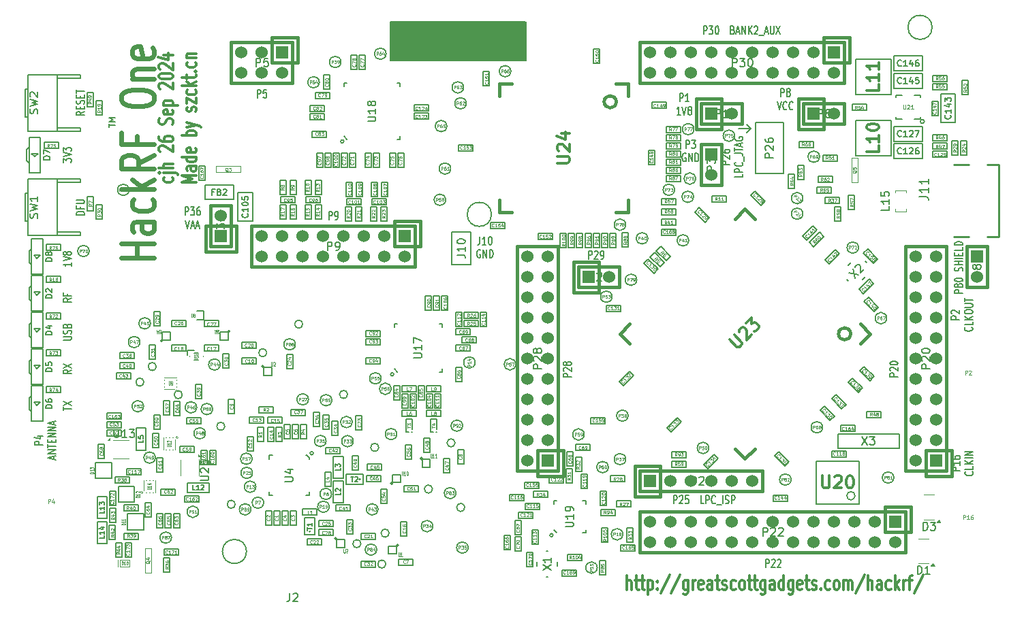
<source format=gbr>
G04 #@! TF.GenerationSoftware,KiCad,Pcbnew,8.0.4*
G04 #@! TF.CreationDate,2024-10-12T12:25:19+11:00*
G04 #@! TF.ProjectId,hackrf-one,6861636b-7266-42d6-9f6e-652e6b696361,rev?*
G04 #@! TF.SameCoordinates,Original*
G04 #@! TF.FileFunction,Legend,Top*
G04 #@! TF.FilePolarity,Positive*
%FSLAX45Y45*%
G04 Gerber Fmt 4.5, Leading zero omitted, Abs format (unit mm)*
G04 Created by KiCad (PCBNEW 8.0.4) date 2024-10-12 12:25:19*
%MOMM*%
%LPD*%
G01*
G04 APERTURE LIST*
%ADD10C,0.203200*%
%ADD11C,0.304800*%
%ADD12C,0.190500*%
%ADD13C,0.152400*%
%ADD14C,0.609600*%
%ADD15C,0.101600*%
%ADD16C,0.124460*%
%ADD17C,0.095250*%
%ADD18C,0.158750*%
%ADD19C,0.074930*%
%ADD20C,0.075000*%
%ADD21C,0.150000*%
%ADD22C,0.076200*%
%ADD23C,0.152000*%
%ADD24C,0.381000*%
%ADD25C,0.119380*%
%ADD26C,0.120000*%
%ADD27C,0.177800*%
%ADD28C,0.100000*%
%ADD29C,0.254000*%
%ADD30R,1.524000X1.524000*%
%ADD31C,1.524000*%
G04 APERTURE END LIST*
D10*
X11422260Y-14745560D02*
G75*
G02*
X11382260Y-14745560I-20000J0D01*
G01*
X11382260Y-14745560D02*
G75*
G02*
X11422260Y-14745560I20000J0D01*
G01*
X13875880Y-9683500D02*
X13723480Y-9683500D01*
X8442260Y-13725560D02*
G75*
G02*
X8402260Y-13725560I-20000J0D01*
G01*
X8402260Y-13725560D02*
G75*
G02*
X8442260Y-13725560I20000J0D01*
G01*
X8822260Y-9845560D02*
G75*
G02*
X8782260Y-9845560I-20000J0D01*
G01*
X8782260Y-9845560D02*
G75*
G02*
X8822260Y-9845560I20000J0D01*
G01*
X9442260Y-12745560D02*
G75*
G02*
X9402260Y-12745560I-20000J0D01*
G01*
X9402260Y-12745560D02*
G75*
G02*
X9442260Y-12745560I20000J0D01*
G01*
X13875880Y-9683500D02*
X13825080Y-9734300D01*
X13875880Y-9683500D02*
X13825080Y-9632700D01*
D11*
X12341635Y-15427769D02*
X12341635Y-15249969D01*
X12396064Y-15427769D02*
X12396064Y-15334635D01*
X12396064Y-15334635D02*
X12390016Y-15317702D01*
X12390016Y-15317702D02*
X12377921Y-15309235D01*
X12377921Y-15309235D02*
X12359778Y-15309235D01*
X12359778Y-15309235D02*
X12347683Y-15317702D01*
X12347683Y-15317702D02*
X12341635Y-15326169D01*
X12438397Y-15309235D02*
X12486778Y-15309235D01*
X12456540Y-15249969D02*
X12456540Y-15402369D01*
X12456540Y-15402369D02*
X12462588Y-15419302D01*
X12462588Y-15419302D02*
X12474683Y-15427769D01*
X12474683Y-15427769D02*
X12486778Y-15427769D01*
X12510969Y-15309235D02*
X12559350Y-15309235D01*
X12529111Y-15249969D02*
X12529111Y-15402369D01*
X12529111Y-15402369D02*
X12535159Y-15419302D01*
X12535159Y-15419302D02*
X12547254Y-15427769D01*
X12547254Y-15427769D02*
X12559350Y-15427769D01*
X12601683Y-15309235D02*
X12601683Y-15487035D01*
X12601683Y-15317702D02*
X12613778Y-15309235D01*
X12613778Y-15309235D02*
X12637969Y-15309235D01*
X12637969Y-15309235D02*
X12650064Y-15317702D01*
X12650064Y-15317702D02*
X12656111Y-15326169D01*
X12656111Y-15326169D02*
X12662159Y-15343102D01*
X12662159Y-15343102D02*
X12662159Y-15393902D01*
X12662159Y-15393902D02*
X12656111Y-15410835D01*
X12656111Y-15410835D02*
X12650064Y-15419302D01*
X12650064Y-15419302D02*
X12637969Y-15427769D01*
X12637969Y-15427769D02*
X12613778Y-15427769D01*
X12613778Y-15427769D02*
X12601683Y-15419302D01*
X12716588Y-15410835D02*
X12722635Y-15419302D01*
X12722635Y-15419302D02*
X12716588Y-15427769D01*
X12716588Y-15427769D02*
X12710540Y-15419302D01*
X12710540Y-15419302D02*
X12716588Y-15410835D01*
X12716588Y-15410835D02*
X12716588Y-15427769D01*
X12716588Y-15317702D02*
X12722635Y-15326169D01*
X12722635Y-15326169D02*
X12716588Y-15334635D01*
X12716588Y-15334635D02*
X12710540Y-15326169D01*
X12710540Y-15326169D02*
X12716588Y-15317702D01*
X12716588Y-15317702D02*
X12716588Y-15334635D01*
X12867778Y-15241502D02*
X12758921Y-15470102D01*
X13000826Y-15241502D02*
X12891969Y-15470102D01*
X13097588Y-15309235D02*
X13097588Y-15453169D01*
X13097588Y-15453169D02*
X13091540Y-15470102D01*
X13091540Y-15470102D02*
X13085492Y-15478569D01*
X13085492Y-15478569D02*
X13073397Y-15487035D01*
X13073397Y-15487035D02*
X13055254Y-15487035D01*
X13055254Y-15487035D02*
X13043159Y-15478569D01*
X13097588Y-15419302D02*
X13085492Y-15427769D01*
X13085492Y-15427769D02*
X13061302Y-15427769D01*
X13061302Y-15427769D02*
X13049207Y-15419302D01*
X13049207Y-15419302D02*
X13043159Y-15410835D01*
X13043159Y-15410835D02*
X13037111Y-15393902D01*
X13037111Y-15393902D02*
X13037111Y-15343102D01*
X13037111Y-15343102D02*
X13043159Y-15326169D01*
X13043159Y-15326169D02*
X13049207Y-15317702D01*
X13049207Y-15317702D02*
X13061302Y-15309235D01*
X13061302Y-15309235D02*
X13085492Y-15309235D01*
X13085492Y-15309235D02*
X13097588Y-15317702D01*
X13158064Y-15427769D02*
X13158064Y-15309235D01*
X13158064Y-15343102D02*
X13164112Y-15326169D01*
X13164112Y-15326169D02*
X13170159Y-15317702D01*
X13170159Y-15317702D02*
X13182254Y-15309235D01*
X13182254Y-15309235D02*
X13194350Y-15309235D01*
X13285064Y-15419302D02*
X13272969Y-15427769D01*
X13272969Y-15427769D02*
X13248778Y-15427769D01*
X13248778Y-15427769D02*
X13236683Y-15419302D01*
X13236683Y-15419302D02*
X13230635Y-15402369D01*
X13230635Y-15402369D02*
X13230635Y-15334635D01*
X13230635Y-15334635D02*
X13236683Y-15317702D01*
X13236683Y-15317702D02*
X13248778Y-15309235D01*
X13248778Y-15309235D02*
X13272969Y-15309235D01*
X13272969Y-15309235D02*
X13285064Y-15317702D01*
X13285064Y-15317702D02*
X13291111Y-15334635D01*
X13291111Y-15334635D02*
X13291111Y-15351569D01*
X13291111Y-15351569D02*
X13230635Y-15368502D01*
X13399969Y-15427769D02*
X13399969Y-15334635D01*
X13399969Y-15334635D02*
X13393921Y-15317702D01*
X13393921Y-15317702D02*
X13381826Y-15309235D01*
X13381826Y-15309235D02*
X13357635Y-15309235D01*
X13357635Y-15309235D02*
X13345540Y-15317702D01*
X13399969Y-15419302D02*
X13387873Y-15427769D01*
X13387873Y-15427769D02*
X13357635Y-15427769D01*
X13357635Y-15427769D02*
X13345540Y-15419302D01*
X13345540Y-15419302D02*
X13339492Y-15402369D01*
X13339492Y-15402369D02*
X13339492Y-15385435D01*
X13339492Y-15385435D02*
X13345540Y-15368502D01*
X13345540Y-15368502D02*
X13357635Y-15360035D01*
X13357635Y-15360035D02*
X13387873Y-15360035D01*
X13387873Y-15360035D02*
X13399969Y-15351569D01*
X13442302Y-15309235D02*
X13490683Y-15309235D01*
X13460445Y-15249969D02*
X13460445Y-15402369D01*
X13460445Y-15402369D02*
X13466492Y-15419302D01*
X13466492Y-15419302D02*
X13478588Y-15427769D01*
X13478588Y-15427769D02*
X13490683Y-15427769D01*
X13526969Y-15419302D02*
X13539064Y-15427769D01*
X13539064Y-15427769D02*
X13563254Y-15427769D01*
X13563254Y-15427769D02*
X13575350Y-15419302D01*
X13575350Y-15419302D02*
X13581397Y-15402369D01*
X13581397Y-15402369D02*
X13581397Y-15393902D01*
X13581397Y-15393902D02*
X13575350Y-15376969D01*
X13575350Y-15376969D02*
X13563254Y-15368502D01*
X13563254Y-15368502D02*
X13545111Y-15368502D01*
X13545111Y-15368502D02*
X13533016Y-15360035D01*
X13533016Y-15360035D02*
X13526969Y-15343102D01*
X13526969Y-15343102D02*
X13526969Y-15334635D01*
X13526969Y-15334635D02*
X13533016Y-15317702D01*
X13533016Y-15317702D02*
X13545111Y-15309235D01*
X13545111Y-15309235D02*
X13563254Y-15309235D01*
X13563254Y-15309235D02*
X13575350Y-15317702D01*
X13690254Y-15419302D02*
X13678159Y-15427769D01*
X13678159Y-15427769D02*
X13653969Y-15427769D01*
X13653969Y-15427769D02*
X13641873Y-15419302D01*
X13641873Y-15419302D02*
X13635826Y-15410835D01*
X13635826Y-15410835D02*
X13629778Y-15393902D01*
X13629778Y-15393902D02*
X13629778Y-15343102D01*
X13629778Y-15343102D02*
X13635826Y-15326169D01*
X13635826Y-15326169D02*
X13641873Y-15317702D01*
X13641873Y-15317702D02*
X13653969Y-15309235D01*
X13653969Y-15309235D02*
X13678159Y-15309235D01*
X13678159Y-15309235D02*
X13690254Y-15317702D01*
X13762826Y-15427769D02*
X13750730Y-15419302D01*
X13750730Y-15419302D02*
X13744683Y-15410835D01*
X13744683Y-15410835D02*
X13738635Y-15393902D01*
X13738635Y-15393902D02*
X13738635Y-15343102D01*
X13738635Y-15343102D02*
X13744683Y-15326169D01*
X13744683Y-15326169D02*
X13750730Y-15317702D01*
X13750730Y-15317702D02*
X13762826Y-15309235D01*
X13762826Y-15309235D02*
X13780969Y-15309235D01*
X13780969Y-15309235D02*
X13793064Y-15317702D01*
X13793064Y-15317702D02*
X13799111Y-15326169D01*
X13799111Y-15326169D02*
X13805159Y-15343102D01*
X13805159Y-15343102D02*
X13805159Y-15393902D01*
X13805159Y-15393902D02*
X13799111Y-15410835D01*
X13799111Y-15410835D02*
X13793064Y-15419302D01*
X13793064Y-15419302D02*
X13780969Y-15427769D01*
X13780969Y-15427769D02*
X13762826Y-15427769D01*
X13841445Y-15309235D02*
X13889826Y-15309235D01*
X13859588Y-15249969D02*
X13859588Y-15402369D01*
X13859588Y-15402369D02*
X13865635Y-15419302D01*
X13865635Y-15419302D02*
X13877730Y-15427769D01*
X13877730Y-15427769D02*
X13889826Y-15427769D01*
X13914016Y-15309235D02*
X13962397Y-15309235D01*
X13932159Y-15249969D02*
X13932159Y-15402369D01*
X13932159Y-15402369D02*
X13938207Y-15419302D01*
X13938207Y-15419302D02*
X13950302Y-15427769D01*
X13950302Y-15427769D02*
X13962397Y-15427769D01*
X14059159Y-15309235D02*
X14059159Y-15453169D01*
X14059159Y-15453169D02*
X14053111Y-15470102D01*
X14053111Y-15470102D02*
X14047064Y-15478569D01*
X14047064Y-15478569D02*
X14034968Y-15487035D01*
X14034968Y-15487035D02*
X14016826Y-15487035D01*
X14016826Y-15487035D02*
X14004730Y-15478569D01*
X14059159Y-15419302D02*
X14047064Y-15427769D01*
X14047064Y-15427769D02*
X14022873Y-15427769D01*
X14022873Y-15427769D02*
X14010778Y-15419302D01*
X14010778Y-15419302D02*
X14004730Y-15410835D01*
X14004730Y-15410835D02*
X13998683Y-15393902D01*
X13998683Y-15393902D02*
X13998683Y-15343102D01*
X13998683Y-15343102D02*
X14004730Y-15326169D01*
X14004730Y-15326169D02*
X14010778Y-15317702D01*
X14010778Y-15317702D02*
X14022873Y-15309235D01*
X14022873Y-15309235D02*
X14047064Y-15309235D01*
X14047064Y-15309235D02*
X14059159Y-15317702D01*
X14174064Y-15427769D02*
X14174064Y-15334635D01*
X14174064Y-15334635D02*
X14168016Y-15317702D01*
X14168016Y-15317702D02*
X14155921Y-15309235D01*
X14155921Y-15309235D02*
X14131730Y-15309235D01*
X14131730Y-15309235D02*
X14119635Y-15317702D01*
X14174064Y-15419302D02*
X14161969Y-15427769D01*
X14161969Y-15427769D02*
X14131730Y-15427769D01*
X14131730Y-15427769D02*
X14119635Y-15419302D01*
X14119635Y-15419302D02*
X14113588Y-15402369D01*
X14113588Y-15402369D02*
X14113588Y-15385435D01*
X14113588Y-15385435D02*
X14119635Y-15368502D01*
X14119635Y-15368502D02*
X14131730Y-15360035D01*
X14131730Y-15360035D02*
X14161969Y-15360035D01*
X14161969Y-15360035D02*
X14174064Y-15351569D01*
X14288969Y-15427769D02*
X14288969Y-15249969D01*
X14288969Y-15419302D02*
X14276873Y-15427769D01*
X14276873Y-15427769D02*
X14252683Y-15427769D01*
X14252683Y-15427769D02*
X14240588Y-15419302D01*
X14240588Y-15419302D02*
X14234540Y-15410835D01*
X14234540Y-15410835D02*
X14228492Y-15393902D01*
X14228492Y-15393902D02*
X14228492Y-15343102D01*
X14228492Y-15343102D02*
X14234540Y-15326169D01*
X14234540Y-15326169D02*
X14240588Y-15317702D01*
X14240588Y-15317702D02*
X14252683Y-15309235D01*
X14252683Y-15309235D02*
X14276873Y-15309235D01*
X14276873Y-15309235D02*
X14288969Y-15317702D01*
X14403873Y-15309235D02*
X14403873Y-15453169D01*
X14403873Y-15453169D02*
X14397826Y-15470102D01*
X14397826Y-15470102D02*
X14391778Y-15478569D01*
X14391778Y-15478569D02*
X14379683Y-15487035D01*
X14379683Y-15487035D02*
X14361540Y-15487035D01*
X14361540Y-15487035D02*
X14349445Y-15478569D01*
X14403873Y-15419302D02*
X14391778Y-15427769D01*
X14391778Y-15427769D02*
X14367588Y-15427769D01*
X14367588Y-15427769D02*
X14355492Y-15419302D01*
X14355492Y-15419302D02*
X14349445Y-15410835D01*
X14349445Y-15410835D02*
X14343397Y-15393902D01*
X14343397Y-15393902D02*
X14343397Y-15343102D01*
X14343397Y-15343102D02*
X14349445Y-15326169D01*
X14349445Y-15326169D02*
X14355492Y-15317702D01*
X14355492Y-15317702D02*
X14367588Y-15309235D01*
X14367588Y-15309235D02*
X14391778Y-15309235D01*
X14391778Y-15309235D02*
X14403873Y-15317702D01*
X14512731Y-15419302D02*
X14500635Y-15427769D01*
X14500635Y-15427769D02*
X14476445Y-15427769D01*
X14476445Y-15427769D02*
X14464350Y-15419302D01*
X14464350Y-15419302D02*
X14458302Y-15402369D01*
X14458302Y-15402369D02*
X14458302Y-15334635D01*
X14458302Y-15334635D02*
X14464350Y-15317702D01*
X14464350Y-15317702D02*
X14476445Y-15309235D01*
X14476445Y-15309235D02*
X14500635Y-15309235D01*
X14500635Y-15309235D02*
X14512731Y-15317702D01*
X14512731Y-15317702D02*
X14518778Y-15334635D01*
X14518778Y-15334635D02*
X14518778Y-15351569D01*
X14518778Y-15351569D02*
X14458302Y-15368502D01*
X14555064Y-15309235D02*
X14603445Y-15309235D01*
X14573207Y-15249969D02*
X14573207Y-15402369D01*
X14573207Y-15402369D02*
X14579254Y-15419302D01*
X14579254Y-15419302D02*
X14591350Y-15427769D01*
X14591350Y-15427769D02*
X14603445Y-15427769D01*
X14639730Y-15419302D02*
X14651826Y-15427769D01*
X14651826Y-15427769D02*
X14676016Y-15427769D01*
X14676016Y-15427769D02*
X14688111Y-15419302D01*
X14688111Y-15419302D02*
X14694159Y-15402369D01*
X14694159Y-15402369D02*
X14694159Y-15393902D01*
X14694159Y-15393902D02*
X14688111Y-15376969D01*
X14688111Y-15376969D02*
X14676016Y-15368502D01*
X14676016Y-15368502D02*
X14657873Y-15368502D01*
X14657873Y-15368502D02*
X14645778Y-15360035D01*
X14645778Y-15360035D02*
X14639730Y-15343102D01*
X14639730Y-15343102D02*
X14639730Y-15334635D01*
X14639730Y-15334635D02*
X14645778Y-15317702D01*
X14645778Y-15317702D02*
X14657873Y-15309235D01*
X14657873Y-15309235D02*
X14676016Y-15309235D01*
X14676016Y-15309235D02*
X14688111Y-15317702D01*
X14748588Y-15410835D02*
X14754635Y-15419302D01*
X14754635Y-15419302D02*
X14748588Y-15427769D01*
X14748588Y-15427769D02*
X14742540Y-15419302D01*
X14742540Y-15419302D02*
X14748588Y-15410835D01*
X14748588Y-15410835D02*
X14748588Y-15427769D01*
X14863492Y-15419302D02*
X14851397Y-15427769D01*
X14851397Y-15427769D02*
X14827207Y-15427769D01*
X14827207Y-15427769D02*
X14815111Y-15419302D01*
X14815111Y-15419302D02*
X14809064Y-15410835D01*
X14809064Y-15410835D02*
X14803016Y-15393902D01*
X14803016Y-15393902D02*
X14803016Y-15343102D01*
X14803016Y-15343102D02*
X14809064Y-15326169D01*
X14809064Y-15326169D02*
X14815111Y-15317702D01*
X14815111Y-15317702D02*
X14827207Y-15309235D01*
X14827207Y-15309235D02*
X14851397Y-15309235D01*
X14851397Y-15309235D02*
X14863492Y-15317702D01*
X14936064Y-15427769D02*
X14923969Y-15419302D01*
X14923969Y-15419302D02*
X14917921Y-15410835D01*
X14917921Y-15410835D02*
X14911873Y-15393902D01*
X14911873Y-15393902D02*
X14911873Y-15343102D01*
X14911873Y-15343102D02*
X14917921Y-15326169D01*
X14917921Y-15326169D02*
X14923969Y-15317702D01*
X14923969Y-15317702D02*
X14936064Y-15309235D01*
X14936064Y-15309235D02*
X14954207Y-15309235D01*
X14954207Y-15309235D02*
X14966302Y-15317702D01*
X14966302Y-15317702D02*
X14972349Y-15326169D01*
X14972349Y-15326169D02*
X14978397Y-15343102D01*
X14978397Y-15343102D02*
X14978397Y-15393902D01*
X14978397Y-15393902D02*
X14972349Y-15410835D01*
X14972349Y-15410835D02*
X14966302Y-15419302D01*
X14966302Y-15419302D02*
X14954207Y-15427769D01*
X14954207Y-15427769D02*
X14936064Y-15427769D01*
X15032826Y-15427769D02*
X15032826Y-15309235D01*
X15032826Y-15326169D02*
X15038873Y-15317702D01*
X15038873Y-15317702D02*
X15050969Y-15309235D01*
X15050969Y-15309235D02*
X15069111Y-15309235D01*
X15069111Y-15309235D02*
X15081207Y-15317702D01*
X15081207Y-15317702D02*
X15087254Y-15334635D01*
X15087254Y-15334635D02*
X15087254Y-15427769D01*
X15087254Y-15334635D02*
X15093302Y-15317702D01*
X15093302Y-15317702D02*
X15105397Y-15309235D01*
X15105397Y-15309235D02*
X15123540Y-15309235D01*
X15123540Y-15309235D02*
X15135635Y-15317702D01*
X15135635Y-15317702D02*
X15141683Y-15334635D01*
X15141683Y-15334635D02*
X15141683Y-15427769D01*
X15292873Y-15241502D02*
X15184016Y-15470102D01*
X15335207Y-15427769D02*
X15335207Y-15249969D01*
X15389635Y-15427769D02*
X15389635Y-15334635D01*
X15389635Y-15334635D02*
X15383588Y-15317702D01*
X15383588Y-15317702D02*
X15371492Y-15309235D01*
X15371492Y-15309235D02*
X15353349Y-15309235D01*
X15353349Y-15309235D02*
X15341254Y-15317702D01*
X15341254Y-15317702D02*
X15335207Y-15326169D01*
X15504540Y-15427769D02*
X15504540Y-15334635D01*
X15504540Y-15334635D02*
X15498492Y-15317702D01*
X15498492Y-15317702D02*
X15486397Y-15309235D01*
X15486397Y-15309235D02*
X15462207Y-15309235D01*
X15462207Y-15309235D02*
X15450111Y-15317702D01*
X15504540Y-15419302D02*
X15492445Y-15427769D01*
X15492445Y-15427769D02*
X15462207Y-15427769D01*
X15462207Y-15427769D02*
X15450111Y-15419302D01*
X15450111Y-15419302D02*
X15444064Y-15402369D01*
X15444064Y-15402369D02*
X15444064Y-15385435D01*
X15444064Y-15385435D02*
X15450111Y-15368502D01*
X15450111Y-15368502D02*
X15462207Y-15360035D01*
X15462207Y-15360035D02*
X15492445Y-15360035D01*
X15492445Y-15360035D02*
X15504540Y-15351569D01*
X15619445Y-15419302D02*
X15607350Y-15427769D01*
X15607350Y-15427769D02*
X15583159Y-15427769D01*
X15583159Y-15427769D02*
X15571064Y-15419302D01*
X15571064Y-15419302D02*
X15565016Y-15410835D01*
X15565016Y-15410835D02*
X15558969Y-15393902D01*
X15558969Y-15393902D02*
X15558969Y-15343102D01*
X15558969Y-15343102D02*
X15565016Y-15326169D01*
X15565016Y-15326169D02*
X15571064Y-15317702D01*
X15571064Y-15317702D02*
X15583159Y-15309235D01*
X15583159Y-15309235D02*
X15607350Y-15309235D01*
X15607350Y-15309235D02*
X15619445Y-15317702D01*
X15673873Y-15427769D02*
X15673873Y-15249969D01*
X15685969Y-15360035D02*
X15722254Y-15427769D01*
X15722254Y-15309235D02*
X15673873Y-15376969D01*
X15776683Y-15427769D02*
X15776683Y-15309235D01*
X15776683Y-15343102D02*
X15782730Y-15326169D01*
X15782730Y-15326169D02*
X15788778Y-15317702D01*
X15788778Y-15317702D02*
X15800873Y-15309235D01*
X15800873Y-15309235D02*
X15812969Y-15309235D01*
X15837159Y-15309235D02*
X15885540Y-15309235D01*
X15855302Y-15427769D02*
X15855302Y-15275369D01*
X15855302Y-15275369D02*
X15861349Y-15258435D01*
X15861349Y-15258435D02*
X15873445Y-15249969D01*
X15873445Y-15249969D02*
X15885540Y-15249969D01*
X16018587Y-15241502D02*
X15909730Y-15470102D01*
D12*
X10512714Y-11028886D02*
X10512714Y-11101458D01*
X10512714Y-11101458D02*
X10509086Y-11115972D01*
X10509086Y-11115972D02*
X10501829Y-11125648D01*
X10501829Y-11125648D02*
X10490943Y-11130486D01*
X10490943Y-11130486D02*
X10483686Y-11130486D01*
X10588914Y-11130486D02*
X10545371Y-11130486D01*
X10567143Y-11130486D02*
X10567143Y-11028886D01*
X10567143Y-11028886D02*
X10559886Y-11043401D01*
X10559886Y-11043401D02*
X10552629Y-11053077D01*
X10552629Y-11053077D02*
X10545371Y-11057915D01*
X10636086Y-11028886D02*
X10643343Y-11028886D01*
X10643343Y-11028886D02*
X10650600Y-11033724D01*
X10650600Y-11033724D02*
X10654229Y-11038563D01*
X10654229Y-11038563D02*
X10657857Y-11048239D01*
X10657857Y-11048239D02*
X10661486Y-11067591D01*
X10661486Y-11067591D02*
X10661486Y-11091782D01*
X10661486Y-11091782D02*
X10657857Y-11111134D01*
X10657857Y-11111134D02*
X10654229Y-11120810D01*
X10654229Y-11120810D02*
X10650600Y-11125648D01*
X10650600Y-11125648D02*
X10643343Y-11130486D01*
X10643343Y-11130486D02*
X10636086Y-11130486D01*
X10636086Y-11130486D02*
X10628829Y-11125648D01*
X10628829Y-11125648D02*
X10625200Y-11120810D01*
X10625200Y-11120810D02*
X10621571Y-11111134D01*
X10621571Y-11111134D02*
X10617943Y-11091782D01*
X10617943Y-11091782D02*
X10617943Y-11067591D01*
X10617943Y-11067591D02*
X10621571Y-11048239D01*
X10621571Y-11048239D02*
X10625200Y-11038563D01*
X10625200Y-11038563D02*
X10628829Y-11033724D01*
X10628829Y-11033724D02*
X10636086Y-11028886D01*
X10516343Y-11197295D02*
X10509086Y-11192457D01*
X10509086Y-11192457D02*
X10498200Y-11192457D01*
X10498200Y-11192457D02*
X10487314Y-11197295D01*
X10487314Y-11197295D02*
X10480057Y-11206971D01*
X10480057Y-11206971D02*
X10476429Y-11216647D01*
X10476429Y-11216647D02*
X10472800Y-11235999D01*
X10472800Y-11235999D02*
X10472800Y-11250514D01*
X10472800Y-11250514D02*
X10476429Y-11269866D01*
X10476429Y-11269866D02*
X10480057Y-11279542D01*
X10480057Y-11279542D02*
X10487314Y-11289219D01*
X10487314Y-11289219D02*
X10498200Y-11294057D01*
X10498200Y-11294057D02*
X10505457Y-11294057D01*
X10505457Y-11294057D02*
X10516343Y-11289219D01*
X10516343Y-11289219D02*
X10519971Y-11284380D01*
X10519971Y-11284380D02*
X10519971Y-11250514D01*
X10519971Y-11250514D02*
X10505457Y-11250514D01*
X10552629Y-11294057D02*
X10552629Y-11192457D01*
X10552629Y-11192457D02*
X10596171Y-11294057D01*
X10596171Y-11294057D02*
X10596171Y-11192457D01*
X10632457Y-11294057D02*
X10632457Y-11192457D01*
X10632457Y-11192457D02*
X10650600Y-11192457D01*
X10650600Y-11192457D02*
X10661486Y-11197295D01*
X10661486Y-11197295D02*
X10668743Y-11206971D01*
X10668743Y-11206971D02*
X10672371Y-11216647D01*
X10672371Y-11216647D02*
X10676000Y-11235999D01*
X10676000Y-11235999D02*
X10676000Y-11250514D01*
X10676000Y-11250514D02*
X10672371Y-11269866D01*
X10672371Y-11269866D02*
X10668743Y-11279542D01*
X10668743Y-11279542D02*
X10661486Y-11289219D01*
X10661486Y-11289219D02*
X10650600Y-11294057D01*
X10650600Y-11294057D02*
X10632457Y-11294057D01*
D11*
X6690938Y-10291170D02*
X6699405Y-10303265D01*
X6699405Y-10303265D02*
X6699405Y-10327455D01*
X6699405Y-10327455D02*
X6690938Y-10339550D01*
X6690938Y-10339550D02*
X6682471Y-10345598D01*
X6682471Y-10345598D02*
X6665538Y-10351646D01*
X6665538Y-10351646D02*
X6614738Y-10351646D01*
X6614738Y-10351646D02*
X6597805Y-10345598D01*
X6597805Y-10345598D02*
X6589338Y-10339550D01*
X6589338Y-10339550D02*
X6580871Y-10327455D01*
X6580871Y-10327455D02*
X6580871Y-10303265D01*
X6580871Y-10303265D02*
X6589338Y-10291170D01*
X6580871Y-10236741D02*
X6733271Y-10236741D01*
X6733271Y-10236741D02*
X6750205Y-10242789D01*
X6750205Y-10242789D02*
X6758671Y-10254884D01*
X6758671Y-10254884D02*
X6758671Y-10260931D01*
X6521605Y-10236741D02*
X6530071Y-10242789D01*
X6530071Y-10242789D02*
X6538538Y-10236741D01*
X6538538Y-10236741D02*
X6530071Y-10230693D01*
X6530071Y-10230693D02*
X6521605Y-10236741D01*
X6521605Y-10236741D02*
X6538538Y-10236741D01*
X6699405Y-10176265D02*
X6521605Y-10176265D01*
X6699405Y-10121836D02*
X6606271Y-10121836D01*
X6606271Y-10121836D02*
X6589338Y-10127884D01*
X6589338Y-10127884D02*
X6580871Y-10139979D01*
X6580871Y-10139979D02*
X6580871Y-10158122D01*
X6580871Y-10158122D02*
X6589338Y-10170217D01*
X6589338Y-10170217D02*
X6597805Y-10176265D01*
X6538538Y-9970646D02*
X6530071Y-9964598D01*
X6530071Y-9964598D02*
X6521605Y-9952503D01*
X6521605Y-9952503D02*
X6521605Y-9922265D01*
X6521605Y-9922265D02*
X6530071Y-9910170D01*
X6530071Y-9910170D02*
X6538538Y-9904122D01*
X6538538Y-9904122D02*
X6555471Y-9898074D01*
X6555471Y-9898074D02*
X6572405Y-9898074D01*
X6572405Y-9898074D02*
X6597805Y-9904122D01*
X6597805Y-9904122D02*
X6699405Y-9976693D01*
X6699405Y-9976693D02*
X6699405Y-9898074D01*
X6521605Y-9789217D02*
X6521605Y-9813408D01*
X6521605Y-9813408D02*
X6530071Y-9825503D01*
X6530071Y-9825503D02*
X6538538Y-9831550D01*
X6538538Y-9831550D02*
X6563938Y-9843646D01*
X6563938Y-9843646D02*
X6597805Y-9849693D01*
X6597805Y-9849693D02*
X6665538Y-9849693D01*
X6665538Y-9849693D02*
X6682471Y-9843646D01*
X6682471Y-9843646D02*
X6690938Y-9837598D01*
X6690938Y-9837598D02*
X6699405Y-9825503D01*
X6699405Y-9825503D02*
X6699405Y-9801312D01*
X6699405Y-9801312D02*
X6690938Y-9789217D01*
X6690938Y-9789217D02*
X6682471Y-9783170D01*
X6682471Y-9783170D02*
X6665538Y-9777122D01*
X6665538Y-9777122D02*
X6623205Y-9777122D01*
X6623205Y-9777122D02*
X6606271Y-9783170D01*
X6606271Y-9783170D02*
X6597805Y-9789217D01*
X6597805Y-9789217D02*
X6589338Y-9801312D01*
X6589338Y-9801312D02*
X6589338Y-9825503D01*
X6589338Y-9825503D02*
X6597805Y-9837598D01*
X6597805Y-9837598D02*
X6606271Y-9843646D01*
X6606271Y-9843646D02*
X6623205Y-9849693D01*
X6690938Y-9631979D02*
X6699405Y-9613836D01*
X6699405Y-9613836D02*
X6699405Y-9583598D01*
X6699405Y-9583598D02*
X6690938Y-9571503D01*
X6690938Y-9571503D02*
X6682471Y-9565455D01*
X6682471Y-9565455D02*
X6665538Y-9559408D01*
X6665538Y-9559408D02*
X6648605Y-9559408D01*
X6648605Y-9559408D02*
X6631671Y-9565455D01*
X6631671Y-9565455D02*
X6623205Y-9571503D01*
X6623205Y-9571503D02*
X6614738Y-9583598D01*
X6614738Y-9583598D02*
X6606271Y-9607789D01*
X6606271Y-9607789D02*
X6597805Y-9619884D01*
X6597805Y-9619884D02*
X6589338Y-9625931D01*
X6589338Y-9625931D02*
X6572405Y-9631979D01*
X6572405Y-9631979D02*
X6555471Y-9631979D01*
X6555471Y-9631979D02*
X6538538Y-9625931D01*
X6538538Y-9625931D02*
X6530071Y-9619884D01*
X6530071Y-9619884D02*
X6521605Y-9607789D01*
X6521605Y-9607789D02*
X6521605Y-9577550D01*
X6521605Y-9577550D02*
X6530071Y-9559408D01*
X6690938Y-9456598D02*
X6699405Y-9468693D01*
X6699405Y-9468693D02*
X6699405Y-9492884D01*
X6699405Y-9492884D02*
X6690938Y-9504979D01*
X6690938Y-9504979D02*
X6674005Y-9511027D01*
X6674005Y-9511027D02*
X6606271Y-9511027D01*
X6606271Y-9511027D02*
X6589338Y-9504979D01*
X6589338Y-9504979D02*
X6580871Y-9492884D01*
X6580871Y-9492884D02*
X6580871Y-9468693D01*
X6580871Y-9468693D02*
X6589338Y-9456598D01*
X6589338Y-9456598D02*
X6606271Y-9450550D01*
X6606271Y-9450550D02*
X6623205Y-9450550D01*
X6623205Y-9450550D02*
X6640138Y-9511027D01*
X6580871Y-9396122D02*
X6758671Y-9396122D01*
X6589338Y-9396122D02*
X6580871Y-9384027D01*
X6580871Y-9384027D02*
X6580871Y-9359836D01*
X6580871Y-9359836D02*
X6589338Y-9347741D01*
X6589338Y-9347741D02*
X6597805Y-9341693D01*
X6597805Y-9341693D02*
X6614738Y-9335646D01*
X6614738Y-9335646D02*
X6665538Y-9335646D01*
X6665538Y-9335646D02*
X6682471Y-9341693D01*
X6682471Y-9341693D02*
X6690938Y-9347741D01*
X6690938Y-9347741D02*
X6699405Y-9359836D01*
X6699405Y-9359836D02*
X6699405Y-9384027D01*
X6699405Y-9384027D02*
X6690938Y-9396122D01*
X6538538Y-9190503D02*
X6530071Y-9184455D01*
X6530071Y-9184455D02*
X6521605Y-9172360D01*
X6521605Y-9172360D02*
X6521605Y-9142122D01*
X6521605Y-9142122D02*
X6530071Y-9130027D01*
X6530071Y-9130027D02*
X6538538Y-9123979D01*
X6538538Y-9123979D02*
X6555471Y-9117931D01*
X6555471Y-9117931D02*
X6572405Y-9117931D01*
X6572405Y-9117931D02*
X6597805Y-9123979D01*
X6597805Y-9123979D02*
X6699405Y-9196550D01*
X6699405Y-9196550D02*
X6699405Y-9117931D01*
X6521605Y-9039312D02*
X6521605Y-9027217D01*
X6521605Y-9027217D02*
X6530071Y-9015122D01*
X6530071Y-9015122D02*
X6538538Y-9009074D01*
X6538538Y-9009074D02*
X6555471Y-9003027D01*
X6555471Y-9003027D02*
X6589338Y-8996979D01*
X6589338Y-8996979D02*
X6631671Y-8996979D01*
X6631671Y-8996979D02*
X6665538Y-9003027D01*
X6665538Y-9003027D02*
X6682471Y-9009074D01*
X6682471Y-9009074D02*
X6690938Y-9015122D01*
X6690938Y-9015122D02*
X6699405Y-9027217D01*
X6699405Y-9027217D02*
X6699405Y-9039312D01*
X6699405Y-9039312D02*
X6690938Y-9051408D01*
X6690938Y-9051408D02*
X6682471Y-9057455D01*
X6682471Y-9057455D02*
X6665538Y-9063503D01*
X6665538Y-9063503D02*
X6631671Y-9069550D01*
X6631671Y-9069550D02*
X6589338Y-9069550D01*
X6589338Y-9069550D02*
X6555471Y-9063503D01*
X6555471Y-9063503D02*
X6538538Y-9057455D01*
X6538538Y-9057455D02*
X6530071Y-9051408D01*
X6530071Y-9051408D02*
X6521605Y-9039312D01*
X6538538Y-8948598D02*
X6530071Y-8942550D01*
X6530071Y-8942550D02*
X6521605Y-8930455D01*
X6521605Y-8930455D02*
X6521605Y-8900217D01*
X6521605Y-8900217D02*
X6530071Y-8888122D01*
X6530071Y-8888122D02*
X6538538Y-8882074D01*
X6538538Y-8882074D02*
X6555471Y-8876027D01*
X6555471Y-8876027D02*
X6572405Y-8876027D01*
X6572405Y-8876027D02*
X6597805Y-8882074D01*
X6597805Y-8882074D02*
X6699405Y-8954646D01*
X6699405Y-8954646D02*
X6699405Y-8876027D01*
X6580871Y-8767169D02*
X6699405Y-8767169D01*
X6513138Y-8797408D02*
X6640138Y-8827646D01*
X6640138Y-8827646D02*
X6640138Y-8749027D01*
X6985653Y-10354670D02*
X6807853Y-10354670D01*
X6807853Y-10354670D02*
X6934853Y-10312336D01*
X6934853Y-10312336D02*
X6807853Y-10270003D01*
X6807853Y-10270003D02*
X6985653Y-10270003D01*
X6985653Y-10155098D02*
X6892519Y-10155098D01*
X6892519Y-10155098D02*
X6875586Y-10161146D01*
X6875586Y-10161146D02*
X6867119Y-10173241D01*
X6867119Y-10173241D02*
X6867119Y-10197431D01*
X6867119Y-10197431D02*
X6875586Y-10209527D01*
X6977186Y-10155098D02*
X6985653Y-10167193D01*
X6985653Y-10167193D02*
X6985653Y-10197431D01*
X6985653Y-10197431D02*
X6977186Y-10209527D01*
X6977186Y-10209527D02*
X6960253Y-10215574D01*
X6960253Y-10215574D02*
X6943319Y-10215574D01*
X6943319Y-10215574D02*
X6926386Y-10209527D01*
X6926386Y-10209527D02*
X6917919Y-10197431D01*
X6917919Y-10197431D02*
X6917919Y-10167193D01*
X6917919Y-10167193D02*
X6909453Y-10155098D01*
X6985653Y-10040193D02*
X6807853Y-10040193D01*
X6977186Y-10040193D02*
X6985653Y-10052288D01*
X6985653Y-10052288D02*
X6985653Y-10076479D01*
X6985653Y-10076479D02*
X6977186Y-10088574D01*
X6977186Y-10088574D02*
X6968719Y-10094622D01*
X6968719Y-10094622D02*
X6951786Y-10100669D01*
X6951786Y-10100669D02*
X6900986Y-10100669D01*
X6900986Y-10100669D02*
X6884053Y-10094622D01*
X6884053Y-10094622D02*
X6875586Y-10088574D01*
X6875586Y-10088574D02*
X6867119Y-10076479D01*
X6867119Y-10076479D02*
X6867119Y-10052288D01*
X6867119Y-10052288D02*
X6875586Y-10040193D01*
X6977186Y-9931336D02*
X6985653Y-9943431D01*
X6985653Y-9943431D02*
X6985653Y-9967622D01*
X6985653Y-9967622D02*
X6977186Y-9979717D01*
X6977186Y-9979717D02*
X6960253Y-9985765D01*
X6960253Y-9985765D02*
X6892519Y-9985765D01*
X6892519Y-9985765D02*
X6875586Y-9979717D01*
X6875586Y-9979717D02*
X6867119Y-9967622D01*
X6867119Y-9967622D02*
X6867119Y-9943431D01*
X6867119Y-9943431D02*
X6875586Y-9931336D01*
X6875586Y-9931336D02*
X6892519Y-9925288D01*
X6892519Y-9925288D02*
X6909453Y-9925288D01*
X6909453Y-9925288D02*
X6926386Y-9985765D01*
X6985653Y-9774098D02*
X6807853Y-9774098D01*
X6875586Y-9774098D02*
X6867119Y-9762003D01*
X6867119Y-9762003D02*
X6867119Y-9737812D01*
X6867119Y-9737812D02*
X6875586Y-9725717D01*
X6875586Y-9725717D02*
X6884053Y-9719669D01*
X6884053Y-9719669D02*
X6900986Y-9713622D01*
X6900986Y-9713622D02*
X6951786Y-9713622D01*
X6951786Y-9713622D02*
X6968719Y-9719669D01*
X6968719Y-9719669D02*
X6977186Y-9725717D01*
X6977186Y-9725717D02*
X6985653Y-9737812D01*
X6985653Y-9737812D02*
X6985653Y-9762003D01*
X6985653Y-9762003D02*
X6977186Y-9774098D01*
X6867119Y-9671288D02*
X6985653Y-9641050D01*
X6867119Y-9610812D02*
X6985653Y-9641050D01*
X6985653Y-9641050D02*
X7027986Y-9653146D01*
X7027986Y-9653146D02*
X7036453Y-9659193D01*
X7036453Y-9659193D02*
X7044919Y-9671288D01*
X6977186Y-9471717D02*
X6985653Y-9459622D01*
X6985653Y-9459622D02*
X6985653Y-9435431D01*
X6985653Y-9435431D02*
X6977186Y-9423336D01*
X6977186Y-9423336D02*
X6960253Y-9417288D01*
X6960253Y-9417288D02*
X6951786Y-9417288D01*
X6951786Y-9417288D02*
X6934853Y-9423336D01*
X6934853Y-9423336D02*
X6926386Y-9435431D01*
X6926386Y-9435431D02*
X6926386Y-9453574D01*
X6926386Y-9453574D02*
X6917919Y-9465669D01*
X6917919Y-9465669D02*
X6900986Y-9471717D01*
X6900986Y-9471717D02*
X6892519Y-9471717D01*
X6892519Y-9471717D02*
X6875586Y-9465669D01*
X6875586Y-9465669D02*
X6867119Y-9453574D01*
X6867119Y-9453574D02*
X6867119Y-9435431D01*
X6867119Y-9435431D02*
X6875586Y-9423336D01*
X6867119Y-9374955D02*
X6867119Y-9308431D01*
X6867119Y-9308431D02*
X6985653Y-9374955D01*
X6985653Y-9374955D02*
X6985653Y-9308431D01*
X6977186Y-9205622D02*
X6985653Y-9217717D01*
X6985653Y-9217717D02*
X6985653Y-9241908D01*
X6985653Y-9241908D02*
X6977186Y-9254003D01*
X6977186Y-9254003D02*
X6968719Y-9260050D01*
X6968719Y-9260050D02*
X6951786Y-9266098D01*
X6951786Y-9266098D02*
X6900986Y-9266098D01*
X6900986Y-9266098D02*
X6884053Y-9260050D01*
X6884053Y-9260050D02*
X6875586Y-9254003D01*
X6875586Y-9254003D02*
X6867119Y-9241908D01*
X6867119Y-9241908D02*
X6867119Y-9217717D01*
X6867119Y-9217717D02*
X6875586Y-9205622D01*
X6985653Y-9151193D02*
X6807853Y-9151193D01*
X6917919Y-9139098D02*
X6985653Y-9102812D01*
X6867119Y-9102812D02*
X6934853Y-9151193D01*
X6867119Y-9066527D02*
X6867119Y-9018146D01*
X6807853Y-9048384D02*
X6960253Y-9048384D01*
X6960253Y-9048384D02*
X6977186Y-9042336D01*
X6977186Y-9042336D02*
X6985653Y-9030241D01*
X6985653Y-9030241D02*
X6985653Y-9018146D01*
X6968719Y-8975812D02*
X6977186Y-8969765D01*
X6977186Y-8969765D02*
X6985653Y-8975812D01*
X6985653Y-8975812D02*
X6977186Y-8981860D01*
X6977186Y-8981860D02*
X6968719Y-8975812D01*
X6968719Y-8975812D02*
X6985653Y-8975812D01*
X6977186Y-8860908D02*
X6985653Y-8873003D01*
X6985653Y-8873003D02*
X6985653Y-8897193D01*
X6985653Y-8897193D02*
X6977186Y-8909289D01*
X6977186Y-8909289D02*
X6968719Y-8915336D01*
X6968719Y-8915336D02*
X6951786Y-8921384D01*
X6951786Y-8921384D02*
X6900986Y-8921384D01*
X6900986Y-8921384D02*
X6884053Y-8915336D01*
X6884053Y-8915336D02*
X6875586Y-8909289D01*
X6875586Y-8909289D02*
X6867119Y-8897193D01*
X6867119Y-8897193D02*
X6867119Y-8873003D01*
X6867119Y-8873003D02*
X6875586Y-8860908D01*
X6867119Y-8806479D02*
X6985653Y-8806479D01*
X6884053Y-8806479D02*
X6875586Y-8800431D01*
X6875586Y-8800431D02*
X6867119Y-8788336D01*
X6867119Y-8788336D02*
X6867119Y-8770193D01*
X6867119Y-8770193D02*
X6875586Y-8758098D01*
X6875586Y-8758098D02*
X6892519Y-8752051D01*
X6892519Y-8752051D02*
X6985653Y-8752051D01*
D12*
X7747017Y-9302191D02*
X7747017Y-9200591D01*
X7747017Y-9200591D02*
X7776046Y-9200591D01*
X7776046Y-9200591D02*
X7783303Y-9205430D01*
X7783303Y-9205430D02*
X7786931Y-9210268D01*
X7786931Y-9210268D02*
X7790560Y-9219944D01*
X7790560Y-9219944D02*
X7790560Y-9234458D01*
X7790560Y-9234458D02*
X7786931Y-9244134D01*
X7786931Y-9244134D02*
X7783303Y-9248972D01*
X7783303Y-9248972D02*
X7776046Y-9253811D01*
X7776046Y-9253811D02*
X7747017Y-9253811D01*
X7859503Y-9200591D02*
X7823217Y-9200591D01*
X7823217Y-9200591D02*
X7819588Y-9248972D01*
X7819588Y-9248972D02*
X7823217Y-9244134D01*
X7823217Y-9244134D02*
X7830474Y-9239296D01*
X7830474Y-9239296D02*
X7848617Y-9239296D01*
X7848617Y-9239296D02*
X7855874Y-9244134D01*
X7855874Y-9244134D02*
X7859503Y-9248972D01*
X7859503Y-9248972D02*
X7863131Y-9258649D01*
X7863131Y-9258649D02*
X7863131Y-9282839D01*
X7863131Y-9282839D02*
X7859503Y-9292515D01*
X7859503Y-9292515D02*
X7855874Y-9297353D01*
X7855874Y-9297353D02*
X7848617Y-9302191D01*
X7848617Y-9302191D02*
X7830474Y-9302191D01*
X7830474Y-9302191D02*
X7823217Y-9297353D01*
X7823217Y-9297353D02*
X7819588Y-9292515D01*
X12996017Y-9349786D02*
X12996017Y-9248186D01*
X12996017Y-9248186D02*
X13025046Y-9248186D01*
X13025046Y-9248186D02*
X13032303Y-9253024D01*
X13032303Y-9253024D02*
X13035931Y-9257863D01*
X13035931Y-9257863D02*
X13039560Y-9267539D01*
X13039560Y-9267539D02*
X13039560Y-9282053D01*
X13039560Y-9282053D02*
X13035931Y-9291729D01*
X13035931Y-9291729D02*
X13032303Y-9296567D01*
X13032303Y-9296567D02*
X13025046Y-9301405D01*
X13025046Y-9301405D02*
X12996017Y-9301405D01*
X13112131Y-9349786D02*
X13068588Y-9349786D01*
X13090360Y-9349786D02*
X13090360Y-9248186D01*
X13090360Y-9248186D02*
X13083103Y-9262701D01*
X13083103Y-9262701D02*
X13075846Y-9272377D01*
X13075846Y-9272377D02*
X13068588Y-9277215D01*
X13005089Y-9513357D02*
X12961546Y-9513357D01*
X12983317Y-9513357D02*
X12983317Y-9411757D01*
X12983317Y-9411757D02*
X12976060Y-9426271D01*
X12976060Y-9426271D02*
X12968803Y-9435947D01*
X12968803Y-9435947D02*
X12961546Y-9440785D01*
X13026860Y-9411757D02*
X13052260Y-9513357D01*
X13052260Y-9513357D02*
X13077660Y-9411757D01*
X13113946Y-9455300D02*
X13106689Y-9450461D01*
X13106689Y-9450461D02*
X13103060Y-9445623D01*
X13103060Y-9445623D02*
X13099431Y-9435947D01*
X13099431Y-9435947D02*
X13099431Y-9431109D01*
X13099431Y-9431109D02*
X13103060Y-9421433D01*
X13103060Y-9421433D02*
X13106689Y-9416595D01*
X13106689Y-9416595D02*
X13113946Y-9411757D01*
X13113946Y-9411757D02*
X13128460Y-9411757D01*
X13128460Y-9411757D02*
X13135717Y-9416595D01*
X13135717Y-9416595D02*
X13139346Y-9421433D01*
X13139346Y-9421433D02*
X13142974Y-9431109D01*
X13142974Y-9431109D02*
X13142974Y-9435947D01*
X13142974Y-9435947D02*
X13139346Y-9445623D01*
X13139346Y-9445623D02*
X13135717Y-9450461D01*
X13135717Y-9450461D02*
X13128460Y-9455300D01*
X13128460Y-9455300D02*
X13113946Y-9455300D01*
X13113946Y-9455300D02*
X13106689Y-9460138D01*
X13106689Y-9460138D02*
X13103060Y-9464976D01*
X13103060Y-9464976D02*
X13099431Y-9474652D01*
X13099431Y-9474652D02*
X13099431Y-9494004D01*
X13099431Y-9494004D02*
X13103060Y-9503681D01*
X13103060Y-9503681D02*
X13106689Y-9508519D01*
X13106689Y-9508519D02*
X13113946Y-9513357D01*
X13113946Y-9513357D02*
X13128460Y-9513357D01*
X13128460Y-9513357D02*
X13135717Y-9508519D01*
X13135717Y-9508519D02*
X13139346Y-9503681D01*
X13139346Y-9503681D02*
X13142974Y-9494004D01*
X13142974Y-9494004D02*
X13142974Y-9474652D01*
X13142974Y-9474652D02*
X13139346Y-9464976D01*
X13139346Y-9464976D02*
X13135717Y-9460138D01*
X13135717Y-9460138D02*
X13128460Y-9455300D01*
X5598271Y-9476231D02*
X5549891Y-9501631D01*
X5598271Y-9519774D02*
X5496671Y-9519774D01*
X5496671Y-9519774D02*
X5496671Y-9490746D01*
X5496671Y-9490746D02*
X5501510Y-9483489D01*
X5501510Y-9483489D02*
X5506348Y-9479860D01*
X5506348Y-9479860D02*
X5516024Y-9476231D01*
X5516024Y-9476231D02*
X5530538Y-9476231D01*
X5530538Y-9476231D02*
X5540214Y-9479860D01*
X5540214Y-9479860D02*
X5545052Y-9483489D01*
X5545052Y-9483489D02*
X5549891Y-9490746D01*
X5549891Y-9490746D02*
X5549891Y-9519774D01*
X5545052Y-9443574D02*
X5545052Y-9418174D01*
X5598271Y-9407289D02*
X5598271Y-9443574D01*
X5598271Y-9443574D02*
X5496671Y-9443574D01*
X5496671Y-9443574D02*
X5496671Y-9407289D01*
X5593433Y-9378260D02*
X5598271Y-9367374D01*
X5598271Y-9367374D02*
X5598271Y-9349231D01*
X5598271Y-9349231D02*
X5593433Y-9341974D01*
X5593433Y-9341974D02*
X5588595Y-9338346D01*
X5588595Y-9338346D02*
X5578919Y-9334717D01*
X5578919Y-9334717D02*
X5569243Y-9334717D01*
X5569243Y-9334717D02*
X5559567Y-9338346D01*
X5559567Y-9338346D02*
X5554729Y-9341974D01*
X5554729Y-9341974D02*
X5549891Y-9349231D01*
X5549891Y-9349231D02*
X5545052Y-9363746D01*
X5545052Y-9363746D02*
X5540214Y-9371003D01*
X5540214Y-9371003D02*
X5535376Y-9374631D01*
X5535376Y-9374631D02*
X5525700Y-9378260D01*
X5525700Y-9378260D02*
X5516024Y-9378260D01*
X5516024Y-9378260D02*
X5506348Y-9374631D01*
X5506348Y-9374631D02*
X5501510Y-9371003D01*
X5501510Y-9371003D02*
X5496671Y-9363746D01*
X5496671Y-9363746D02*
X5496671Y-9345603D01*
X5496671Y-9345603D02*
X5501510Y-9334717D01*
X5545052Y-9302060D02*
X5545052Y-9276660D01*
X5598271Y-9265774D02*
X5598271Y-9302060D01*
X5598271Y-9302060D02*
X5496671Y-9302060D01*
X5496671Y-9302060D02*
X5496671Y-9265774D01*
X5496671Y-9244003D02*
X5496671Y-9200460D01*
X5598271Y-9222231D02*
X5496671Y-9222231D01*
D13*
X5902239Y-9666934D02*
X5902239Y-9623391D01*
X5978439Y-9645163D02*
X5902239Y-9645163D01*
X5978439Y-9597991D02*
X5902239Y-9597991D01*
X5902239Y-9597991D02*
X5956668Y-9572591D01*
X5956668Y-9572591D02*
X5902239Y-9547191D01*
X5902239Y-9547191D02*
X5978439Y-9547191D01*
D12*
X6849671Y-10764726D02*
X6849671Y-10663126D01*
X6849671Y-10663126D02*
X6878700Y-10663126D01*
X6878700Y-10663126D02*
X6885957Y-10667964D01*
X6885957Y-10667964D02*
X6889586Y-10672803D01*
X6889586Y-10672803D02*
X6893214Y-10682479D01*
X6893214Y-10682479D02*
X6893214Y-10696993D01*
X6893214Y-10696993D02*
X6889586Y-10706669D01*
X6889586Y-10706669D02*
X6885957Y-10711507D01*
X6885957Y-10711507D02*
X6878700Y-10716345D01*
X6878700Y-10716345D02*
X6849671Y-10716345D01*
X6918614Y-10663126D02*
X6965786Y-10663126D01*
X6965786Y-10663126D02*
X6940386Y-10701831D01*
X6940386Y-10701831D02*
X6951271Y-10701831D01*
X6951271Y-10701831D02*
X6958529Y-10706669D01*
X6958529Y-10706669D02*
X6962157Y-10711507D01*
X6962157Y-10711507D02*
X6965786Y-10721184D01*
X6965786Y-10721184D02*
X6965786Y-10745374D01*
X6965786Y-10745374D02*
X6962157Y-10755050D01*
X6962157Y-10755050D02*
X6958529Y-10759888D01*
X6958529Y-10759888D02*
X6951271Y-10764726D01*
X6951271Y-10764726D02*
X6929500Y-10764726D01*
X6929500Y-10764726D02*
X6922243Y-10759888D01*
X6922243Y-10759888D02*
X6918614Y-10755050D01*
X7031100Y-10663126D02*
X7016586Y-10663126D01*
X7016586Y-10663126D02*
X7009328Y-10667964D01*
X7009328Y-10667964D02*
X7005700Y-10672803D01*
X7005700Y-10672803D02*
X6998443Y-10687317D01*
X6998443Y-10687317D02*
X6994814Y-10706669D01*
X6994814Y-10706669D02*
X6994814Y-10745374D01*
X6994814Y-10745374D02*
X6998443Y-10755050D01*
X6998443Y-10755050D02*
X7002071Y-10759888D01*
X7002071Y-10759888D02*
X7009328Y-10764726D01*
X7009328Y-10764726D02*
X7023843Y-10764726D01*
X7023843Y-10764726D02*
X7031100Y-10759888D01*
X7031100Y-10759888D02*
X7034728Y-10755050D01*
X7034728Y-10755050D02*
X7038357Y-10745374D01*
X7038357Y-10745374D02*
X7038357Y-10721184D01*
X7038357Y-10721184D02*
X7034728Y-10711507D01*
X7034728Y-10711507D02*
X7031100Y-10706669D01*
X7031100Y-10706669D02*
X7023843Y-10701831D01*
X7023843Y-10701831D02*
X7009328Y-10701831D01*
X7009328Y-10701831D02*
X7002071Y-10706669D01*
X7002071Y-10706669D02*
X6998443Y-10711507D01*
X6998443Y-10711507D02*
X6994814Y-10721184D01*
X6851486Y-10826697D02*
X6876886Y-10928297D01*
X6876886Y-10928297D02*
X6902286Y-10826697D01*
X6924057Y-10899268D02*
X6960343Y-10899268D01*
X6916800Y-10928297D02*
X6942200Y-10826697D01*
X6942200Y-10826697D02*
X6967600Y-10928297D01*
X6989371Y-10899268D02*
X7025657Y-10899268D01*
X6982114Y-10928297D02*
X7007514Y-10826697D01*
X7007514Y-10826697D02*
X7032914Y-10928297D01*
D14*
X6464098Y-11291446D02*
X6057698Y-11291446D01*
X6251222Y-11291446D02*
X6251222Y-11117274D01*
X6464098Y-11117274D02*
X6057698Y-11117274D01*
X6464098Y-10841503D02*
X6251222Y-10841503D01*
X6251222Y-10841503D02*
X6212517Y-10856017D01*
X6212517Y-10856017D02*
X6193165Y-10885046D01*
X6193165Y-10885046D02*
X6193165Y-10943103D01*
X6193165Y-10943103D02*
X6212517Y-10972131D01*
X6444746Y-10841503D02*
X6464098Y-10870531D01*
X6464098Y-10870531D02*
X6464098Y-10943103D01*
X6464098Y-10943103D02*
X6444746Y-10972131D01*
X6444746Y-10972131D02*
X6406041Y-10986646D01*
X6406041Y-10986646D02*
X6367336Y-10986646D01*
X6367336Y-10986646D02*
X6328632Y-10972131D01*
X6328632Y-10972131D02*
X6309279Y-10943103D01*
X6309279Y-10943103D02*
X6309279Y-10870531D01*
X6309279Y-10870531D02*
X6289927Y-10841503D01*
X6444746Y-10565731D02*
X6464098Y-10594760D01*
X6464098Y-10594760D02*
X6464098Y-10652817D01*
X6464098Y-10652817D02*
X6444746Y-10681846D01*
X6444746Y-10681846D02*
X6425394Y-10696360D01*
X6425394Y-10696360D02*
X6386689Y-10710874D01*
X6386689Y-10710874D02*
X6270574Y-10710874D01*
X6270574Y-10710874D02*
X6231870Y-10696360D01*
X6231870Y-10696360D02*
X6212517Y-10681846D01*
X6212517Y-10681846D02*
X6193165Y-10652817D01*
X6193165Y-10652817D02*
X6193165Y-10594760D01*
X6193165Y-10594760D02*
X6212517Y-10565731D01*
X6464098Y-10435103D02*
X6057698Y-10435103D01*
X6309279Y-10406074D02*
X6464098Y-10318989D01*
X6193165Y-10318989D02*
X6347984Y-10435103D01*
X6464098Y-10014189D02*
X6270574Y-10115789D01*
X6464098Y-10188360D02*
X6057698Y-10188360D01*
X6057698Y-10188360D02*
X6057698Y-10072246D01*
X6057698Y-10072246D02*
X6077051Y-10043217D01*
X6077051Y-10043217D02*
X6096403Y-10028703D01*
X6096403Y-10028703D02*
X6135108Y-10014189D01*
X6135108Y-10014189D02*
X6193165Y-10014189D01*
X6193165Y-10014189D02*
X6231870Y-10028703D01*
X6231870Y-10028703D02*
X6251222Y-10043217D01*
X6251222Y-10043217D02*
X6270574Y-10072246D01*
X6270574Y-10072246D02*
X6270574Y-10188360D01*
X6251222Y-9781960D02*
X6251222Y-9883560D01*
X6464098Y-9883560D02*
X6057698Y-9883560D01*
X6057698Y-9883560D02*
X6057698Y-9738417D01*
X6057698Y-9332017D02*
X6057698Y-9273960D01*
X6057698Y-9273960D02*
X6077051Y-9244931D01*
X6077051Y-9244931D02*
X6115755Y-9215903D01*
X6115755Y-9215903D02*
X6193165Y-9201389D01*
X6193165Y-9201389D02*
X6328632Y-9201389D01*
X6328632Y-9201389D02*
X6406041Y-9215903D01*
X6406041Y-9215903D02*
X6444746Y-9244931D01*
X6444746Y-9244931D02*
X6464098Y-9273960D01*
X6464098Y-9273960D02*
X6464098Y-9332017D01*
X6464098Y-9332017D02*
X6444746Y-9361046D01*
X6444746Y-9361046D02*
X6406041Y-9390074D01*
X6406041Y-9390074D02*
X6328632Y-9404589D01*
X6328632Y-9404589D02*
X6193165Y-9404589D01*
X6193165Y-9404589D02*
X6115755Y-9390074D01*
X6115755Y-9390074D02*
X6077051Y-9361046D01*
X6077051Y-9361046D02*
X6057698Y-9332017D01*
X6193165Y-9070760D02*
X6464098Y-9070760D01*
X6231870Y-9070760D02*
X6212517Y-9056246D01*
X6212517Y-9056246D02*
X6193165Y-9027217D01*
X6193165Y-9027217D02*
X6193165Y-8983674D01*
X6193165Y-8983674D02*
X6212517Y-8954646D01*
X6212517Y-8954646D02*
X6251222Y-8940131D01*
X6251222Y-8940131D02*
X6464098Y-8940131D01*
X6444746Y-8678874D02*
X6464098Y-8707903D01*
X6464098Y-8707903D02*
X6464098Y-8765960D01*
X6464098Y-8765960D02*
X6444746Y-8794989D01*
X6444746Y-8794989D02*
X6406041Y-8809503D01*
X6406041Y-8809503D02*
X6251222Y-8809503D01*
X6251222Y-8809503D02*
X6212517Y-8794989D01*
X6212517Y-8794989D02*
X6193165Y-8765960D01*
X6193165Y-8765960D02*
X6193165Y-8707903D01*
X6193165Y-8707903D02*
X6212517Y-8678874D01*
X6212517Y-8678874D02*
X6251222Y-8664360D01*
X6251222Y-8664360D02*
X6289927Y-8664360D01*
X6289927Y-8664360D02*
X6328632Y-8809503D01*
D12*
X5334671Y-12316517D02*
X5416919Y-12316517D01*
X5416919Y-12316517D02*
X5426595Y-12312888D01*
X5426595Y-12312888D02*
X5431433Y-12309260D01*
X5431433Y-12309260D02*
X5436271Y-12302003D01*
X5436271Y-12302003D02*
X5436271Y-12287488D01*
X5436271Y-12287488D02*
X5431433Y-12280231D01*
X5431433Y-12280231D02*
X5426595Y-12276603D01*
X5426595Y-12276603D02*
X5416919Y-12272974D01*
X5416919Y-12272974D02*
X5334671Y-12272974D01*
X5431433Y-12240317D02*
X5436271Y-12229431D01*
X5436271Y-12229431D02*
X5436271Y-12211288D01*
X5436271Y-12211288D02*
X5431433Y-12204031D01*
X5431433Y-12204031D02*
X5426595Y-12200403D01*
X5426595Y-12200403D02*
X5416919Y-12196774D01*
X5416919Y-12196774D02*
X5407243Y-12196774D01*
X5407243Y-12196774D02*
X5397567Y-12200403D01*
X5397567Y-12200403D02*
X5392729Y-12204031D01*
X5392729Y-12204031D02*
X5387891Y-12211288D01*
X5387891Y-12211288D02*
X5383052Y-12225803D01*
X5383052Y-12225803D02*
X5378214Y-12233060D01*
X5378214Y-12233060D02*
X5373376Y-12236688D01*
X5373376Y-12236688D02*
X5363700Y-12240317D01*
X5363700Y-12240317D02*
X5354024Y-12240317D01*
X5354024Y-12240317D02*
X5344348Y-12236688D01*
X5344348Y-12236688D02*
X5339510Y-12233060D01*
X5339510Y-12233060D02*
X5334671Y-12225803D01*
X5334671Y-12225803D02*
X5334671Y-12207660D01*
X5334671Y-12207660D02*
X5339510Y-12196774D01*
X5383052Y-12138717D02*
X5387891Y-12127831D01*
X5387891Y-12127831D02*
X5392729Y-12124203D01*
X5392729Y-12124203D02*
X5402405Y-12120574D01*
X5402405Y-12120574D02*
X5416919Y-12120574D01*
X5416919Y-12120574D02*
X5426595Y-12124203D01*
X5426595Y-12124203D02*
X5431433Y-12127831D01*
X5431433Y-12127831D02*
X5436271Y-12135088D01*
X5436271Y-12135088D02*
X5436271Y-12164117D01*
X5436271Y-12164117D02*
X5334671Y-12164117D01*
X5334671Y-12164117D02*
X5334671Y-12138717D01*
X5334671Y-12138717D02*
X5339510Y-12131460D01*
X5339510Y-12131460D02*
X5344348Y-12127831D01*
X5344348Y-12127831D02*
X5354024Y-12124203D01*
X5354024Y-12124203D02*
X5363700Y-12124203D01*
X5363700Y-12124203D02*
X5373376Y-12127831D01*
X5373376Y-12127831D02*
X5378214Y-12131460D01*
X5378214Y-12131460D02*
X5383052Y-12138717D01*
X5383052Y-12138717D02*
X5383052Y-12164117D01*
X15708031Y-12772628D02*
X15606431Y-12772628D01*
X15606431Y-12772628D02*
X15606431Y-12743600D01*
X15606431Y-12743600D02*
X15611269Y-12736343D01*
X15611269Y-12736343D02*
X15616108Y-12732714D01*
X15616108Y-12732714D02*
X15625784Y-12729086D01*
X15625784Y-12729086D02*
X15640298Y-12729086D01*
X15640298Y-12729086D02*
X15649974Y-12732714D01*
X15649974Y-12732714D02*
X15654812Y-12736343D01*
X15654812Y-12736343D02*
X15659650Y-12743600D01*
X15659650Y-12743600D02*
X15659650Y-12772628D01*
X15616108Y-12700057D02*
X15611269Y-12696428D01*
X15611269Y-12696428D02*
X15606431Y-12689171D01*
X15606431Y-12689171D02*
X15606431Y-12671028D01*
X15606431Y-12671028D02*
X15611269Y-12663771D01*
X15611269Y-12663771D02*
X15616108Y-12660143D01*
X15616108Y-12660143D02*
X15625784Y-12656514D01*
X15625784Y-12656514D02*
X15635460Y-12656514D01*
X15635460Y-12656514D02*
X15649974Y-12660143D01*
X15649974Y-12660143D02*
X15708031Y-12703686D01*
X15708031Y-12703686D02*
X15708031Y-12656514D01*
X15606431Y-12609343D02*
X15606431Y-12602086D01*
X15606431Y-12602086D02*
X15611269Y-12594828D01*
X15611269Y-12594828D02*
X15616108Y-12591200D01*
X15616108Y-12591200D02*
X15625784Y-12587571D01*
X15625784Y-12587571D02*
X15645136Y-12583943D01*
X15645136Y-12583943D02*
X15669327Y-12583943D01*
X15669327Y-12583943D02*
X15688679Y-12587571D01*
X15688679Y-12587571D02*
X15698355Y-12591200D01*
X15698355Y-12591200D02*
X15703193Y-12594828D01*
X15703193Y-12594828D02*
X15708031Y-12602086D01*
X15708031Y-12602086D02*
X15708031Y-12609343D01*
X15708031Y-12609343D02*
X15703193Y-12616600D01*
X15703193Y-12616600D02*
X15698355Y-12620228D01*
X15698355Y-12620228D02*
X15688679Y-12623857D01*
X15688679Y-12623857D02*
X15669327Y-12627486D01*
X15669327Y-12627486D02*
X15645136Y-12627486D01*
X15645136Y-12627486D02*
X15625784Y-12623857D01*
X15625784Y-12623857D02*
X15616108Y-12620228D01*
X15616108Y-12620228D02*
X15611269Y-12616600D01*
X15611269Y-12616600D02*
X15606431Y-12609343D01*
X5436271Y-11353131D02*
X5436271Y-11396674D01*
X5436271Y-11374903D02*
X5334671Y-11374903D01*
X5334671Y-11374903D02*
X5349186Y-11382160D01*
X5349186Y-11382160D02*
X5358862Y-11389417D01*
X5358862Y-11389417D02*
X5363700Y-11396674D01*
X5334671Y-11331360D02*
X5436271Y-11305960D01*
X5436271Y-11305960D02*
X5334671Y-11280560D01*
X5378214Y-11244274D02*
X5373376Y-11251531D01*
X5373376Y-11251531D02*
X5368538Y-11255160D01*
X5368538Y-11255160D02*
X5358862Y-11258788D01*
X5358862Y-11258788D02*
X5354024Y-11258788D01*
X5354024Y-11258788D02*
X5344348Y-11255160D01*
X5344348Y-11255160D02*
X5339510Y-11251531D01*
X5339510Y-11251531D02*
X5334671Y-11244274D01*
X5334671Y-11244274D02*
X5334671Y-11229760D01*
X5334671Y-11229760D02*
X5339510Y-11222503D01*
X5339510Y-11222503D02*
X5344348Y-11218874D01*
X5344348Y-11218874D02*
X5354024Y-11215246D01*
X5354024Y-11215246D02*
X5358862Y-11215246D01*
X5358862Y-11215246D02*
X5368538Y-11218874D01*
X5368538Y-11218874D02*
X5373376Y-11222503D01*
X5373376Y-11222503D02*
X5378214Y-11229760D01*
X5378214Y-11229760D02*
X5378214Y-11244274D01*
X5378214Y-11244274D02*
X5383052Y-11251531D01*
X5383052Y-11251531D02*
X5387891Y-11255160D01*
X5387891Y-11255160D02*
X5397567Y-11258788D01*
X5397567Y-11258788D02*
X5416919Y-11258788D01*
X5416919Y-11258788D02*
X5426595Y-11255160D01*
X5426595Y-11255160D02*
X5431433Y-11251531D01*
X5431433Y-11251531D02*
X5436271Y-11244274D01*
X5436271Y-11244274D02*
X5436271Y-11229760D01*
X5436271Y-11229760D02*
X5431433Y-11222503D01*
X5431433Y-11222503D02*
X5426595Y-11218874D01*
X5426595Y-11218874D02*
X5416919Y-11215246D01*
X5416919Y-11215246D02*
X5397567Y-11215246D01*
X5397567Y-11215246D02*
X5387891Y-11218874D01*
X5387891Y-11218874D02*
X5383052Y-11222503D01*
X5383052Y-11222503D02*
X5378214Y-11229760D01*
X5082706Y-13620263D02*
X4981106Y-13620263D01*
X4981106Y-13620263D02*
X4981106Y-13591234D01*
X4981106Y-13591234D02*
X4985944Y-13583977D01*
X4985944Y-13583977D02*
X4990783Y-13580348D01*
X4990783Y-13580348D02*
X5000459Y-13576720D01*
X5000459Y-13576720D02*
X5014973Y-13576720D01*
X5014973Y-13576720D02*
X5024649Y-13580348D01*
X5024649Y-13580348D02*
X5029487Y-13583977D01*
X5029487Y-13583977D02*
X5034325Y-13591234D01*
X5034325Y-13591234D02*
X5034325Y-13620263D01*
X5014973Y-13511406D02*
X5082706Y-13511406D01*
X4976268Y-13529548D02*
X5048840Y-13547691D01*
X5048840Y-13547691D02*
X5048840Y-13500520D01*
X5217248Y-13798063D02*
X5217248Y-13761777D01*
X5246277Y-13805320D02*
X5144677Y-13779920D01*
X5144677Y-13779920D02*
X5246277Y-13754520D01*
X5246277Y-13729120D02*
X5144677Y-13729120D01*
X5144677Y-13729120D02*
X5246277Y-13685577D01*
X5246277Y-13685577D02*
X5144677Y-13685577D01*
X5144677Y-13660177D02*
X5144677Y-13616634D01*
X5246277Y-13638406D02*
X5144677Y-13638406D01*
X5193058Y-13591234D02*
X5193058Y-13565834D01*
X5246277Y-13554949D02*
X5246277Y-13591234D01*
X5246277Y-13591234D02*
X5144677Y-13591234D01*
X5144677Y-13591234D02*
X5144677Y-13554949D01*
X5246277Y-13522291D02*
X5144677Y-13522291D01*
X5144677Y-13522291D02*
X5246277Y-13478748D01*
X5246277Y-13478748D02*
X5144677Y-13478748D01*
X5246277Y-13442463D02*
X5144677Y-13442463D01*
X5144677Y-13442463D02*
X5246277Y-13398920D01*
X5246277Y-13398920D02*
X5144677Y-13398920D01*
X5217248Y-13366263D02*
X5217248Y-13329977D01*
X5246277Y-13373520D02*
X5144677Y-13348120D01*
X5144677Y-13348120D02*
X5246277Y-13322720D01*
X5334671Y-10104903D02*
X5334671Y-10057731D01*
X5334671Y-10057731D02*
X5373376Y-10083131D01*
X5373376Y-10083131D02*
X5373376Y-10072246D01*
X5373376Y-10072246D02*
X5378214Y-10064989D01*
X5378214Y-10064989D02*
X5383052Y-10061360D01*
X5383052Y-10061360D02*
X5392729Y-10057731D01*
X5392729Y-10057731D02*
X5416919Y-10057731D01*
X5416919Y-10057731D02*
X5426595Y-10061360D01*
X5426595Y-10061360D02*
X5431433Y-10064989D01*
X5431433Y-10064989D02*
X5436271Y-10072246D01*
X5436271Y-10072246D02*
X5436271Y-10094017D01*
X5436271Y-10094017D02*
X5431433Y-10101274D01*
X5431433Y-10101274D02*
X5426595Y-10104903D01*
X5334671Y-10035960D02*
X5436271Y-10010560D01*
X5436271Y-10010560D02*
X5334671Y-9985160D01*
X5334671Y-9967017D02*
X5334671Y-9919846D01*
X5334671Y-9919846D02*
X5373376Y-9945246D01*
X5373376Y-9945246D02*
X5373376Y-9934360D01*
X5373376Y-9934360D02*
X5378214Y-9927103D01*
X5378214Y-9927103D02*
X5383052Y-9923474D01*
X5383052Y-9923474D02*
X5392729Y-9919846D01*
X5392729Y-9919846D02*
X5416919Y-9919846D01*
X5416919Y-9919846D02*
X5426595Y-9923474D01*
X5426595Y-9923474D02*
X5431433Y-9927103D01*
X5431433Y-9927103D02*
X5436271Y-9934360D01*
X5436271Y-9934360D02*
X5436271Y-9956131D01*
X5436271Y-9956131D02*
X5431433Y-9963389D01*
X5431433Y-9963389D02*
X5426595Y-9967017D01*
X14251957Y-9288986D02*
X14251957Y-9187386D01*
X14251957Y-9187386D02*
X14280986Y-9187386D01*
X14280986Y-9187386D02*
X14288243Y-9192224D01*
X14288243Y-9192224D02*
X14291871Y-9197063D01*
X14291871Y-9197063D02*
X14295500Y-9206739D01*
X14295500Y-9206739D02*
X14295500Y-9221253D01*
X14295500Y-9221253D02*
X14291871Y-9230929D01*
X14291871Y-9230929D02*
X14288243Y-9235767D01*
X14288243Y-9235767D02*
X14280986Y-9240605D01*
X14280986Y-9240605D02*
X14251957Y-9240605D01*
X14339043Y-9230929D02*
X14331786Y-9226091D01*
X14331786Y-9226091D02*
X14328157Y-9221253D01*
X14328157Y-9221253D02*
X14324528Y-9211577D01*
X14324528Y-9211577D02*
X14324528Y-9206739D01*
X14324528Y-9206739D02*
X14328157Y-9197063D01*
X14328157Y-9197063D02*
X14331786Y-9192224D01*
X14331786Y-9192224D02*
X14339043Y-9187386D01*
X14339043Y-9187386D02*
X14353557Y-9187386D01*
X14353557Y-9187386D02*
X14360814Y-9192224D01*
X14360814Y-9192224D02*
X14364443Y-9197063D01*
X14364443Y-9197063D02*
X14368071Y-9206739D01*
X14368071Y-9206739D02*
X14368071Y-9211577D01*
X14368071Y-9211577D02*
X14364443Y-9221253D01*
X14364443Y-9221253D02*
X14360814Y-9226091D01*
X14360814Y-9226091D02*
X14353557Y-9230929D01*
X14353557Y-9230929D02*
X14339043Y-9230929D01*
X14339043Y-9230929D02*
X14331786Y-9235767D01*
X14331786Y-9235767D02*
X14328157Y-9240605D01*
X14328157Y-9240605D02*
X14324528Y-9250282D01*
X14324528Y-9250282D02*
X14324528Y-9269634D01*
X14324528Y-9269634D02*
X14328157Y-9279310D01*
X14328157Y-9279310D02*
X14331786Y-9284148D01*
X14331786Y-9284148D02*
X14339043Y-9288986D01*
X14339043Y-9288986D02*
X14353557Y-9288986D01*
X14353557Y-9288986D02*
X14360814Y-9284148D01*
X14360814Y-9284148D02*
X14364443Y-9279310D01*
X14364443Y-9279310D02*
X14368071Y-9269634D01*
X14368071Y-9269634D02*
X14368071Y-9250282D01*
X14368071Y-9250282D02*
X14364443Y-9240605D01*
X14364443Y-9240605D02*
X14360814Y-9235767D01*
X14360814Y-9235767D02*
X14353557Y-9230929D01*
X14206600Y-9350957D02*
X14232000Y-9452557D01*
X14232000Y-9452557D02*
X14257400Y-9350957D01*
X14326343Y-9442881D02*
X14322714Y-9447719D01*
X14322714Y-9447719D02*
X14311829Y-9452557D01*
X14311829Y-9452557D02*
X14304571Y-9452557D01*
X14304571Y-9452557D02*
X14293686Y-9447719D01*
X14293686Y-9447719D02*
X14286429Y-9438042D01*
X14286429Y-9438042D02*
X14282800Y-9428366D01*
X14282800Y-9428366D02*
X14279171Y-9409014D01*
X14279171Y-9409014D02*
X14279171Y-9394500D01*
X14279171Y-9394500D02*
X14282800Y-9375147D01*
X14282800Y-9375147D02*
X14286429Y-9365471D01*
X14286429Y-9365471D02*
X14293686Y-9355795D01*
X14293686Y-9355795D02*
X14304571Y-9350957D01*
X14304571Y-9350957D02*
X14311829Y-9350957D01*
X14311829Y-9350957D02*
X14322714Y-9355795D01*
X14322714Y-9355795D02*
X14326343Y-9360633D01*
X14402543Y-9442881D02*
X14398914Y-9447719D01*
X14398914Y-9447719D02*
X14388029Y-9452557D01*
X14388029Y-9452557D02*
X14380771Y-9452557D01*
X14380771Y-9452557D02*
X14369886Y-9447719D01*
X14369886Y-9447719D02*
X14362629Y-9438042D01*
X14362629Y-9438042D02*
X14359000Y-9428366D01*
X14359000Y-9428366D02*
X14355371Y-9409014D01*
X14355371Y-9409014D02*
X14355371Y-9394500D01*
X14355371Y-9394500D02*
X14359000Y-9375147D01*
X14359000Y-9375147D02*
X14362629Y-9365471D01*
X14362629Y-9365471D02*
X14369886Y-9355795D01*
X14369886Y-9355795D02*
X14380771Y-9350957D01*
X14380771Y-9350957D02*
X14388029Y-9350957D01*
X14388029Y-9350957D02*
X14398914Y-9355795D01*
X14398914Y-9355795D02*
X14402543Y-9360633D01*
X11649111Y-12777708D02*
X11547511Y-12777708D01*
X11547511Y-12777708D02*
X11547511Y-12748680D01*
X11547511Y-12748680D02*
X11552349Y-12741423D01*
X11552349Y-12741423D02*
X11557188Y-12737794D01*
X11557188Y-12737794D02*
X11566864Y-12734166D01*
X11566864Y-12734166D02*
X11581378Y-12734166D01*
X11581378Y-12734166D02*
X11591054Y-12737794D01*
X11591054Y-12737794D02*
X11595892Y-12741423D01*
X11595892Y-12741423D02*
X11600730Y-12748680D01*
X11600730Y-12748680D02*
X11600730Y-12777708D01*
X11557188Y-12705137D02*
X11552349Y-12701508D01*
X11552349Y-12701508D02*
X11547511Y-12694251D01*
X11547511Y-12694251D02*
X11547511Y-12676108D01*
X11547511Y-12676108D02*
X11552349Y-12668851D01*
X11552349Y-12668851D02*
X11557188Y-12665223D01*
X11557188Y-12665223D02*
X11566864Y-12661594D01*
X11566864Y-12661594D02*
X11576540Y-12661594D01*
X11576540Y-12661594D02*
X11591054Y-12665223D01*
X11591054Y-12665223D02*
X11649111Y-12708766D01*
X11649111Y-12708766D02*
X11649111Y-12661594D01*
X11591054Y-12618051D02*
X11586216Y-12625308D01*
X11586216Y-12625308D02*
X11581378Y-12628937D01*
X11581378Y-12628937D02*
X11571702Y-12632566D01*
X11571702Y-12632566D02*
X11566864Y-12632566D01*
X11566864Y-12632566D02*
X11557188Y-12628937D01*
X11557188Y-12628937D02*
X11552349Y-12625308D01*
X11552349Y-12625308D02*
X11547511Y-12618051D01*
X11547511Y-12618051D02*
X11547511Y-12603537D01*
X11547511Y-12603537D02*
X11552349Y-12596280D01*
X11552349Y-12596280D02*
X11557188Y-12592651D01*
X11557188Y-12592651D02*
X11566864Y-12589023D01*
X11566864Y-12589023D02*
X11571702Y-12589023D01*
X11571702Y-12589023D02*
X11581378Y-12592651D01*
X11581378Y-12592651D02*
X11586216Y-12596280D01*
X11586216Y-12596280D02*
X11591054Y-12603537D01*
X11591054Y-12603537D02*
X11591054Y-12618051D01*
X11591054Y-12618051D02*
X11595892Y-12625308D01*
X11595892Y-12625308D02*
X11600730Y-12628937D01*
X11600730Y-12628937D02*
X11610407Y-12632566D01*
X11610407Y-12632566D02*
X11629759Y-12632566D01*
X11629759Y-12632566D02*
X11639435Y-12628937D01*
X11639435Y-12628937D02*
X11644273Y-12625308D01*
X11644273Y-12625308D02*
X11649111Y-12618051D01*
X11649111Y-12618051D02*
X11649111Y-12603537D01*
X11649111Y-12603537D02*
X11644273Y-12596280D01*
X11644273Y-12596280D02*
X11639435Y-12592651D01*
X11639435Y-12592651D02*
X11629759Y-12589023D01*
X11629759Y-12589023D02*
X11610407Y-12589023D01*
X11610407Y-12589023D02*
X11600730Y-12592651D01*
X11600730Y-12592651D02*
X11595892Y-12596280D01*
X11595892Y-12596280D02*
X11591054Y-12603537D01*
X12920634Y-14354251D02*
X12920634Y-14252651D01*
X12920634Y-14252651D02*
X12949663Y-14252651D01*
X12949663Y-14252651D02*
X12956920Y-14257489D01*
X12956920Y-14257489D02*
X12960549Y-14262328D01*
X12960549Y-14262328D02*
X12964177Y-14272004D01*
X12964177Y-14272004D02*
X12964177Y-14286518D01*
X12964177Y-14286518D02*
X12960549Y-14296194D01*
X12960549Y-14296194D02*
X12956920Y-14301032D01*
X12956920Y-14301032D02*
X12949663Y-14305870D01*
X12949663Y-14305870D02*
X12920634Y-14305870D01*
X12993206Y-14262328D02*
X12996834Y-14257489D01*
X12996834Y-14257489D02*
X13004092Y-14252651D01*
X13004092Y-14252651D02*
X13022234Y-14252651D01*
X13022234Y-14252651D02*
X13029492Y-14257489D01*
X13029492Y-14257489D02*
X13033120Y-14262328D01*
X13033120Y-14262328D02*
X13036749Y-14272004D01*
X13036749Y-14272004D02*
X13036749Y-14281680D01*
X13036749Y-14281680D02*
X13033120Y-14296194D01*
X13033120Y-14296194D02*
X12989577Y-14354251D01*
X12989577Y-14354251D02*
X13036749Y-14354251D01*
X13105691Y-14252651D02*
X13069406Y-14252651D01*
X13069406Y-14252651D02*
X13065777Y-14301032D01*
X13065777Y-14301032D02*
X13069406Y-14296194D01*
X13069406Y-14296194D02*
X13076663Y-14291356D01*
X13076663Y-14291356D02*
X13094806Y-14291356D01*
X13094806Y-14291356D02*
X13102063Y-14296194D01*
X13102063Y-14296194D02*
X13105691Y-14301032D01*
X13105691Y-14301032D02*
X13109320Y-14310709D01*
X13109320Y-14310709D02*
X13109320Y-14334899D01*
X13109320Y-14334899D02*
X13105691Y-14344575D01*
X13105691Y-14344575D02*
X13102063Y-14349413D01*
X13102063Y-14349413D02*
X13094806Y-14354251D01*
X13094806Y-14354251D02*
X13076663Y-14354251D01*
X13076663Y-14354251D02*
X13069406Y-14349413D01*
X13069406Y-14349413D02*
X13065777Y-14344575D01*
X13294377Y-14354251D02*
X13258091Y-14354251D01*
X13258091Y-14354251D02*
X13258091Y-14252651D01*
X13319777Y-14354251D02*
X13319777Y-14252651D01*
X13319777Y-14252651D02*
X13348806Y-14252651D01*
X13348806Y-14252651D02*
X13356063Y-14257489D01*
X13356063Y-14257489D02*
X13359691Y-14262328D01*
X13359691Y-14262328D02*
X13363320Y-14272004D01*
X13363320Y-14272004D02*
X13363320Y-14286518D01*
X13363320Y-14286518D02*
X13359691Y-14296194D01*
X13359691Y-14296194D02*
X13356063Y-14301032D01*
X13356063Y-14301032D02*
X13348806Y-14305870D01*
X13348806Y-14305870D02*
X13319777Y-14305870D01*
X13439520Y-14344575D02*
X13435891Y-14349413D01*
X13435891Y-14349413D02*
X13425006Y-14354251D01*
X13425006Y-14354251D02*
X13417748Y-14354251D01*
X13417748Y-14354251D02*
X13406863Y-14349413D01*
X13406863Y-14349413D02*
X13399606Y-14339737D01*
X13399606Y-14339737D02*
X13395977Y-14330061D01*
X13395977Y-14330061D02*
X13392348Y-14310709D01*
X13392348Y-14310709D02*
X13392348Y-14296194D01*
X13392348Y-14296194D02*
X13395977Y-14276842D01*
X13395977Y-14276842D02*
X13399606Y-14267166D01*
X13399606Y-14267166D02*
X13406863Y-14257489D01*
X13406863Y-14257489D02*
X13417748Y-14252651D01*
X13417748Y-14252651D02*
X13425006Y-14252651D01*
X13425006Y-14252651D02*
X13435891Y-14257489D01*
X13435891Y-14257489D02*
X13439520Y-14262328D01*
X13454034Y-14363928D02*
X13512091Y-14363928D01*
X13530234Y-14354251D02*
X13530234Y-14252651D01*
X13562891Y-14349413D02*
X13573777Y-14354251D01*
X13573777Y-14354251D02*
X13591920Y-14354251D01*
X13591920Y-14354251D02*
X13599177Y-14349413D01*
X13599177Y-14349413D02*
X13602806Y-14344575D01*
X13602806Y-14344575D02*
X13606434Y-14334899D01*
X13606434Y-14334899D02*
X13606434Y-14325223D01*
X13606434Y-14325223D02*
X13602806Y-14315547D01*
X13602806Y-14315547D02*
X13599177Y-14310709D01*
X13599177Y-14310709D02*
X13591920Y-14305870D01*
X13591920Y-14305870D02*
X13577406Y-14301032D01*
X13577406Y-14301032D02*
X13570148Y-14296194D01*
X13570148Y-14296194D02*
X13566520Y-14291356D01*
X13566520Y-14291356D02*
X13562891Y-14281680D01*
X13562891Y-14281680D02*
X13562891Y-14272004D01*
X13562891Y-14272004D02*
X13566520Y-14262328D01*
X13566520Y-14262328D02*
X13570148Y-14257489D01*
X13570148Y-14257489D02*
X13577406Y-14252651D01*
X13577406Y-14252651D02*
X13595548Y-14252651D01*
X13595548Y-14252651D02*
X13606434Y-14257489D01*
X13639091Y-14354251D02*
X13639091Y-14252651D01*
X13639091Y-14252651D02*
X13668120Y-14252651D01*
X13668120Y-14252651D02*
X13675377Y-14257489D01*
X13675377Y-14257489D02*
X13679006Y-14262328D01*
X13679006Y-14262328D02*
X13682634Y-14272004D01*
X13682634Y-14272004D02*
X13682634Y-14286518D01*
X13682634Y-14286518D02*
X13679006Y-14296194D01*
X13679006Y-14296194D02*
X13675377Y-14301032D01*
X13675377Y-14301032D02*
X13668120Y-14305870D01*
X13668120Y-14305870D02*
X13639091Y-14305870D01*
X13073397Y-9931606D02*
X13073397Y-9830006D01*
X13073397Y-9830006D02*
X13102426Y-9830006D01*
X13102426Y-9830006D02*
X13109683Y-9834844D01*
X13109683Y-9834844D02*
X13113311Y-9839683D01*
X13113311Y-9839683D02*
X13116940Y-9849359D01*
X13116940Y-9849359D02*
X13116940Y-9863873D01*
X13116940Y-9863873D02*
X13113311Y-9873549D01*
X13113311Y-9873549D02*
X13109683Y-9878387D01*
X13109683Y-9878387D02*
X13102426Y-9883225D01*
X13102426Y-9883225D02*
X13073397Y-9883225D01*
X13142340Y-9830006D02*
X13189511Y-9830006D01*
X13189511Y-9830006D02*
X13164111Y-9868711D01*
X13164111Y-9868711D02*
X13174997Y-9868711D01*
X13174997Y-9868711D02*
X13182254Y-9873549D01*
X13182254Y-9873549D02*
X13185883Y-9878387D01*
X13185883Y-9878387D02*
X13189511Y-9888064D01*
X13189511Y-9888064D02*
X13189511Y-9912254D01*
X13189511Y-9912254D02*
X13185883Y-9921930D01*
X13185883Y-9921930D02*
X13182254Y-9926768D01*
X13182254Y-9926768D02*
X13174997Y-9931606D01*
X13174997Y-9931606D02*
X13153226Y-9931606D01*
X13153226Y-9931606D02*
X13145968Y-9926768D01*
X13145968Y-9926768D02*
X13142340Y-9921930D01*
X13071583Y-9998415D02*
X13064326Y-9993577D01*
X13064326Y-9993577D02*
X13053440Y-9993577D01*
X13053440Y-9993577D02*
X13042554Y-9998415D01*
X13042554Y-9998415D02*
X13035297Y-10008091D01*
X13035297Y-10008091D02*
X13031668Y-10017767D01*
X13031668Y-10017767D02*
X13028040Y-10037120D01*
X13028040Y-10037120D02*
X13028040Y-10051634D01*
X13028040Y-10051634D02*
X13031668Y-10070986D01*
X13031668Y-10070986D02*
X13035297Y-10080662D01*
X13035297Y-10080662D02*
X13042554Y-10090339D01*
X13042554Y-10090339D02*
X13053440Y-10095177D01*
X13053440Y-10095177D02*
X13060697Y-10095177D01*
X13060697Y-10095177D02*
X13071583Y-10090339D01*
X13071583Y-10090339D02*
X13075211Y-10085501D01*
X13075211Y-10085501D02*
X13075211Y-10051634D01*
X13075211Y-10051634D02*
X13060697Y-10051634D01*
X13107868Y-10095177D02*
X13107868Y-9993577D01*
X13107868Y-9993577D02*
X13151411Y-10095177D01*
X13151411Y-10095177D02*
X13151411Y-9993577D01*
X13187697Y-10095177D02*
X13187697Y-9993577D01*
X13187697Y-9993577D02*
X13205840Y-9993577D01*
X13205840Y-9993577D02*
X13216726Y-9998415D01*
X13216726Y-9998415D02*
X13223983Y-10008091D01*
X13223983Y-10008091D02*
X13227611Y-10017767D01*
X13227611Y-10017767D02*
X13231240Y-10037120D01*
X13231240Y-10037120D02*
X13231240Y-10051634D01*
X13231240Y-10051634D02*
X13227611Y-10070986D01*
X13227611Y-10070986D02*
X13223983Y-10080662D01*
X13223983Y-10080662D02*
X13216726Y-10090339D01*
X13216726Y-10090339D02*
X13205840Y-10095177D01*
X13205840Y-10095177D02*
X13187697Y-10095177D01*
X5436271Y-11797631D02*
X5387891Y-11823031D01*
X5436271Y-11841174D02*
X5334671Y-11841174D01*
X5334671Y-11841174D02*
X5334671Y-11812146D01*
X5334671Y-11812146D02*
X5339510Y-11804888D01*
X5339510Y-11804888D02*
X5344348Y-11801260D01*
X5344348Y-11801260D02*
X5354024Y-11797631D01*
X5354024Y-11797631D02*
X5368538Y-11797631D01*
X5368538Y-11797631D02*
X5378214Y-11801260D01*
X5378214Y-11801260D02*
X5383052Y-11804888D01*
X5383052Y-11804888D02*
X5387891Y-11812146D01*
X5387891Y-11812146D02*
X5387891Y-11841174D01*
X5383052Y-11739574D02*
X5383052Y-11764974D01*
X5436271Y-11764974D02*
X5334671Y-11764974D01*
X5334671Y-11764974D02*
X5334671Y-11728688D01*
X14065811Y-15146731D02*
X14065811Y-15045131D01*
X14065811Y-15045131D02*
X14094840Y-15045131D01*
X14094840Y-15045131D02*
X14102097Y-15049969D01*
X14102097Y-15049969D02*
X14105726Y-15054808D01*
X14105726Y-15054808D02*
X14109354Y-15064484D01*
X14109354Y-15064484D02*
X14109354Y-15078998D01*
X14109354Y-15078998D02*
X14105726Y-15088674D01*
X14105726Y-15088674D02*
X14102097Y-15093512D01*
X14102097Y-15093512D02*
X14094840Y-15098350D01*
X14094840Y-15098350D02*
X14065811Y-15098350D01*
X14138383Y-15054808D02*
X14142011Y-15049969D01*
X14142011Y-15049969D02*
X14149269Y-15045131D01*
X14149269Y-15045131D02*
X14167411Y-15045131D01*
X14167411Y-15045131D02*
X14174669Y-15049969D01*
X14174669Y-15049969D02*
X14178297Y-15054808D01*
X14178297Y-15054808D02*
X14181926Y-15064484D01*
X14181926Y-15064484D02*
X14181926Y-15074160D01*
X14181926Y-15074160D02*
X14178297Y-15088674D01*
X14178297Y-15088674D02*
X14134754Y-15146731D01*
X14134754Y-15146731D02*
X14181926Y-15146731D01*
X14210954Y-15054808D02*
X14214583Y-15049969D01*
X14214583Y-15049969D02*
X14221840Y-15045131D01*
X14221840Y-15045131D02*
X14239983Y-15045131D01*
X14239983Y-15045131D02*
X14247240Y-15049969D01*
X14247240Y-15049969D02*
X14250868Y-15054808D01*
X14250868Y-15054808D02*
X14254497Y-15064484D01*
X14254497Y-15064484D02*
X14254497Y-15074160D01*
X14254497Y-15074160D02*
X14250868Y-15088674D01*
X14250868Y-15088674D02*
X14207326Y-15146731D01*
X14207326Y-15146731D02*
X14254497Y-15146731D01*
X5436271Y-12690260D02*
X5387891Y-12715660D01*
X5436271Y-12733803D02*
X5334671Y-12733803D01*
X5334671Y-12733803D02*
X5334671Y-12704774D01*
X5334671Y-12704774D02*
X5339510Y-12697517D01*
X5339510Y-12697517D02*
X5344348Y-12693888D01*
X5344348Y-12693888D02*
X5354024Y-12690260D01*
X5354024Y-12690260D02*
X5368538Y-12690260D01*
X5368538Y-12690260D02*
X5378214Y-12693888D01*
X5378214Y-12693888D02*
X5383052Y-12697517D01*
X5383052Y-12697517D02*
X5387891Y-12704774D01*
X5387891Y-12704774D02*
X5387891Y-12733803D01*
X5334671Y-12664860D02*
X5436271Y-12614060D01*
X5334671Y-12614060D02*
X5436271Y-12664860D01*
X8636017Y-10818571D02*
X8636017Y-10716971D01*
X8636017Y-10716971D02*
X8665046Y-10716971D01*
X8665046Y-10716971D02*
X8672303Y-10721810D01*
X8672303Y-10721810D02*
X8675931Y-10726648D01*
X8675931Y-10726648D02*
X8679560Y-10736324D01*
X8679560Y-10736324D02*
X8679560Y-10750838D01*
X8679560Y-10750838D02*
X8675931Y-10760514D01*
X8675931Y-10760514D02*
X8672303Y-10765352D01*
X8672303Y-10765352D02*
X8665046Y-10770191D01*
X8665046Y-10770191D02*
X8636017Y-10770191D01*
X8715846Y-10818571D02*
X8730360Y-10818571D01*
X8730360Y-10818571D02*
X8737617Y-10813733D01*
X8737617Y-10813733D02*
X8741246Y-10808895D01*
X8741246Y-10808895D02*
X8748503Y-10794381D01*
X8748503Y-10794381D02*
X8752131Y-10775029D01*
X8752131Y-10775029D02*
X8752131Y-10736324D01*
X8752131Y-10736324D02*
X8748503Y-10726648D01*
X8748503Y-10726648D02*
X8744874Y-10721810D01*
X8744874Y-10721810D02*
X8737617Y-10716971D01*
X8737617Y-10716971D02*
X8723103Y-10716971D01*
X8723103Y-10716971D02*
X8715846Y-10721810D01*
X8715846Y-10721810D02*
X8712217Y-10726648D01*
X8712217Y-10726648D02*
X8708589Y-10736324D01*
X8708589Y-10736324D02*
X8708589Y-10760514D01*
X8708589Y-10760514D02*
X8712217Y-10770191D01*
X8712217Y-10770191D02*
X8715846Y-10775029D01*
X8715846Y-10775029D02*
X8723103Y-10779867D01*
X8723103Y-10779867D02*
X8737617Y-10779867D01*
X8737617Y-10779867D02*
X8744874Y-10775029D01*
X8744874Y-10775029D02*
X8748503Y-10770191D01*
X8748503Y-10770191D02*
X8752131Y-10760514D01*
X16479686Y-13946108D02*
X16378086Y-13946108D01*
X16378086Y-13946108D02*
X16378086Y-13917080D01*
X16378086Y-13917080D02*
X16382924Y-13909823D01*
X16382924Y-13909823D02*
X16387762Y-13906194D01*
X16387762Y-13906194D02*
X16397439Y-13902566D01*
X16397439Y-13902566D02*
X16411953Y-13902566D01*
X16411953Y-13902566D02*
X16421629Y-13906194D01*
X16421629Y-13906194D02*
X16426467Y-13909823D01*
X16426467Y-13909823D02*
X16431305Y-13917080D01*
X16431305Y-13917080D02*
X16431305Y-13946108D01*
X16479686Y-13829994D02*
X16479686Y-13873537D01*
X16479686Y-13851766D02*
X16378086Y-13851766D01*
X16378086Y-13851766D02*
X16392601Y-13859023D01*
X16392601Y-13859023D02*
X16402277Y-13866280D01*
X16402277Y-13866280D02*
X16407115Y-13873537D01*
X16378086Y-13764680D02*
X16378086Y-13779194D01*
X16378086Y-13779194D02*
X16382924Y-13786451D01*
X16382924Y-13786451D02*
X16387762Y-13790080D01*
X16387762Y-13790080D02*
X16402277Y-13797337D01*
X16402277Y-13797337D02*
X16421629Y-13800966D01*
X16421629Y-13800966D02*
X16460334Y-13800966D01*
X16460334Y-13800966D02*
X16470010Y-13797337D01*
X16470010Y-13797337D02*
X16474848Y-13793708D01*
X16474848Y-13793708D02*
X16479686Y-13786451D01*
X16479686Y-13786451D02*
X16479686Y-13771937D01*
X16479686Y-13771937D02*
X16474848Y-13764680D01*
X16474848Y-13764680D02*
X16470010Y-13761051D01*
X16470010Y-13761051D02*
X16460334Y-13757423D01*
X16460334Y-13757423D02*
X16436143Y-13757423D01*
X16436143Y-13757423D02*
X16426467Y-13761051D01*
X16426467Y-13761051D02*
X16421629Y-13764680D01*
X16421629Y-13764680D02*
X16416791Y-13771937D01*
X16416791Y-13771937D02*
X16416791Y-13786451D01*
X16416791Y-13786451D02*
X16421629Y-13793708D01*
X16421629Y-13793708D02*
X16426467Y-13797337D01*
X16426467Y-13797337D02*
X16436143Y-13800966D01*
X16633580Y-13956994D02*
X16638419Y-13960623D01*
X16638419Y-13960623D02*
X16643257Y-13971508D01*
X16643257Y-13971508D02*
X16643257Y-13978766D01*
X16643257Y-13978766D02*
X16638419Y-13989651D01*
X16638419Y-13989651D02*
X16628742Y-13996908D01*
X16628742Y-13996908D02*
X16619066Y-14000537D01*
X16619066Y-14000537D02*
X16599714Y-14004166D01*
X16599714Y-14004166D02*
X16585199Y-14004166D01*
X16585199Y-14004166D02*
X16565847Y-14000537D01*
X16565847Y-14000537D02*
X16556171Y-13996908D01*
X16556171Y-13996908D02*
X16546495Y-13989651D01*
X16546495Y-13989651D02*
X16541657Y-13978766D01*
X16541657Y-13978766D02*
X16541657Y-13971508D01*
X16541657Y-13971508D02*
X16546495Y-13960623D01*
X16546495Y-13960623D02*
X16551333Y-13956994D01*
X16643257Y-13888051D02*
X16643257Y-13924337D01*
X16643257Y-13924337D02*
X16541657Y-13924337D01*
X16643257Y-13862651D02*
X16541657Y-13862651D01*
X16643257Y-13819108D02*
X16585199Y-13851766D01*
X16541657Y-13819108D02*
X16599714Y-13862651D01*
X16643257Y-13786451D02*
X16541657Y-13786451D01*
X16643257Y-13750166D02*
X16541657Y-13750166D01*
X16541657Y-13750166D02*
X16643257Y-13706623D01*
X16643257Y-13706623D02*
X16541657Y-13706623D01*
X5598271Y-10758089D02*
X5496671Y-10758089D01*
X5496671Y-10758089D02*
X5496671Y-10739946D01*
X5496671Y-10739946D02*
X5501510Y-10729060D01*
X5501510Y-10729060D02*
X5511186Y-10721803D01*
X5511186Y-10721803D02*
X5520862Y-10718174D01*
X5520862Y-10718174D02*
X5540214Y-10714546D01*
X5540214Y-10714546D02*
X5554729Y-10714546D01*
X5554729Y-10714546D02*
X5574081Y-10718174D01*
X5574081Y-10718174D02*
X5583757Y-10721803D01*
X5583757Y-10721803D02*
X5593433Y-10729060D01*
X5593433Y-10729060D02*
X5598271Y-10739946D01*
X5598271Y-10739946D02*
X5598271Y-10758089D01*
X5545052Y-10656489D02*
X5545052Y-10681889D01*
X5598271Y-10681889D02*
X5496671Y-10681889D01*
X5496671Y-10681889D02*
X5496671Y-10645603D01*
X5496671Y-10616574D02*
X5578919Y-10616574D01*
X5578919Y-10616574D02*
X5588595Y-10612946D01*
X5588595Y-10612946D02*
X5593433Y-10609317D01*
X5593433Y-10609317D02*
X5598271Y-10602060D01*
X5598271Y-10602060D02*
X5598271Y-10587546D01*
X5598271Y-10587546D02*
X5593433Y-10580289D01*
X5593433Y-10580289D02*
X5588595Y-10576660D01*
X5588595Y-10576660D02*
X5578919Y-10573031D01*
X5578919Y-10573031D02*
X5496671Y-10573031D01*
X16472066Y-12060703D02*
X16370466Y-12060703D01*
X16370466Y-12060703D02*
X16370466Y-12031674D01*
X16370466Y-12031674D02*
X16375304Y-12024417D01*
X16375304Y-12024417D02*
X16380142Y-12020788D01*
X16380142Y-12020788D02*
X16389819Y-12017160D01*
X16389819Y-12017160D02*
X16404333Y-12017160D01*
X16404333Y-12017160D02*
X16414009Y-12020788D01*
X16414009Y-12020788D02*
X16418847Y-12024417D01*
X16418847Y-12024417D02*
X16423685Y-12031674D01*
X16423685Y-12031674D02*
X16423685Y-12060703D01*
X16380142Y-11988131D02*
X16375304Y-11984503D01*
X16375304Y-11984503D02*
X16370466Y-11977246D01*
X16370466Y-11977246D02*
X16370466Y-11959103D01*
X16370466Y-11959103D02*
X16375304Y-11951846D01*
X16375304Y-11951846D02*
X16380142Y-11948217D01*
X16380142Y-11948217D02*
X16389819Y-11944588D01*
X16389819Y-11944588D02*
X16399495Y-11944588D01*
X16399495Y-11944588D02*
X16414009Y-11948217D01*
X16414009Y-11948217D02*
X16472066Y-11991760D01*
X16472066Y-11991760D02*
X16472066Y-11944588D01*
X16625960Y-12158674D02*
X16630799Y-12162303D01*
X16630799Y-12162303D02*
X16635637Y-12173188D01*
X16635637Y-12173188D02*
X16635637Y-12180446D01*
X16635637Y-12180446D02*
X16630799Y-12191331D01*
X16630799Y-12191331D02*
X16621122Y-12198588D01*
X16621122Y-12198588D02*
X16611446Y-12202217D01*
X16611446Y-12202217D02*
X16592094Y-12205846D01*
X16592094Y-12205846D02*
X16577579Y-12205846D01*
X16577579Y-12205846D02*
X16558227Y-12202217D01*
X16558227Y-12202217D02*
X16548551Y-12198588D01*
X16548551Y-12198588D02*
X16538875Y-12191331D01*
X16538875Y-12191331D02*
X16534037Y-12180446D01*
X16534037Y-12180446D02*
X16534037Y-12173188D01*
X16534037Y-12173188D02*
X16538875Y-12162303D01*
X16538875Y-12162303D02*
X16543713Y-12158674D01*
X16635637Y-12089731D02*
X16635637Y-12126017D01*
X16635637Y-12126017D02*
X16534037Y-12126017D01*
X16635637Y-12064331D02*
X16534037Y-12064331D01*
X16635637Y-12020788D02*
X16577579Y-12053446D01*
X16534037Y-12020788D02*
X16592094Y-12064331D01*
X16534037Y-11973617D02*
X16534037Y-11959103D01*
X16534037Y-11959103D02*
X16538875Y-11951846D01*
X16538875Y-11951846D02*
X16548551Y-11944588D01*
X16548551Y-11944588D02*
X16567903Y-11940960D01*
X16567903Y-11940960D02*
X16601770Y-11940960D01*
X16601770Y-11940960D02*
X16621122Y-11944588D01*
X16621122Y-11944588D02*
X16630799Y-11951846D01*
X16630799Y-11951846D02*
X16635637Y-11959103D01*
X16635637Y-11959103D02*
X16635637Y-11973617D01*
X16635637Y-11973617D02*
X16630799Y-11980874D01*
X16630799Y-11980874D02*
X16621122Y-11988131D01*
X16621122Y-11988131D02*
X16601770Y-11991760D01*
X16601770Y-11991760D02*
X16567903Y-11991760D01*
X16567903Y-11991760D02*
X16548551Y-11988131D01*
X16548551Y-11988131D02*
X16538875Y-11980874D01*
X16538875Y-11980874D02*
X16534037Y-11973617D01*
X16534037Y-11908303D02*
X16616284Y-11908303D01*
X16616284Y-11908303D02*
X16625960Y-11904674D01*
X16625960Y-11904674D02*
X16630799Y-11901046D01*
X16630799Y-11901046D02*
X16635637Y-11893788D01*
X16635637Y-11893788D02*
X16635637Y-11879274D01*
X16635637Y-11879274D02*
X16630799Y-11872017D01*
X16630799Y-11872017D02*
X16625960Y-11868388D01*
X16625960Y-11868388D02*
X16616284Y-11864760D01*
X16616284Y-11864760D02*
X16534037Y-11864760D01*
X16534037Y-11839360D02*
X16534037Y-11795817D01*
X16635637Y-11817588D02*
X16534037Y-11817588D01*
X13617106Y-10133569D02*
X13515506Y-10133569D01*
X13515506Y-10133569D02*
X13515506Y-10104540D01*
X13515506Y-10104540D02*
X13520344Y-10097283D01*
X13520344Y-10097283D02*
X13525182Y-10093654D01*
X13525182Y-10093654D02*
X13534859Y-10090026D01*
X13534859Y-10090026D02*
X13549373Y-10090026D01*
X13549373Y-10090026D02*
X13559049Y-10093654D01*
X13559049Y-10093654D02*
X13563887Y-10097283D01*
X13563887Y-10097283D02*
X13568725Y-10104540D01*
X13568725Y-10104540D02*
X13568725Y-10133569D01*
X13525182Y-10060997D02*
X13520344Y-10057369D01*
X13520344Y-10057369D02*
X13515506Y-10050111D01*
X13515506Y-10050111D02*
X13515506Y-10031969D01*
X13515506Y-10031969D02*
X13520344Y-10024711D01*
X13520344Y-10024711D02*
X13525182Y-10021083D01*
X13525182Y-10021083D02*
X13534859Y-10017454D01*
X13534859Y-10017454D02*
X13544535Y-10017454D01*
X13544535Y-10017454D02*
X13559049Y-10021083D01*
X13559049Y-10021083D02*
X13617106Y-10064626D01*
X13617106Y-10064626D02*
X13617106Y-10017454D01*
X13515506Y-9952140D02*
X13515506Y-9966654D01*
X13515506Y-9966654D02*
X13520344Y-9973911D01*
X13520344Y-9973911D02*
X13525182Y-9977540D01*
X13525182Y-9977540D02*
X13539697Y-9984797D01*
X13539697Y-9984797D02*
X13559049Y-9988426D01*
X13559049Y-9988426D02*
X13597754Y-9988426D01*
X13597754Y-9988426D02*
X13607430Y-9984797D01*
X13607430Y-9984797D02*
X13612268Y-9981169D01*
X13612268Y-9981169D02*
X13617106Y-9973911D01*
X13617106Y-9973911D02*
X13617106Y-9959397D01*
X13617106Y-9959397D02*
X13612268Y-9952140D01*
X13612268Y-9952140D02*
X13607430Y-9948511D01*
X13607430Y-9948511D02*
X13597754Y-9944883D01*
X13597754Y-9944883D02*
X13573563Y-9944883D01*
X13573563Y-9944883D02*
X13563887Y-9948511D01*
X13563887Y-9948511D02*
X13559049Y-9952140D01*
X13559049Y-9952140D02*
X13554211Y-9959397D01*
X13554211Y-9959397D02*
X13554211Y-9973911D01*
X13554211Y-9973911D02*
X13559049Y-9981169D01*
X13559049Y-9981169D02*
X13563887Y-9984797D01*
X13563887Y-9984797D02*
X13573563Y-9988426D01*
X13780677Y-10251497D02*
X13780677Y-10287783D01*
X13780677Y-10287783D02*
X13679077Y-10287783D01*
X13780677Y-10226097D02*
X13679077Y-10226097D01*
X13679077Y-10226097D02*
X13679077Y-10197068D01*
X13679077Y-10197068D02*
X13683915Y-10189811D01*
X13683915Y-10189811D02*
X13688753Y-10186183D01*
X13688753Y-10186183D02*
X13698429Y-10182554D01*
X13698429Y-10182554D02*
X13712943Y-10182554D01*
X13712943Y-10182554D02*
X13722619Y-10186183D01*
X13722619Y-10186183D02*
X13727458Y-10189811D01*
X13727458Y-10189811D02*
X13732296Y-10197068D01*
X13732296Y-10197068D02*
X13732296Y-10226097D01*
X13771000Y-10106354D02*
X13775839Y-10109983D01*
X13775839Y-10109983D02*
X13780677Y-10120868D01*
X13780677Y-10120868D02*
X13780677Y-10128126D01*
X13780677Y-10128126D02*
X13775839Y-10139011D01*
X13775839Y-10139011D02*
X13766162Y-10146268D01*
X13766162Y-10146268D02*
X13756486Y-10149897D01*
X13756486Y-10149897D02*
X13737134Y-10153526D01*
X13737134Y-10153526D02*
X13722619Y-10153526D01*
X13722619Y-10153526D02*
X13703267Y-10149897D01*
X13703267Y-10149897D02*
X13693591Y-10146268D01*
X13693591Y-10146268D02*
X13683915Y-10139011D01*
X13683915Y-10139011D02*
X13679077Y-10128126D01*
X13679077Y-10128126D02*
X13679077Y-10120868D01*
X13679077Y-10120868D02*
X13683915Y-10109983D01*
X13683915Y-10109983D02*
X13688753Y-10106354D01*
X13790353Y-10091840D02*
X13790353Y-10033783D01*
X13679077Y-9993869D02*
X13751648Y-9993869D01*
X13751648Y-9993869D02*
X13766162Y-9997497D01*
X13766162Y-9997497D02*
X13775839Y-10004754D01*
X13775839Y-10004754D02*
X13780677Y-10015640D01*
X13780677Y-10015640D02*
X13780677Y-10022897D01*
X13679077Y-9968469D02*
X13679077Y-9924926D01*
X13780677Y-9946697D02*
X13679077Y-9946697D01*
X13751648Y-9903154D02*
X13751648Y-9866869D01*
X13780677Y-9910411D02*
X13679077Y-9885011D01*
X13679077Y-9885011D02*
X13780677Y-9859611D01*
X13683915Y-9794297D02*
X13679077Y-9801554D01*
X13679077Y-9801554D02*
X13679077Y-9812440D01*
X13679077Y-9812440D02*
X13683915Y-9823326D01*
X13683915Y-9823326D02*
X13693591Y-9830583D01*
X13693591Y-9830583D02*
X13703267Y-9834211D01*
X13703267Y-9834211D02*
X13722619Y-9837840D01*
X13722619Y-9837840D02*
X13737134Y-9837840D01*
X13737134Y-9837840D02*
X13756486Y-9834211D01*
X13756486Y-9834211D02*
X13766162Y-9830583D01*
X13766162Y-9830583D02*
X13775839Y-9823326D01*
X13775839Y-9823326D02*
X13780677Y-9812440D01*
X13780677Y-9812440D02*
X13780677Y-9805183D01*
X13780677Y-9805183D02*
X13775839Y-9794297D01*
X13775839Y-9794297D02*
X13771000Y-9790669D01*
X13771000Y-9790669D02*
X13737134Y-9790669D01*
X13737134Y-9790669D02*
X13737134Y-9805183D01*
X13291111Y-8512251D02*
X13291111Y-8410651D01*
X13291111Y-8410651D02*
X13320140Y-8410651D01*
X13320140Y-8410651D02*
X13327397Y-8415490D01*
X13327397Y-8415490D02*
X13331026Y-8420328D01*
X13331026Y-8420328D02*
X13334654Y-8430004D01*
X13334654Y-8430004D02*
X13334654Y-8444518D01*
X13334654Y-8444518D02*
X13331026Y-8454194D01*
X13331026Y-8454194D02*
X13327397Y-8459032D01*
X13327397Y-8459032D02*
X13320140Y-8463871D01*
X13320140Y-8463871D02*
X13291111Y-8463871D01*
X13360054Y-8410651D02*
X13407226Y-8410651D01*
X13407226Y-8410651D02*
X13381826Y-8449356D01*
X13381826Y-8449356D02*
X13392711Y-8449356D01*
X13392711Y-8449356D02*
X13399969Y-8454194D01*
X13399969Y-8454194D02*
X13403597Y-8459032D01*
X13403597Y-8459032D02*
X13407226Y-8468709D01*
X13407226Y-8468709D02*
X13407226Y-8492899D01*
X13407226Y-8492899D02*
X13403597Y-8502575D01*
X13403597Y-8502575D02*
X13399969Y-8507413D01*
X13399969Y-8507413D02*
X13392711Y-8512251D01*
X13392711Y-8512251D02*
X13370940Y-8512251D01*
X13370940Y-8512251D02*
X13363683Y-8507413D01*
X13363683Y-8507413D02*
X13360054Y-8502575D01*
X13454397Y-8410651D02*
X13461654Y-8410651D01*
X13461654Y-8410651D02*
X13468911Y-8415490D01*
X13468911Y-8415490D02*
X13472540Y-8420328D01*
X13472540Y-8420328D02*
X13476169Y-8430004D01*
X13476169Y-8430004D02*
X13479797Y-8449356D01*
X13479797Y-8449356D02*
X13479797Y-8473547D01*
X13479797Y-8473547D02*
X13476169Y-8492899D01*
X13476169Y-8492899D02*
X13472540Y-8502575D01*
X13472540Y-8502575D02*
X13468911Y-8507413D01*
X13468911Y-8507413D02*
X13461654Y-8512251D01*
X13461654Y-8512251D02*
X13454397Y-8512251D01*
X13454397Y-8512251D02*
X13447140Y-8507413D01*
X13447140Y-8507413D02*
X13443511Y-8502575D01*
X13443511Y-8502575D02*
X13439883Y-8492899D01*
X13439883Y-8492899D02*
X13436254Y-8473547D01*
X13436254Y-8473547D02*
X13436254Y-8449356D01*
X13436254Y-8449356D02*
X13439883Y-8430004D01*
X13439883Y-8430004D02*
X13443511Y-8420328D01*
X13443511Y-8420328D02*
X13447140Y-8415490D01*
X13447140Y-8415490D02*
X13454397Y-8410651D01*
X13653968Y-8459032D02*
X13664854Y-8463871D01*
X13664854Y-8463871D02*
X13668483Y-8468709D01*
X13668483Y-8468709D02*
X13672111Y-8478385D01*
X13672111Y-8478385D02*
X13672111Y-8492899D01*
X13672111Y-8492899D02*
X13668483Y-8502575D01*
X13668483Y-8502575D02*
X13664854Y-8507413D01*
X13664854Y-8507413D02*
X13657597Y-8512251D01*
X13657597Y-8512251D02*
X13628568Y-8512251D01*
X13628568Y-8512251D02*
X13628568Y-8410651D01*
X13628568Y-8410651D02*
X13653968Y-8410651D01*
X13653968Y-8410651D02*
X13661226Y-8415490D01*
X13661226Y-8415490D02*
X13664854Y-8420328D01*
X13664854Y-8420328D02*
X13668483Y-8430004D01*
X13668483Y-8430004D02*
X13668483Y-8439680D01*
X13668483Y-8439680D02*
X13664854Y-8449356D01*
X13664854Y-8449356D02*
X13661226Y-8454194D01*
X13661226Y-8454194D02*
X13653968Y-8459032D01*
X13653968Y-8459032D02*
X13628568Y-8459032D01*
X13701140Y-8483223D02*
X13737426Y-8483223D01*
X13693883Y-8512251D02*
X13719283Y-8410651D01*
X13719283Y-8410651D02*
X13744683Y-8512251D01*
X13770083Y-8512251D02*
X13770083Y-8410651D01*
X13770083Y-8410651D02*
X13813626Y-8512251D01*
X13813626Y-8512251D02*
X13813626Y-8410651D01*
X13849911Y-8512251D02*
X13849911Y-8410651D01*
X13893454Y-8512251D02*
X13860797Y-8454194D01*
X13893454Y-8410651D02*
X13849911Y-8468709D01*
X13922483Y-8420328D02*
X13926111Y-8415490D01*
X13926111Y-8415490D02*
X13933369Y-8410651D01*
X13933369Y-8410651D02*
X13951511Y-8410651D01*
X13951511Y-8410651D02*
X13958769Y-8415490D01*
X13958769Y-8415490D02*
X13962397Y-8420328D01*
X13962397Y-8420328D02*
X13966026Y-8430004D01*
X13966026Y-8430004D02*
X13966026Y-8439680D01*
X13966026Y-8439680D02*
X13962397Y-8454194D01*
X13962397Y-8454194D02*
X13918854Y-8512251D01*
X13918854Y-8512251D02*
X13966026Y-8512251D01*
X13980540Y-8521928D02*
X14038597Y-8521928D01*
X14053111Y-8483223D02*
X14089397Y-8483223D01*
X14045854Y-8512251D02*
X14071254Y-8410651D01*
X14071254Y-8410651D02*
X14096654Y-8512251D01*
X14122054Y-8410651D02*
X14122054Y-8492899D01*
X14122054Y-8492899D02*
X14125683Y-8502575D01*
X14125683Y-8502575D02*
X14129311Y-8507413D01*
X14129311Y-8507413D02*
X14136568Y-8512251D01*
X14136568Y-8512251D02*
X14151083Y-8512251D01*
X14151083Y-8512251D02*
X14158340Y-8507413D01*
X14158340Y-8507413D02*
X14161968Y-8502575D01*
X14161968Y-8502575D02*
X14165597Y-8492899D01*
X14165597Y-8492899D02*
X14165597Y-8410651D01*
X14194626Y-8410651D02*
X14245426Y-8512251D01*
X14245426Y-8410651D02*
X14194626Y-8512251D01*
X16513211Y-11734494D02*
X16411611Y-11734494D01*
X16411611Y-11734494D02*
X16411611Y-11705466D01*
X16411611Y-11705466D02*
X16416449Y-11698208D01*
X16416449Y-11698208D02*
X16421288Y-11694580D01*
X16421288Y-11694580D02*
X16430964Y-11690951D01*
X16430964Y-11690951D02*
X16445478Y-11690951D01*
X16445478Y-11690951D02*
X16455154Y-11694580D01*
X16455154Y-11694580D02*
X16459992Y-11698208D01*
X16459992Y-11698208D02*
X16464830Y-11705466D01*
X16464830Y-11705466D02*
X16464830Y-11734494D01*
X16455154Y-11647408D02*
X16450316Y-11654666D01*
X16450316Y-11654666D02*
X16445478Y-11658294D01*
X16445478Y-11658294D02*
X16435802Y-11661923D01*
X16435802Y-11661923D02*
X16430964Y-11661923D01*
X16430964Y-11661923D02*
X16421288Y-11658294D01*
X16421288Y-11658294D02*
X16416449Y-11654666D01*
X16416449Y-11654666D02*
X16411611Y-11647408D01*
X16411611Y-11647408D02*
X16411611Y-11632894D01*
X16411611Y-11632894D02*
X16416449Y-11625637D01*
X16416449Y-11625637D02*
X16421288Y-11622008D01*
X16421288Y-11622008D02*
X16430964Y-11618380D01*
X16430964Y-11618380D02*
X16435802Y-11618380D01*
X16435802Y-11618380D02*
X16445478Y-11622008D01*
X16445478Y-11622008D02*
X16450316Y-11625637D01*
X16450316Y-11625637D02*
X16455154Y-11632894D01*
X16455154Y-11632894D02*
X16455154Y-11647408D01*
X16455154Y-11647408D02*
X16459992Y-11654666D01*
X16459992Y-11654666D02*
X16464830Y-11658294D01*
X16464830Y-11658294D02*
X16474507Y-11661923D01*
X16474507Y-11661923D02*
X16493859Y-11661923D01*
X16493859Y-11661923D02*
X16503535Y-11658294D01*
X16503535Y-11658294D02*
X16508373Y-11654666D01*
X16508373Y-11654666D02*
X16513211Y-11647408D01*
X16513211Y-11647408D02*
X16513211Y-11632894D01*
X16513211Y-11632894D02*
X16508373Y-11625637D01*
X16508373Y-11625637D02*
X16503535Y-11622008D01*
X16503535Y-11622008D02*
X16493859Y-11618380D01*
X16493859Y-11618380D02*
X16474507Y-11618380D01*
X16474507Y-11618380D02*
X16464830Y-11622008D01*
X16464830Y-11622008D02*
X16459992Y-11625637D01*
X16459992Y-11625637D02*
X16455154Y-11632894D01*
X16411611Y-11571208D02*
X16411611Y-11563951D01*
X16411611Y-11563951D02*
X16416449Y-11556694D01*
X16416449Y-11556694D02*
X16421288Y-11553066D01*
X16421288Y-11553066D02*
X16430964Y-11549437D01*
X16430964Y-11549437D02*
X16450316Y-11545808D01*
X16450316Y-11545808D02*
X16474507Y-11545808D01*
X16474507Y-11545808D02*
X16493859Y-11549437D01*
X16493859Y-11549437D02*
X16503535Y-11553066D01*
X16503535Y-11553066D02*
X16508373Y-11556694D01*
X16508373Y-11556694D02*
X16513211Y-11563951D01*
X16513211Y-11563951D02*
X16513211Y-11571208D01*
X16513211Y-11571208D02*
X16508373Y-11578466D01*
X16508373Y-11578466D02*
X16503535Y-11582094D01*
X16503535Y-11582094D02*
X16493859Y-11585723D01*
X16493859Y-11585723D02*
X16474507Y-11589351D01*
X16474507Y-11589351D02*
X16450316Y-11589351D01*
X16450316Y-11589351D02*
X16430964Y-11585723D01*
X16430964Y-11585723D02*
X16421288Y-11582094D01*
X16421288Y-11582094D02*
X16416449Y-11578466D01*
X16416449Y-11578466D02*
X16411611Y-11571208D01*
X16508373Y-11458723D02*
X16513211Y-11447837D01*
X16513211Y-11447837D02*
X16513211Y-11429694D01*
X16513211Y-11429694D02*
X16508373Y-11422437D01*
X16508373Y-11422437D02*
X16503535Y-11418809D01*
X16503535Y-11418809D02*
X16493859Y-11415180D01*
X16493859Y-11415180D02*
X16484183Y-11415180D01*
X16484183Y-11415180D02*
X16474507Y-11418809D01*
X16474507Y-11418809D02*
X16469669Y-11422437D01*
X16469669Y-11422437D02*
X16464830Y-11429694D01*
X16464830Y-11429694D02*
X16459992Y-11444209D01*
X16459992Y-11444209D02*
X16455154Y-11451466D01*
X16455154Y-11451466D02*
X16450316Y-11455094D01*
X16450316Y-11455094D02*
X16440640Y-11458723D01*
X16440640Y-11458723D02*
X16430964Y-11458723D01*
X16430964Y-11458723D02*
X16421288Y-11455094D01*
X16421288Y-11455094D02*
X16416449Y-11451466D01*
X16416449Y-11451466D02*
X16411611Y-11444209D01*
X16411611Y-11444209D02*
X16411611Y-11426066D01*
X16411611Y-11426066D02*
X16416449Y-11415180D01*
X16513211Y-11382523D02*
X16411611Y-11382523D01*
X16459992Y-11382523D02*
X16459992Y-11338980D01*
X16513211Y-11338980D02*
X16411611Y-11338980D01*
X16513211Y-11302694D02*
X16411611Y-11302694D01*
X16459992Y-11266409D02*
X16459992Y-11241009D01*
X16513211Y-11230123D02*
X16513211Y-11266409D01*
X16513211Y-11266409D02*
X16411611Y-11266409D01*
X16411611Y-11266409D02*
X16411611Y-11230123D01*
X16513211Y-11161180D02*
X16513211Y-11197466D01*
X16513211Y-11197466D02*
X16411611Y-11197466D01*
X16513211Y-11135780D02*
X16411611Y-11135780D01*
X16411611Y-11135780D02*
X16411611Y-11117637D01*
X16411611Y-11117637D02*
X16416449Y-11106751D01*
X16416449Y-11106751D02*
X16426126Y-11099494D01*
X16426126Y-11099494D02*
X16435802Y-11095866D01*
X16435802Y-11095866D02*
X16455154Y-11092237D01*
X16455154Y-11092237D02*
X16469669Y-11092237D01*
X16469669Y-11092237D02*
X16489021Y-11095866D01*
X16489021Y-11095866D02*
X16498697Y-11099494D01*
X16498697Y-11099494D02*
X16508373Y-11106751D01*
X16508373Y-11106751D02*
X16513211Y-11117637D01*
X16513211Y-11117637D02*
X16513211Y-11135780D01*
X11863631Y-11308791D02*
X11863631Y-11207191D01*
X11863631Y-11207191D02*
X11892660Y-11207191D01*
X11892660Y-11207191D02*
X11899917Y-11212029D01*
X11899917Y-11212029D02*
X11903546Y-11216868D01*
X11903546Y-11216868D02*
X11907174Y-11226544D01*
X11907174Y-11226544D02*
X11907174Y-11241058D01*
X11907174Y-11241058D02*
X11903546Y-11250734D01*
X11903546Y-11250734D02*
X11899917Y-11255572D01*
X11899917Y-11255572D02*
X11892660Y-11260410D01*
X11892660Y-11260410D02*
X11863631Y-11260410D01*
X11936203Y-11216868D02*
X11939831Y-11212029D01*
X11939831Y-11212029D02*
X11947089Y-11207191D01*
X11947089Y-11207191D02*
X11965231Y-11207191D01*
X11965231Y-11207191D02*
X11972489Y-11212029D01*
X11972489Y-11212029D02*
X11976117Y-11216868D01*
X11976117Y-11216868D02*
X11979746Y-11226544D01*
X11979746Y-11226544D02*
X11979746Y-11236220D01*
X11979746Y-11236220D02*
X11976117Y-11250734D01*
X11976117Y-11250734D02*
X11932574Y-11308791D01*
X11932574Y-11308791D02*
X11979746Y-11308791D01*
X12016031Y-11308791D02*
X12030546Y-11308791D01*
X12030546Y-11308791D02*
X12037803Y-11303953D01*
X12037803Y-11303953D02*
X12041431Y-11299115D01*
X12041431Y-11299115D02*
X12048688Y-11284601D01*
X12048688Y-11284601D02*
X12052317Y-11265249D01*
X12052317Y-11265249D02*
X12052317Y-11226544D01*
X12052317Y-11226544D02*
X12048688Y-11216868D01*
X12048688Y-11216868D02*
X12045060Y-11212029D01*
X12045060Y-11212029D02*
X12037803Y-11207191D01*
X12037803Y-11207191D02*
X12023288Y-11207191D01*
X12023288Y-11207191D02*
X12016031Y-11212029D01*
X12016031Y-11212029D02*
X12012403Y-11216868D01*
X12012403Y-11216868D02*
X12008774Y-11226544D01*
X12008774Y-11226544D02*
X12008774Y-11250734D01*
X12008774Y-11250734D02*
X12012403Y-11260410D01*
X12012403Y-11260410D02*
X12016031Y-11265249D01*
X12016031Y-11265249D02*
X12023288Y-11270087D01*
X12023288Y-11270087D02*
X12037803Y-11270087D01*
X12037803Y-11270087D02*
X12045060Y-11265249D01*
X12045060Y-11265249D02*
X12048688Y-11260410D01*
X12048688Y-11260410D02*
X12052317Y-11250734D01*
X5334671Y-13192817D02*
X5334671Y-13149274D01*
X5436271Y-13171046D02*
X5334671Y-13171046D01*
X5334671Y-13131131D02*
X5436271Y-13080331D01*
X5334671Y-13080331D02*
X5436271Y-13131131D01*
X5193521Y-13165603D02*
X5117321Y-13165603D01*
X5117321Y-13165603D02*
X5117321Y-13147460D01*
X5117321Y-13147460D02*
X5120950Y-13136574D01*
X5120950Y-13136574D02*
X5128207Y-13129317D01*
X5128207Y-13129317D02*
X5135464Y-13125688D01*
X5135464Y-13125688D02*
X5149978Y-13122060D01*
X5149978Y-13122060D02*
X5160864Y-13122060D01*
X5160864Y-13122060D02*
X5175378Y-13125688D01*
X5175378Y-13125688D02*
X5182635Y-13129317D01*
X5182635Y-13129317D02*
X5189892Y-13136574D01*
X5189892Y-13136574D02*
X5193521Y-13147460D01*
X5193521Y-13147460D02*
X5193521Y-13165603D01*
X5117321Y-13056746D02*
X5117321Y-13071260D01*
X5117321Y-13071260D02*
X5120950Y-13078517D01*
X5120950Y-13078517D02*
X5124578Y-13082146D01*
X5124578Y-13082146D02*
X5135464Y-13089403D01*
X5135464Y-13089403D02*
X5149978Y-13093031D01*
X5149978Y-13093031D02*
X5179007Y-13093031D01*
X5179007Y-13093031D02*
X5186264Y-13089403D01*
X5186264Y-13089403D02*
X5189892Y-13085774D01*
X5189892Y-13085774D02*
X5193521Y-13078517D01*
X5193521Y-13078517D02*
X5193521Y-13064003D01*
X5193521Y-13064003D02*
X5189892Y-13056746D01*
X5189892Y-13056746D02*
X5186264Y-13053117D01*
X5186264Y-13053117D02*
X5179007Y-13049488D01*
X5179007Y-13049488D02*
X5160864Y-13049488D01*
X5160864Y-13049488D02*
X5153607Y-13053117D01*
X5153607Y-13053117D02*
X5149978Y-13056746D01*
X5149978Y-13056746D02*
X5146350Y-13064003D01*
X5146350Y-13064003D02*
X5146350Y-13078517D01*
X5146350Y-13078517D02*
X5149978Y-13085774D01*
X5149978Y-13085774D02*
X5153607Y-13089403D01*
X5153607Y-13089403D02*
X5160864Y-13093031D01*
X5193521Y-12251203D02*
X5117321Y-12251203D01*
X5117321Y-12251203D02*
X5117321Y-12233060D01*
X5117321Y-12233060D02*
X5120950Y-12222174D01*
X5120950Y-12222174D02*
X5128207Y-12214917D01*
X5128207Y-12214917D02*
X5135464Y-12211288D01*
X5135464Y-12211288D02*
X5149978Y-12207660D01*
X5149978Y-12207660D02*
X5160864Y-12207660D01*
X5160864Y-12207660D02*
X5175378Y-12211288D01*
X5175378Y-12211288D02*
X5182635Y-12214917D01*
X5182635Y-12214917D02*
X5189892Y-12222174D01*
X5189892Y-12222174D02*
X5193521Y-12233060D01*
X5193521Y-12233060D02*
X5193521Y-12251203D01*
X5142721Y-12142346D02*
X5193521Y-12142346D01*
X5113692Y-12160488D02*
X5168121Y-12178631D01*
X5168121Y-12178631D02*
X5168121Y-12131460D01*
X5193521Y-11336803D02*
X5117321Y-11336803D01*
X5117321Y-11336803D02*
X5117321Y-11318660D01*
X5117321Y-11318660D02*
X5120950Y-11307774D01*
X5120950Y-11307774D02*
X5128207Y-11300517D01*
X5128207Y-11300517D02*
X5135464Y-11296888D01*
X5135464Y-11296888D02*
X5149978Y-11293260D01*
X5149978Y-11293260D02*
X5160864Y-11293260D01*
X5160864Y-11293260D02*
X5175378Y-11296888D01*
X5175378Y-11296888D02*
X5182635Y-11300517D01*
X5182635Y-11300517D02*
X5189892Y-11307774D01*
X5189892Y-11307774D02*
X5193521Y-11318660D01*
X5193521Y-11318660D02*
X5193521Y-11336803D01*
X5149978Y-11249717D02*
X5146350Y-11256974D01*
X5146350Y-11256974D02*
X5142721Y-11260603D01*
X5142721Y-11260603D02*
X5135464Y-11264231D01*
X5135464Y-11264231D02*
X5131835Y-11264231D01*
X5131835Y-11264231D02*
X5124578Y-11260603D01*
X5124578Y-11260603D02*
X5120950Y-11256974D01*
X5120950Y-11256974D02*
X5117321Y-11249717D01*
X5117321Y-11249717D02*
X5117321Y-11235203D01*
X5117321Y-11235203D02*
X5120950Y-11227946D01*
X5120950Y-11227946D02*
X5124578Y-11224317D01*
X5124578Y-11224317D02*
X5131835Y-11220688D01*
X5131835Y-11220688D02*
X5135464Y-11220688D01*
X5135464Y-11220688D02*
X5142721Y-11224317D01*
X5142721Y-11224317D02*
X5146350Y-11227946D01*
X5146350Y-11227946D02*
X5149978Y-11235203D01*
X5149978Y-11235203D02*
X5149978Y-11249717D01*
X5149978Y-11249717D02*
X5153607Y-11256974D01*
X5153607Y-11256974D02*
X5157235Y-11260603D01*
X5157235Y-11260603D02*
X5164492Y-11264231D01*
X5164492Y-11264231D02*
X5179007Y-11264231D01*
X5179007Y-11264231D02*
X5186264Y-11260603D01*
X5186264Y-11260603D02*
X5189892Y-11256974D01*
X5189892Y-11256974D02*
X5193521Y-11249717D01*
X5193521Y-11249717D02*
X5193521Y-11235203D01*
X5193521Y-11235203D02*
X5189892Y-11227946D01*
X5189892Y-11227946D02*
X5186264Y-11224317D01*
X5186264Y-11224317D02*
X5179007Y-11220688D01*
X5179007Y-11220688D02*
X5164492Y-11220688D01*
X5164492Y-11220688D02*
X5157235Y-11224317D01*
X5157235Y-11224317D02*
X5153607Y-11227946D01*
X5153607Y-11227946D02*
X5149978Y-11235203D01*
X5193521Y-12708403D02*
X5117321Y-12708403D01*
X5117321Y-12708403D02*
X5117321Y-12690260D01*
X5117321Y-12690260D02*
X5120950Y-12679374D01*
X5120950Y-12679374D02*
X5128207Y-12672117D01*
X5128207Y-12672117D02*
X5135464Y-12668488D01*
X5135464Y-12668488D02*
X5149978Y-12664860D01*
X5149978Y-12664860D02*
X5160864Y-12664860D01*
X5160864Y-12664860D02*
X5175378Y-12668488D01*
X5175378Y-12668488D02*
X5182635Y-12672117D01*
X5182635Y-12672117D02*
X5189892Y-12679374D01*
X5189892Y-12679374D02*
X5193521Y-12690260D01*
X5193521Y-12690260D02*
X5193521Y-12708403D01*
X5117321Y-12595917D02*
X5117321Y-12632203D01*
X5117321Y-12632203D02*
X5153607Y-12635831D01*
X5153607Y-12635831D02*
X5149978Y-12632203D01*
X5149978Y-12632203D02*
X5146350Y-12624946D01*
X5146350Y-12624946D02*
X5146350Y-12606803D01*
X5146350Y-12606803D02*
X5149978Y-12599546D01*
X5149978Y-12599546D02*
X5153607Y-12595917D01*
X5153607Y-12595917D02*
X5160864Y-12592288D01*
X5160864Y-12592288D02*
X5179007Y-12592288D01*
X5179007Y-12592288D02*
X5186264Y-12595917D01*
X5186264Y-12595917D02*
X5189892Y-12599546D01*
X5189892Y-12599546D02*
X5193521Y-12606803D01*
X5193521Y-12606803D02*
X5193521Y-12624946D01*
X5193521Y-12624946D02*
X5189892Y-12632203D01*
X5189892Y-12632203D02*
X5186264Y-12635831D01*
X5193521Y-11794003D02*
X5117321Y-11794003D01*
X5117321Y-11794003D02*
X5117321Y-11775860D01*
X5117321Y-11775860D02*
X5120950Y-11764974D01*
X5120950Y-11764974D02*
X5128207Y-11757717D01*
X5128207Y-11757717D02*
X5135464Y-11754088D01*
X5135464Y-11754088D02*
X5149978Y-11750460D01*
X5149978Y-11750460D02*
X5160864Y-11750460D01*
X5160864Y-11750460D02*
X5175378Y-11754088D01*
X5175378Y-11754088D02*
X5182635Y-11757717D01*
X5182635Y-11757717D02*
X5189892Y-11764974D01*
X5189892Y-11764974D02*
X5193521Y-11775860D01*
X5193521Y-11775860D02*
X5193521Y-11794003D01*
X5124578Y-11721431D02*
X5120950Y-11717803D01*
X5120950Y-11717803D02*
X5117321Y-11710546D01*
X5117321Y-11710546D02*
X5117321Y-11692403D01*
X5117321Y-11692403D02*
X5120950Y-11685146D01*
X5120950Y-11685146D02*
X5124578Y-11681517D01*
X5124578Y-11681517D02*
X5131835Y-11677888D01*
X5131835Y-11677888D02*
X5139092Y-11677888D01*
X5139092Y-11677888D02*
X5149978Y-11681517D01*
X5149978Y-11681517D02*
X5193521Y-11725060D01*
X5193521Y-11725060D02*
X5193521Y-11677888D01*
X5166521Y-10071803D02*
X5090321Y-10071803D01*
X5090321Y-10071803D02*
X5090321Y-10053660D01*
X5090321Y-10053660D02*
X5093950Y-10042774D01*
X5093950Y-10042774D02*
X5101207Y-10035517D01*
X5101207Y-10035517D02*
X5108464Y-10031889D01*
X5108464Y-10031889D02*
X5122978Y-10028260D01*
X5122978Y-10028260D02*
X5133864Y-10028260D01*
X5133864Y-10028260D02*
X5148378Y-10031889D01*
X5148378Y-10031889D02*
X5155635Y-10035517D01*
X5155635Y-10035517D02*
X5162892Y-10042774D01*
X5162892Y-10042774D02*
X5166521Y-10053660D01*
X5166521Y-10053660D02*
X5166521Y-10071803D01*
X5090321Y-10002860D02*
X5090321Y-9952060D01*
X5090321Y-9952060D02*
X5166521Y-9984717D01*
D15*
X8001222Y-14537013D02*
X8003157Y-14538948D01*
X8003157Y-14538948D02*
X8005092Y-14544754D01*
X8005092Y-14544754D02*
X8005092Y-14548625D01*
X8005092Y-14548625D02*
X8003157Y-14554430D01*
X8003157Y-14554430D02*
X7999287Y-14558301D01*
X7999287Y-14558301D02*
X7995416Y-14560236D01*
X7995416Y-14560236D02*
X7987675Y-14562171D01*
X7987675Y-14562171D02*
X7981869Y-14562171D01*
X7981869Y-14562171D02*
X7974129Y-14560236D01*
X7974129Y-14560236D02*
X7970258Y-14558301D01*
X7970258Y-14558301D02*
X7966388Y-14554430D01*
X7966388Y-14554430D02*
X7964452Y-14548625D01*
X7964452Y-14548625D02*
X7964452Y-14544754D01*
X7964452Y-14544754D02*
X7966388Y-14538948D01*
X7966388Y-14538948D02*
X7968323Y-14537013D01*
X8005092Y-14498308D02*
X8005092Y-14521531D01*
X8005092Y-14509920D02*
X7964452Y-14509920D01*
X7964452Y-14509920D02*
X7970258Y-14513790D01*
X7970258Y-14513790D02*
X7974129Y-14517661D01*
X7974129Y-14517661D02*
X7976064Y-14521531D01*
X7899622Y-14537013D02*
X7901557Y-14538948D01*
X7901557Y-14538948D02*
X7903492Y-14544754D01*
X7903492Y-14544754D02*
X7903492Y-14548625D01*
X7903492Y-14548625D02*
X7901557Y-14554430D01*
X7901557Y-14554430D02*
X7897687Y-14558301D01*
X7897687Y-14558301D02*
X7893816Y-14560236D01*
X7893816Y-14560236D02*
X7886075Y-14562171D01*
X7886075Y-14562171D02*
X7880269Y-14562171D01*
X7880269Y-14562171D02*
X7872529Y-14560236D01*
X7872529Y-14560236D02*
X7868658Y-14558301D01*
X7868658Y-14558301D02*
X7864788Y-14554430D01*
X7864788Y-14554430D02*
X7862852Y-14548625D01*
X7862852Y-14548625D02*
X7862852Y-14544754D01*
X7862852Y-14544754D02*
X7864788Y-14538948D01*
X7864788Y-14538948D02*
X7866723Y-14537013D01*
X7866723Y-14521531D02*
X7864788Y-14519596D01*
X7864788Y-14519596D02*
X7862852Y-14515726D01*
X7862852Y-14515726D02*
X7862852Y-14506049D01*
X7862852Y-14506049D02*
X7864788Y-14502179D01*
X7864788Y-14502179D02*
X7866723Y-14500244D01*
X7866723Y-14500244D02*
X7870593Y-14498308D01*
X7870593Y-14498308D02*
X7874464Y-14498308D01*
X7874464Y-14498308D02*
X7880269Y-14500244D01*
X7880269Y-14500244D02*
X7903492Y-14523467D01*
X7903492Y-14523467D02*
X7903492Y-14498308D01*
X8204422Y-14537013D02*
X8206357Y-14538948D01*
X8206357Y-14538948D02*
X8208292Y-14544754D01*
X8208292Y-14544754D02*
X8208292Y-14548625D01*
X8208292Y-14548625D02*
X8206357Y-14554430D01*
X8206357Y-14554430D02*
X8202487Y-14558301D01*
X8202487Y-14558301D02*
X8198616Y-14560236D01*
X8198616Y-14560236D02*
X8190875Y-14562171D01*
X8190875Y-14562171D02*
X8185069Y-14562171D01*
X8185069Y-14562171D02*
X8177329Y-14560236D01*
X8177329Y-14560236D02*
X8173458Y-14558301D01*
X8173458Y-14558301D02*
X8169588Y-14554430D01*
X8169588Y-14554430D02*
X8167652Y-14548625D01*
X8167652Y-14548625D02*
X8167652Y-14544754D01*
X8167652Y-14544754D02*
X8169588Y-14538948D01*
X8169588Y-14538948D02*
X8171523Y-14537013D01*
X8167652Y-14523467D02*
X8167652Y-14498308D01*
X8167652Y-14498308D02*
X8183134Y-14511855D01*
X8183134Y-14511855D02*
X8183134Y-14506049D01*
X8183134Y-14506049D02*
X8185069Y-14502179D01*
X8185069Y-14502179D02*
X8187005Y-14500244D01*
X8187005Y-14500244D02*
X8190875Y-14498308D01*
X8190875Y-14498308D02*
X8200551Y-14498308D01*
X8200551Y-14498308D02*
X8204422Y-14500244D01*
X8204422Y-14500244D02*
X8206357Y-14502179D01*
X8206357Y-14502179D02*
X8208292Y-14506049D01*
X8208292Y-14506049D02*
X8208292Y-14517661D01*
X8208292Y-14517661D02*
X8206357Y-14521531D01*
X8206357Y-14521531D02*
X8204422Y-14523467D01*
X8102822Y-14537013D02*
X8104757Y-14538948D01*
X8104757Y-14538948D02*
X8106692Y-14544754D01*
X8106692Y-14544754D02*
X8106692Y-14548625D01*
X8106692Y-14548625D02*
X8104757Y-14554430D01*
X8104757Y-14554430D02*
X8100887Y-14558301D01*
X8100887Y-14558301D02*
X8097016Y-14560236D01*
X8097016Y-14560236D02*
X8089275Y-14562171D01*
X8089275Y-14562171D02*
X8083469Y-14562171D01*
X8083469Y-14562171D02*
X8075729Y-14560236D01*
X8075729Y-14560236D02*
X8071858Y-14558301D01*
X8071858Y-14558301D02*
X8067988Y-14554430D01*
X8067988Y-14554430D02*
X8066052Y-14548625D01*
X8066052Y-14548625D02*
X8066052Y-14544754D01*
X8066052Y-14544754D02*
X8067988Y-14538948D01*
X8067988Y-14538948D02*
X8069923Y-14537013D01*
X8079599Y-14502179D02*
X8106692Y-14502179D01*
X8064117Y-14511855D02*
X8093146Y-14521531D01*
X8093146Y-14521531D02*
X8093146Y-14496373D01*
X8135842Y-13465133D02*
X8137777Y-13467068D01*
X8137777Y-13467068D02*
X8139712Y-13472874D01*
X8139712Y-13472874D02*
X8139712Y-13476745D01*
X8139712Y-13476745D02*
X8137777Y-13482550D01*
X8137777Y-13482550D02*
X8133907Y-13486421D01*
X8133907Y-13486421D02*
X8130036Y-13488356D01*
X8130036Y-13488356D02*
X8122295Y-13490291D01*
X8122295Y-13490291D02*
X8116489Y-13490291D01*
X8116489Y-13490291D02*
X8108749Y-13488356D01*
X8108749Y-13488356D02*
X8104878Y-13486421D01*
X8104878Y-13486421D02*
X8101008Y-13482550D01*
X8101008Y-13482550D02*
X8099072Y-13476745D01*
X8099072Y-13476745D02*
X8099072Y-13472874D01*
X8099072Y-13472874D02*
X8101008Y-13467068D01*
X8101008Y-13467068D02*
X8102943Y-13465133D01*
X8099072Y-13428364D02*
X8099072Y-13447716D01*
X8099072Y-13447716D02*
X8118425Y-13449651D01*
X8118425Y-13449651D02*
X8116489Y-13447716D01*
X8116489Y-13447716D02*
X8114554Y-13443846D01*
X8114554Y-13443846D02*
X8114554Y-13434169D01*
X8114554Y-13434169D02*
X8116489Y-13430299D01*
X8116489Y-13430299D02*
X8118425Y-13428364D01*
X8118425Y-13428364D02*
X8122295Y-13426428D01*
X8122295Y-13426428D02*
X8131971Y-13426428D01*
X8131971Y-13426428D02*
X8135842Y-13428364D01*
X8135842Y-13428364D02*
X8137777Y-13430299D01*
X8137777Y-13430299D02*
X8139712Y-13434169D01*
X8139712Y-13434169D02*
X8139712Y-13443846D01*
X8139712Y-13443846D02*
X8137777Y-13447716D01*
X8137777Y-13447716D02*
X8135842Y-13449651D01*
X8237442Y-13465133D02*
X8239377Y-13467068D01*
X8239377Y-13467068D02*
X8241312Y-13472874D01*
X8241312Y-13472874D02*
X8241312Y-13476745D01*
X8241312Y-13476745D02*
X8239377Y-13482550D01*
X8239377Y-13482550D02*
X8235507Y-13486421D01*
X8235507Y-13486421D02*
X8231636Y-13488356D01*
X8231636Y-13488356D02*
X8223895Y-13490291D01*
X8223895Y-13490291D02*
X8218089Y-13490291D01*
X8218089Y-13490291D02*
X8210349Y-13488356D01*
X8210349Y-13488356D02*
X8206478Y-13486421D01*
X8206478Y-13486421D02*
X8202608Y-13482550D01*
X8202608Y-13482550D02*
X8200672Y-13476745D01*
X8200672Y-13476745D02*
X8200672Y-13472874D01*
X8200672Y-13472874D02*
X8202608Y-13467068D01*
X8202608Y-13467068D02*
X8204543Y-13465133D01*
X8200672Y-13430299D02*
X8200672Y-13438040D01*
X8200672Y-13438040D02*
X8202608Y-13441910D01*
X8202608Y-13441910D02*
X8204543Y-13443846D01*
X8204543Y-13443846D02*
X8210349Y-13447716D01*
X8210349Y-13447716D02*
X8218089Y-13449651D01*
X8218089Y-13449651D02*
X8233571Y-13449651D01*
X8233571Y-13449651D02*
X8237442Y-13447716D01*
X8237442Y-13447716D02*
X8239377Y-13445781D01*
X8239377Y-13445781D02*
X8241312Y-13441910D01*
X8241312Y-13441910D02*
X8241312Y-13434169D01*
X8241312Y-13434169D02*
X8239377Y-13430299D01*
X8239377Y-13430299D02*
X8237442Y-13428364D01*
X8237442Y-13428364D02*
X8233571Y-13426428D01*
X8233571Y-13426428D02*
X8223895Y-13426428D01*
X8223895Y-13426428D02*
X8220025Y-13428364D01*
X8220025Y-13428364D02*
X8218089Y-13430299D01*
X8218089Y-13430299D02*
X8216154Y-13434169D01*
X8216154Y-13434169D02*
X8216154Y-13441910D01*
X8216154Y-13441910D02*
X8218089Y-13445781D01*
X8218089Y-13445781D02*
X8220025Y-13447716D01*
X8220025Y-13447716D02*
X8223895Y-13449651D01*
X9583887Y-15092502D02*
X9581951Y-15094437D01*
X9581951Y-15094437D02*
X9576146Y-15096372D01*
X9576146Y-15096372D02*
X9572275Y-15096372D01*
X9572275Y-15096372D02*
X9566470Y-15094437D01*
X9566470Y-15094437D02*
X9562599Y-15090567D01*
X9562599Y-15090567D02*
X9560664Y-15086696D01*
X9560664Y-15086696D02*
X9558729Y-15078955D01*
X9558729Y-15078955D02*
X9558729Y-15073149D01*
X9558729Y-15073149D02*
X9560664Y-15065409D01*
X9560664Y-15065409D02*
X9562599Y-15061538D01*
X9562599Y-15061538D02*
X9566470Y-15057668D01*
X9566470Y-15057668D02*
X9572275Y-15055732D01*
X9572275Y-15055732D02*
X9576146Y-15055732D01*
X9576146Y-15055732D02*
X9581951Y-15057668D01*
X9581951Y-15057668D02*
X9583887Y-15059603D01*
X9597433Y-15055732D02*
X9624527Y-15055732D01*
X9624527Y-15055732D02*
X9607110Y-15096372D01*
X10283482Y-13777133D02*
X10285417Y-13779068D01*
X10285417Y-13779068D02*
X10287352Y-13784874D01*
X10287352Y-13784874D02*
X10287352Y-13788745D01*
X10287352Y-13788745D02*
X10285417Y-13794550D01*
X10285417Y-13794550D02*
X10281547Y-13798421D01*
X10281547Y-13798421D02*
X10277676Y-13800356D01*
X10277676Y-13800356D02*
X10269935Y-13802291D01*
X10269935Y-13802291D02*
X10264130Y-13802291D01*
X10264130Y-13802291D02*
X10256389Y-13800356D01*
X10256389Y-13800356D02*
X10252518Y-13798421D01*
X10252518Y-13798421D02*
X10248648Y-13794550D01*
X10248648Y-13794550D02*
X10246712Y-13788745D01*
X10246712Y-13788745D02*
X10246712Y-13784874D01*
X10246712Y-13784874D02*
X10248648Y-13779068D01*
X10248648Y-13779068D02*
X10250583Y-13777133D01*
X10264130Y-13753910D02*
X10262194Y-13757781D01*
X10262194Y-13757781D02*
X10260259Y-13759716D01*
X10260259Y-13759716D02*
X10256389Y-13761651D01*
X10256389Y-13761651D02*
X10254453Y-13761651D01*
X10254453Y-13761651D02*
X10250583Y-13759716D01*
X10250583Y-13759716D02*
X10248648Y-13757781D01*
X10248648Y-13757781D02*
X10246712Y-13753910D01*
X10246712Y-13753910D02*
X10246712Y-13746169D01*
X10246712Y-13746169D02*
X10248648Y-13742299D01*
X10248648Y-13742299D02*
X10250583Y-13740364D01*
X10250583Y-13740364D02*
X10254453Y-13738428D01*
X10254453Y-13738428D02*
X10256389Y-13738428D01*
X10256389Y-13738428D02*
X10260259Y-13740364D01*
X10260259Y-13740364D02*
X10262194Y-13742299D01*
X10262194Y-13742299D02*
X10264130Y-13746169D01*
X10264130Y-13746169D02*
X10264130Y-13753910D01*
X10264130Y-13753910D02*
X10266065Y-13757781D01*
X10266065Y-13757781D02*
X10268000Y-13759716D01*
X10268000Y-13759716D02*
X10271871Y-13761651D01*
X10271871Y-13761651D02*
X10279611Y-13761651D01*
X10279611Y-13761651D02*
X10283482Y-13759716D01*
X10283482Y-13759716D02*
X10285417Y-13757781D01*
X10285417Y-13757781D02*
X10287352Y-13753910D01*
X10287352Y-13753910D02*
X10287352Y-13746169D01*
X10287352Y-13746169D02*
X10285417Y-13742299D01*
X10285417Y-13742299D02*
X10283482Y-13740364D01*
X10283482Y-13740364D02*
X10279611Y-13738428D01*
X10279611Y-13738428D02*
X10271871Y-13738428D01*
X10271871Y-13738428D02*
X10268000Y-13740364D01*
X10268000Y-13740364D02*
X10266065Y-13742299D01*
X10266065Y-13742299D02*
X10264130Y-13746169D01*
X7441742Y-13149153D02*
X7443677Y-13151088D01*
X7443677Y-13151088D02*
X7445612Y-13156894D01*
X7445612Y-13156894D02*
X7445612Y-13160765D01*
X7445612Y-13160765D02*
X7443677Y-13166570D01*
X7443677Y-13166570D02*
X7439807Y-13170441D01*
X7439807Y-13170441D02*
X7435936Y-13172376D01*
X7435936Y-13172376D02*
X7428195Y-13174311D01*
X7428195Y-13174311D02*
X7422389Y-13174311D01*
X7422389Y-13174311D02*
X7414649Y-13172376D01*
X7414649Y-13172376D02*
X7410778Y-13170441D01*
X7410778Y-13170441D02*
X7406908Y-13166570D01*
X7406908Y-13166570D02*
X7404972Y-13160765D01*
X7404972Y-13160765D02*
X7404972Y-13156894D01*
X7404972Y-13156894D02*
X7406908Y-13151088D01*
X7406908Y-13151088D02*
X7408843Y-13149153D01*
X7445612Y-13129801D02*
X7445612Y-13122060D01*
X7445612Y-13122060D02*
X7443677Y-13118189D01*
X7443677Y-13118189D02*
X7441742Y-13116254D01*
X7441742Y-13116254D02*
X7435936Y-13112384D01*
X7435936Y-13112384D02*
X7428195Y-13110448D01*
X7428195Y-13110448D02*
X7412713Y-13110448D01*
X7412713Y-13110448D02*
X7408843Y-13112384D01*
X7408843Y-13112384D02*
X7406908Y-13114319D01*
X7406908Y-13114319D02*
X7404972Y-13118189D01*
X7404972Y-13118189D02*
X7404972Y-13125930D01*
X7404972Y-13125930D02*
X7406908Y-13129801D01*
X7406908Y-13129801D02*
X7408843Y-13131736D01*
X7408843Y-13131736D02*
X7412713Y-13133671D01*
X7412713Y-13133671D02*
X7422389Y-13133671D01*
X7422389Y-13133671D02*
X7426260Y-13131736D01*
X7426260Y-13131736D02*
X7428195Y-13129801D01*
X7428195Y-13129801D02*
X7430130Y-13125930D01*
X7430130Y-13125930D02*
X7430130Y-13118189D01*
X7430130Y-13118189D02*
X7428195Y-13114319D01*
X7428195Y-13114319D02*
X7426260Y-13112384D01*
X7426260Y-13112384D02*
X7422389Y-13110448D01*
X7671022Y-13634346D02*
X7672957Y-13636281D01*
X7672957Y-13636281D02*
X7674892Y-13642087D01*
X7674892Y-13642087D02*
X7674892Y-13645957D01*
X7674892Y-13645957D02*
X7672957Y-13651763D01*
X7672957Y-13651763D02*
X7669087Y-13655633D01*
X7669087Y-13655633D02*
X7665216Y-13657569D01*
X7665216Y-13657569D02*
X7657475Y-13659504D01*
X7657475Y-13659504D02*
X7651669Y-13659504D01*
X7651669Y-13659504D02*
X7643929Y-13657569D01*
X7643929Y-13657569D02*
X7640058Y-13655633D01*
X7640058Y-13655633D02*
X7636188Y-13651763D01*
X7636188Y-13651763D02*
X7634252Y-13645957D01*
X7634252Y-13645957D02*
X7634252Y-13642087D01*
X7634252Y-13642087D02*
X7636188Y-13636281D01*
X7636188Y-13636281D02*
X7638123Y-13634346D01*
X7674892Y-13595641D02*
X7674892Y-13618864D01*
X7674892Y-13607252D02*
X7634252Y-13607252D01*
X7634252Y-13607252D02*
X7640058Y-13611123D01*
X7640058Y-13611123D02*
X7643929Y-13614993D01*
X7643929Y-13614993D02*
X7645864Y-13618864D01*
X7638123Y-13580159D02*
X7636188Y-13578224D01*
X7636188Y-13578224D02*
X7634252Y-13574353D01*
X7634252Y-13574353D02*
X7634252Y-13564677D01*
X7634252Y-13564677D02*
X7636188Y-13560807D01*
X7636188Y-13560807D02*
X7638123Y-13558871D01*
X7638123Y-13558871D02*
X7641993Y-13556936D01*
X7641993Y-13556936D02*
X7645864Y-13556936D01*
X7645864Y-13556936D02*
X7651669Y-13558871D01*
X7651669Y-13558871D02*
X7674892Y-13582094D01*
X7674892Y-13582094D02*
X7674892Y-13556936D01*
X7711774Y-13325442D02*
X7709839Y-13327377D01*
X7709839Y-13327377D02*
X7704033Y-13329312D01*
X7704033Y-13329312D02*
X7700163Y-13329312D01*
X7700163Y-13329312D02*
X7694357Y-13327377D01*
X7694357Y-13327377D02*
X7690487Y-13323507D01*
X7690487Y-13323507D02*
X7688551Y-13319636D01*
X7688551Y-13319636D02*
X7686616Y-13311895D01*
X7686616Y-13311895D02*
X7686616Y-13306089D01*
X7686616Y-13306089D02*
X7688551Y-13298349D01*
X7688551Y-13298349D02*
X7690487Y-13294478D01*
X7690487Y-13294478D02*
X7694357Y-13290608D01*
X7694357Y-13290608D02*
X7700163Y-13288672D01*
X7700163Y-13288672D02*
X7704033Y-13288672D01*
X7704033Y-13288672D02*
X7709839Y-13290608D01*
X7709839Y-13290608D02*
X7711774Y-13292543D01*
X7750479Y-13329312D02*
X7727256Y-13329312D01*
X7738867Y-13329312D02*
X7738867Y-13288672D01*
X7738867Y-13288672D02*
X7734997Y-13294478D01*
X7734997Y-13294478D02*
X7731127Y-13298349D01*
X7731127Y-13298349D02*
X7727256Y-13300284D01*
X7764026Y-13288672D02*
X7789184Y-13288672D01*
X7789184Y-13288672D02*
X7775637Y-13304154D01*
X7775637Y-13304154D02*
X7781443Y-13304154D01*
X7781443Y-13304154D02*
X7785313Y-13306089D01*
X7785313Y-13306089D02*
X7787248Y-13308025D01*
X7787248Y-13308025D02*
X7789184Y-13311895D01*
X7789184Y-13311895D02*
X7789184Y-13321571D01*
X7789184Y-13321571D02*
X7787248Y-13325442D01*
X7787248Y-13325442D02*
X7785313Y-13327377D01*
X7785313Y-13327377D02*
X7781443Y-13329312D01*
X7781443Y-13329312D02*
X7769831Y-13329312D01*
X7769831Y-13329312D02*
X7765961Y-13327377D01*
X7765961Y-13327377D02*
X7764026Y-13325442D01*
X7935182Y-13520046D02*
X7937117Y-13521981D01*
X7937117Y-13521981D02*
X7939052Y-13527787D01*
X7939052Y-13527787D02*
X7939052Y-13531657D01*
X7939052Y-13531657D02*
X7937117Y-13537463D01*
X7937117Y-13537463D02*
X7933247Y-13541333D01*
X7933247Y-13541333D02*
X7929376Y-13543269D01*
X7929376Y-13543269D02*
X7921635Y-13545204D01*
X7921635Y-13545204D02*
X7915829Y-13545204D01*
X7915829Y-13545204D02*
X7908089Y-13543269D01*
X7908089Y-13543269D02*
X7904218Y-13541333D01*
X7904218Y-13541333D02*
X7900348Y-13537463D01*
X7900348Y-13537463D02*
X7898412Y-13531657D01*
X7898412Y-13531657D02*
X7898412Y-13527787D01*
X7898412Y-13527787D02*
X7900348Y-13521981D01*
X7900348Y-13521981D02*
X7902283Y-13520046D01*
X7939052Y-13481341D02*
X7939052Y-13504564D01*
X7939052Y-13492952D02*
X7898412Y-13492952D01*
X7898412Y-13492952D02*
X7904218Y-13496823D01*
X7904218Y-13496823D02*
X7908089Y-13500693D01*
X7908089Y-13500693D02*
X7910024Y-13504564D01*
X7911959Y-13446507D02*
X7939052Y-13446507D01*
X7896477Y-13456183D02*
X7925506Y-13465859D01*
X7925506Y-13465859D02*
X7925506Y-13440701D01*
X7940374Y-13335602D02*
X7938439Y-13337537D01*
X7938439Y-13337537D02*
X7932633Y-13339472D01*
X7932633Y-13339472D02*
X7928763Y-13339472D01*
X7928763Y-13339472D02*
X7922957Y-13337537D01*
X7922957Y-13337537D02*
X7919087Y-13333667D01*
X7919087Y-13333667D02*
X7917151Y-13329796D01*
X7917151Y-13329796D02*
X7915216Y-13322055D01*
X7915216Y-13322055D02*
X7915216Y-13316249D01*
X7915216Y-13316249D02*
X7917151Y-13308509D01*
X7917151Y-13308509D02*
X7919087Y-13304638D01*
X7919087Y-13304638D02*
X7922957Y-13300768D01*
X7922957Y-13300768D02*
X7928763Y-13298832D01*
X7928763Y-13298832D02*
X7932633Y-13298832D01*
X7932633Y-13298832D02*
X7938439Y-13300768D01*
X7938439Y-13300768D02*
X7940374Y-13302703D01*
X7979079Y-13339472D02*
X7955856Y-13339472D01*
X7967467Y-13339472D02*
X7967467Y-13298832D01*
X7967467Y-13298832D02*
X7963597Y-13304638D01*
X7963597Y-13304638D02*
X7959727Y-13308509D01*
X7959727Y-13308509D02*
X7955856Y-13310444D01*
X8015848Y-13298832D02*
X7996496Y-13298832D01*
X7996496Y-13298832D02*
X7994561Y-13318185D01*
X7994561Y-13318185D02*
X7996496Y-13316249D01*
X7996496Y-13316249D02*
X8000367Y-13314314D01*
X8000367Y-13314314D02*
X8010043Y-13314314D01*
X8010043Y-13314314D02*
X8013913Y-13316249D01*
X8013913Y-13316249D02*
X8015848Y-13318185D01*
X8015848Y-13318185D02*
X8017784Y-13322055D01*
X8017784Y-13322055D02*
X8017784Y-13331731D01*
X8017784Y-13331731D02*
X8015848Y-13335602D01*
X8015848Y-13335602D02*
X8013913Y-13337537D01*
X8013913Y-13337537D02*
X8010043Y-13339472D01*
X8010043Y-13339472D02*
X8000367Y-13339472D01*
X8000367Y-13339472D02*
X7996496Y-13337537D01*
X7996496Y-13337537D02*
X7994561Y-13335602D01*
X9587762Y-14690606D02*
X9589697Y-14692541D01*
X9589697Y-14692541D02*
X9591632Y-14698347D01*
X9591632Y-14698347D02*
X9591632Y-14702217D01*
X9591632Y-14702217D02*
X9589697Y-14708023D01*
X9589697Y-14708023D02*
X9585827Y-14711893D01*
X9585827Y-14711893D02*
X9581956Y-14713829D01*
X9581956Y-14713829D02*
X9574215Y-14715764D01*
X9574215Y-14715764D02*
X9568410Y-14715764D01*
X9568410Y-14715764D02*
X9560669Y-14713829D01*
X9560669Y-14713829D02*
X9556798Y-14711893D01*
X9556798Y-14711893D02*
X9552928Y-14708023D01*
X9552928Y-14708023D02*
X9550992Y-14702217D01*
X9550992Y-14702217D02*
X9550992Y-14698347D01*
X9550992Y-14698347D02*
X9552928Y-14692541D01*
X9552928Y-14692541D02*
X9554863Y-14690606D01*
X9591632Y-14651901D02*
X9591632Y-14675124D01*
X9591632Y-14663512D02*
X9550992Y-14663512D01*
X9550992Y-14663512D02*
X9556798Y-14667383D01*
X9556798Y-14667383D02*
X9560669Y-14671253D01*
X9560669Y-14671253D02*
X9562604Y-14675124D01*
X9550992Y-14617067D02*
X9550992Y-14624808D01*
X9550992Y-14624808D02*
X9552928Y-14628678D01*
X9552928Y-14628678D02*
X9554863Y-14630613D01*
X9554863Y-14630613D02*
X9560669Y-14634484D01*
X9560669Y-14634484D02*
X9568410Y-14636419D01*
X9568410Y-14636419D02*
X9583891Y-14636419D01*
X9583891Y-14636419D02*
X9587762Y-14634484D01*
X9587762Y-14634484D02*
X9589697Y-14632548D01*
X9589697Y-14632548D02*
X9591632Y-14628678D01*
X9591632Y-14628678D02*
X9591632Y-14620937D01*
X9591632Y-14620937D02*
X9589697Y-14617067D01*
X9589697Y-14617067D02*
X9587762Y-14615131D01*
X9587762Y-14615131D02*
X9583891Y-14613196D01*
X9583891Y-14613196D02*
X9574215Y-14613196D01*
X9574215Y-14613196D02*
X9570345Y-14615131D01*
X9570345Y-14615131D02*
X9568410Y-14617067D01*
X9568410Y-14617067D02*
X9566474Y-14620937D01*
X9566474Y-14620937D02*
X9566474Y-14628678D01*
X9566474Y-14628678D02*
X9568410Y-14632548D01*
X9568410Y-14632548D02*
X9570345Y-14634484D01*
X9570345Y-14634484D02*
X9574215Y-14636419D01*
X7149714Y-12438862D02*
X7147779Y-12440797D01*
X7147779Y-12440797D02*
X7141973Y-12442732D01*
X7141973Y-12442732D02*
X7138103Y-12442732D01*
X7138103Y-12442732D02*
X7132297Y-12440797D01*
X7132297Y-12440797D02*
X7128427Y-12436927D01*
X7128427Y-12436927D02*
X7126491Y-12433056D01*
X7126491Y-12433056D02*
X7124556Y-12425315D01*
X7124556Y-12425315D02*
X7124556Y-12419509D01*
X7124556Y-12419509D02*
X7126491Y-12411769D01*
X7126491Y-12411769D02*
X7128427Y-12407898D01*
X7128427Y-12407898D02*
X7132297Y-12404028D01*
X7132297Y-12404028D02*
X7138103Y-12402092D01*
X7138103Y-12402092D02*
X7141973Y-12402092D01*
X7141973Y-12402092D02*
X7147779Y-12404028D01*
X7147779Y-12404028D02*
X7149714Y-12405963D01*
X7188419Y-12442732D02*
X7165196Y-12442732D01*
X7176807Y-12442732D02*
X7176807Y-12402092D01*
X7176807Y-12402092D02*
X7172937Y-12407898D01*
X7172937Y-12407898D02*
X7169067Y-12411769D01*
X7169067Y-12411769D02*
X7165196Y-12413704D01*
X7201966Y-12402092D02*
X7229059Y-12402092D01*
X7229059Y-12402092D02*
X7211642Y-12442732D01*
X6743314Y-12438862D02*
X6741379Y-12440797D01*
X6741379Y-12440797D02*
X6735573Y-12442732D01*
X6735573Y-12442732D02*
X6731703Y-12442732D01*
X6731703Y-12442732D02*
X6725897Y-12440797D01*
X6725897Y-12440797D02*
X6722027Y-12436927D01*
X6722027Y-12436927D02*
X6720091Y-12433056D01*
X6720091Y-12433056D02*
X6718156Y-12425315D01*
X6718156Y-12425315D02*
X6718156Y-12419509D01*
X6718156Y-12419509D02*
X6720091Y-12411769D01*
X6720091Y-12411769D02*
X6722027Y-12407898D01*
X6722027Y-12407898D02*
X6725897Y-12404028D01*
X6725897Y-12404028D02*
X6731703Y-12402092D01*
X6731703Y-12402092D02*
X6735573Y-12402092D01*
X6735573Y-12402092D02*
X6741379Y-12404028D01*
X6741379Y-12404028D02*
X6743314Y-12405963D01*
X6782019Y-12442732D02*
X6758796Y-12442732D01*
X6770407Y-12442732D02*
X6770407Y-12402092D01*
X6770407Y-12402092D02*
X6766537Y-12407898D01*
X6766537Y-12407898D02*
X6762667Y-12411769D01*
X6762667Y-12411769D02*
X6758796Y-12413704D01*
X6805242Y-12419509D02*
X6801371Y-12417574D01*
X6801371Y-12417574D02*
X6799436Y-12415639D01*
X6799436Y-12415639D02*
X6797501Y-12411769D01*
X6797501Y-12411769D02*
X6797501Y-12409833D01*
X6797501Y-12409833D02*
X6799436Y-12405963D01*
X6799436Y-12405963D02*
X6801371Y-12404028D01*
X6801371Y-12404028D02*
X6805242Y-12402092D01*
X6805242Y-12402092D02*
X6812983Y-12402092D01*
X6812983Y-12402092D02*
X6816853Y-12404028D01*
X6816853Y-12404028D02*
X6818788Y-12405963D01*
X6818788Y-12405963D02*
X6820724Y-12409833D01*
X6820724Y-12409833D02*
X6820724Y-12411769D01*
X6820724Y-12411769D02*
X6818788Y-12415639D01*
X6818788Y-12415639D02*
X6816853Y-12417574D01*
X6816853Y-12417574D02*
X6812983Y-12419509D01*
X6812983Y-12419509D02*
X6805242Y-12419509D01*
X6805242Y-12419509D02*
X6801371Y-12421445D01*
X6801371Y-12421445D02*
X6799436Y-12423380D01*
X6799436Y-12423380D02*
X6797501Y-12427250D01*
X6797501Y-12427250D02*
X6797501Y-12434991D01*
X6797501Y-12434991D02*
X6799436Y-12438862D01*
X6799436Y-12438862D02*
X6801371Y-12440797D01*
X6801371Y-12440797D02*
X6805242Y-12442732D01*
X6805242Y-12442732D02*
X6812983Y-12442732D01*
X6812983Y-12442732D02*
X6816853Y-12440797D01*
X6816853Y-12440797D02*
X6818788Y-12438862D01*
X6818788Y-12438862D02*
X6820724Y-12434991D01*
X6820724Y-12434991D02*
X6820724Y-12427250D01*
X6820724Y-12427250D02*
X6818788Y-12423380D01*
X6818788Y-12423380D02*
X6816853Y-12421445D01*
X6816853Y-12421445D02*
X6812983Y-12419509D01*
X7616834Y-12397922D02*
X7614899Y-12399857D01*
X7614899Y-12399857D02*
X7609093Y-12401792D01*
X7609093Y-12401792D02*
X7605223Y-12401792D01*
X7605223Y-12401792D02*
X7599417Y-12399857D01*
X7599417Y-12399857D02*
X7595547Y-12395987D01*
X7595547Y-12395987D02*
X7593611Y-12392116D01*
X7593611Y-12392116D02*
X7591676Y-12384375D01*
X7591676Y-12384375D02*
X7591676Y-12378569D01*
X7591676Y-12378569D02*
X7593611Y-12370829D01*
X7593611Y-12370829D02*
X7595547Y-12366958D01*
X7595547Y-12366958D02*
X7599417Y-12363088D01*
X7599417Y-12363088D02*
X7605223Y-12361152D01*
X7605223Y-12361152D02*
X7609093Y-12361152D01*
X7609093Y-12361152D02*
X7614899Y-12363088D01*
X7614899Y-12363088D02*
X7616834Y-12365023D01*
X7632316Y-12365023D02*
X7634251Y-12363088D01*
X7634251Y-12363088D02*
X7638122Y-12361152D01*
X7638122Y-12361152D02*
X7647798Y-12361152D01*
X7647798Y-12361152D02*
X7651668Y-12363088D01*
X7651668Y-12363088D02*
X7653604Y-12365023D01*
X7653604Y-12365023D02*
X7655539Y-12368893D01*
X7655539Y-12368893D02*
X7655539Y-12372764D01*
X7655539Y-12372764D02*
X7653604Y-12378569D01*
X7653604Y-12378569D02*
X7630381Y-12401792D01*
X7630381Y-12401792D02*
X7655539Y-12401792D01*
X7680697Y-12361152D02*
X7684568Y-12361152D01*
X7684568Y-12361152D02*
X7688438Y-12363088D01*
X7688438Y-12363088D02*
X7690373Y-12365023D01*
X7690373Y-12365023D02*
X7692308Y-12368893D01*
X7692308Y-12368893D02*
X7694244Y-12376634D01*
X7694244Y-12376634D02*
X7694244Y-12386310D01*
X7694244Y-12386310D02*
X7692308Y-12394051D01*
X7692308Y-12394051D02*
X7690373Y-12397922D01*
X7690373Y-12397922D02*
X7688438Y-12399857D01*
X7688438Y-12399857D02*
X7684568Y-12401792D01*
X7684568Y-12401792D02*
X7680697Y-12401792D01*
X7680697Y-12401792D02*
X7676827Y-12399857D01*
X7676827Y-12399857D02*
X7674891Y-12397922D01*
X7674891Y-12397922D02*
X7672956Y-12394051D01*
X7672956Y-12394051D02*
X7671021Y-12386310D01*
X7671021Y-12386310D02*
X7671021Y-12376634D01*
X7671021Y-12376634D02*
X7672956Y-12368893D01*
X7672956Y-12368893D02*
X7674891Y-12365023D01*
X7674891Y-12365023D02*
X7676827Y-12363088D01*
X7676827Y-12363088D02*
X7680697Y-12361152D01*
X9099954Y-14772822D02*
X9098019Y-14774757D01*
X9098019Y-14774757D02*
X9092213Y-14776692D01*
X9092213Y-14776692D02*
X9088343Y-14776692D01*
X9088343Y-14776692D02*
X9082537Y-14774757D01*
X9082537Y-14774757D02*
X9078667Y-14770887D01*
X9078667Y-14770887D02*
X9076731Y-14767016D01*
X9076731Y-14767016D02*
X9074796Y-14759275D01*
X9074796Y-14759275D02*
X9074796Y-14753469D01*
X9074796Y-14753469D02*
X9076731Y-14745729D01*
X9076731Y-14745729D02*
X9078667Y-14741858D01*
X9078667Y-14741858D02*
X9082537Y-14737988D01*
X9082537Y-14737988D02*
X9088343Y-14736052D01*
X9088343Y-14736052D02*
X9092213Y-14736052D01*
X9092213Y-14736052D02*
X9098019Y-14737988D01*
X9098019Y-14737988D02*
X9099954Y-14739923D01*
X9115436Y-14739923D02*
X9117371Y-14737988D01*
X9117371Y-14737988D02*
X9121242Y-14736052D01*
X9121242Y-14736052D02*
X9130918Y-14736052D01*
X9130918Y-14736052D02*
X9134789Y-14737988D01*
X9134789Y-14737988D02*
X9136724Y-14739923D01*
X9136724Y-14739923D02*
X9138659Y-14743793D01*
X9138659Y-14743793D02*
X9138659Y-14747664D01*
X9138659Y-14747664D02*
X9136724Y-14753469D01*
X9136724Y-14753469D02*
X9113501Y-14776692D01*
X9113501Y-14776692D02*
X9138659Y-14776692D01*
X9177364Y-14776692D02*
X9154141Y-14776692D01*
X9165752Y-14776692D02*
X9165752Y-14736052D01*
X9165752Y-14736052D02*
X9161882Y-14741858D01*
X9161882Y-14741858D02*
X9158011Y-14745729D01*
X9158011Y-14745729D02*
X9154141Y-14747664D01*
X8429634Y-14846522D02*
X8427699Y-14848457D01*
X8427699Y-14848457D02*
X8421893Y-14850392D01*
X8421893Y-14850392D02*
X8418023Y-14850392D01*
X8418023Y-14850392D02*
X8412217Y-14848457D01*
X8412217Y-14848457D02*
X8408347Y-14844587D01*
X8408347Y-14844587D02*
X8406411Y-14840716D01*
X8406411Y-14840716D02*
X8404476Y-14832975D01*
X8404476Y-14832975D02*
X8404476Y-14827169D01*
X8404476Y-14827169D02*
X8406411Y-14819429D01*
X8406411Y-14819429D02*
X8408347Y-14815558D01*
X8408347Y-14815558D02*
X8412217Y-14811688D01*
X8412217Y-14811688D02*
X8418023Y-14809752D01*
X8418023Y-14809752D02*
X8421893Y-14809752D01*
X8421893Y-14809752D02*
X8427699Y-14811688D01*
X8427699Y-14811688D02*
X8429634Y-14813623D01*
X8445116Y-14813623D02*
X8447051Y-14811688D01*
X8447051Y-14811688D02*
X8450922Y-14809752D01*
X8450922Y-14809752D02*
X8460598Y-14809752D01*
X8460598Y-14809752D02*
X8464469Y-14811688D01*
X8464469Y-14811688D02*
X8466404Y-14813623D01*
X8466404Y-14813623D02*
X8468339Y-14817493D01*
X8468339Y-14817493D02*
X8468339Y-14821364D01*
X8468339Y-14821364D02*
X8466404Y-14827169D01*
X8466404Y-14827169D02*
X8443181Y-14850392D01*
X8443181Y-14850392D02*
X8468339Y-14850392D01*
X8483821Y-14813623D02*
X8485756Y-14811688D01*
X8485756Y-14811688D02*
X8489627Y-14809752D01*
X8489627Y-14809752D02*
X8499303Y-14809752D01*
X8499303Y-14809752D02*
X8503173Y-14811688D01*
X8503173Y-14811688D02*
X8505109Y-14813623D01*
X8505109Y-14813623D02*
X8507044Y-14817493D01*
X8507044Y-14817493D02*
X8507044Y-14821364D01*
X8507044Y-14821364D02*
X8505109Y-14827169D01*
X8505109Y-14827169D02*
X8481886Y-14850392D01*
X8481886Y-14850392D02*
X8507044Y-14850392D01*
X9028722Y-13369766D02*
X9030657Y-13371701D01*
X9030657Y-13371701D02*
X9032592Y-13377507D01*
X9032592Y-13377507D02*
X9032592Y-13381377D01*
X9032592Y-13381377D02*
X9030657Y-13387183D01*
X9030657Y-13387183D02*
X9026787Y-13391053D01*
X9026787Y-13391053D02*
X9022916Y-13392989D01*
X9022916Y-13392989D02*
X9015175Y-13394924D01*
X9015175Y-13394924D02*
X9009370Y-13394924D01*
X9009370Y-13394924D02*
X9001629Y-13392989D01*
X9001629Y-13392989D02*
X8997758Y-13391053D01*
X8997758Y-13391053D02*
X8993888Y-13387183D01*
X8993888Y-13387183D02*
X8991952Y-13381377D01*
X8991952Y-13381377D02*
X8991952Y-13377507D01*
X8991952Y-13377507D02*
X8993888Y-13371701D01*
X8993888Y-13371701D02*
X8995823Y-13369766D01*
X8995823Y-13354284D02*
X8993888Y-13352349D01*
X8993888Y-13352349D02*
X8991952Y-13348478D01*
X8991952Y-13348478D02*
X8991952Y-13338802D01*
X8991952Y-13338802D02*
X8993888Y-13334931D01*
X8993888Y-13334931D02*
X8995823Y-13332996D01*
X8995823Y-13332996D02*
X8999693Y-13331061D01*
X8999693Y-13331061D02*
X9003564Y-13331061D01*
X9003564Y-13331061D02*
X9009370Y-13332996D01*
X9009370Y-13332996D02*
X9032592Y-13356219D01*
X9032592Y-13356219D02*
X9032592Y-13331061D01*
X8991952Y-13317514D02*
X8991952Y-13292356D01*
X8991952Y-13292356D02*
X9007434Y-13305903D01*
X9007434Y-13305903D02*
X9007434Y-13300097D01*
X9007434Y-13300097D02*
X9009370Y-13296227D01*
X9009370Y-13296227D02*
X9011305Y-13294291D01*
X9011305Y-13294291D02*
X9015175Y-13292356D01*
X9015175Y-13292356D02*
X9024851Y-13292356D01*
X9024851Y-13292356D02*
X9028722Y-13294291D01*
X9028722Y-13294291D02*
X9030657Y-13296227D01*
X9030657Y-13296227D02*
X9032592Y-13300097D01*
X9032592Y-13300097D02*
X9032592Y-13311708D01*
X9032592Y-13311708D02*
X9030657Y-13315579D01*
X9030657Y-13315579D02*
X9028722Y-13317514D01*
X8160282Y-12607806D02*
X8162217Y-12609741D01*
X8162217Y-12609741D02*
X8164152Y-12615547D01*
X8164152Y-12615547D02*
X8164152Y-12619417D01*
X8164152Y-12619417D02*
X8162217Y-12625223D01*
X8162217Y-12625223D02*
X8158347Y-12629093D01*
X8158347Y-12629093D02*
X8154476Y-12631029D01*
X8154476Y-12631029D02*
X8146735Y-12632964D01*
X8146735Y-12632964D02*
X8140929Y-12632964D01*
X8140929Y-12632964D02*
X8133189Y-12631029D01*
X8133189Y-12631029D02*
X8129318Y-12629093D01*
X8129318Y-12629093D02*
X8125448Y-12625223D01*
X8125448Y-12625223D02*
X8123512Y-12619417D01*
X8123512Y-12619417D02*
X8123512Y-12615547D01*
X8123512Y-12615547D02*
X8125448Y-12609741D01*
X8125448Y-12609741D02*
X8127383Y-12607806D01*
X8127383Y-12592324D02*
X8125448Y-12590389D01*
X8125448Y-12590389D02*
X8123512Y-12586518D01*
X8123512Y-12586518D02*
X8123512Y-12576842D01*
X8123512Y-12576842D02*
X8125448Y-12572971D01*
X8125448Y-12572971D02*
X8127383Y-12571036D01*
X8127383Y-12571036D02*
X8131253Y-12569101D01*
X8131253Y-12569101D02*
X8135124Y-12569101D01*
X8135124Y-12569101D02*
X8140929Y-12571036D01*
X8140929Y-12571036D02*
X8164152Y-12594259D01*
X8164152Y-12594259D02*
X8164152Y-12569101D01*
X8137059Y-12534267D02*
X8164152Y-12534267D01*
X8121577Y-12543943D02*
X8150606Y-12553619D01*
X8150606Y-12553619D02*
X8150606Y-12528461D01*
X8575374Y-14618302D02*
X8573439Y-14620237D01*
X8573439Y-14620237D02*
X8567633Y-14622172D01*
X8567633Y-14622172D02*
X8563763Y-14622172D01*
X8563763Y-14622172D02*
X8557957Y-14620237D01*
X8557957Y-14620237D02*
X8554087Y-14616367D01*
X8554087Y-14616367D02*
X8552151Y-14612496D01*
X8552151Y-14612496D02*
X8550216Y-14604755D01*
X8550216Y-14604755D02*
X8550216Y-14598949D01*
X8550216Y-14598949D02*
X8552151Y-14591209D01*
X8552151Y-14591209D02*
X8554087Y-14587338D01*
X8554087Y-14587338D02*
X8557957Y-14583468D01*
X8557957Y-14583468D02*
X8563763Y-14581532D01*
X8563763Y-14581532D02*
X8567633Y-14581532D01*
X8567633Y-14581532D02*
X8573439Y-14583468D01*
X8573439Y-14583468D02*
X8575374Y-14585403D01*
X8590856Y-14585403D02*
X8592791Y-14583468D01*
X8592791Y-14583468D02*
X8596662Y-14581532D01*
X8596662Y-14581532D02*
X8606338Y-14581532D01*
X8606338Y-14581532D02*
X8610209Y-14583468D01*
X8610209Y-14583468D02*
X8612144Y-14585403D01*
X8612144Y-14585403D02*
X8614079Y-14589273D01*
X8614079Y-14589273D02*
X8614079Y-14593144D01*
X8614079Y-14593144D02*
X8612144Y-14598949D01*
X8612144Y-14598949D02*
X8588921Y-14622172D01*
X8588921Y-14622172D02*
X8614079Y-14622172D01*
X8650849Y-14581532D02*
X8631496Y-14581532D01*
X8631496Y-14581532D02*
X8629561Y-14600885D01*
X8629561Y-14600885D02*
X8631496Y-14598949D01*
X8631496Y-14598949D02*
X8635367Y-14597014D01*
X8635367Y-14597014D02*
X8645043Y-14597014D01*
X8645043Y-14597014D02*
X8648913Y-14598949D01*
X8648913Y-14598949D02*
X8650849Y-14600885D01*
X8650849Y-14600885D02*
X8652784Y-14604755D01*
X8652784Y-14604755D02*
X8652784Y-14614431D01*
X8652784Y-14614431D02*
X8650849Y-14618302D01*
X8650849Y-14618302D02*
X8648913Y-14620237D01*
X8648913Y-14620237D02*
X8645043Y-14622172D01*
X8645043Y-14622172D02*
X8635367Y-14622172D01*
X8635367Y-14622172D02*
X8631496Y-14620237D01*
X8631496Y-14620237D02*
X8629561Y-14618302D01*
X6743314Y-12123902D02*
X6741379Y-12125837D01*
X6741379Y-12125837D02*
X6735573Y-12127772D01*
X6735573Y-12127772D02*
X6731703Y-12127772D01*
X6731703Y-12127772D02*
X6725897Y-12125837D01*
X6725897Y-12125837D02*
X6722027Y-12121967D01*
X6722027Y-12121967D02*
X6720091Y-12118096D01*
X6720091Y-12118096D02*
X6718156Y-12110355D01*
X6718156Y-12110355D02*
X6718156Y-12104549D01*
X6718156Y-12104549D02*
X6720091Y-12096809D01*
X6720091Y-12096809D02*
X6722027Y-12092938D01*
X6722027Y-12092938D02*
X6725897Y-12089068D01*
X6725897Y-12089068D02*
X6731703Y-12087132D01*
X6731703Y-12087132D02*
X6735573Y-12087132D01*
X6735573Y-12087132D02*
X6741379Y-12089068D01*
X6741379Y-12089068D02*
X6743314Y-12091003D01*
X6758796Y-12091003D02*
X6760731Y-12089068D01*
X6760731Y-12089068D02*
X6764602Y-12087132D01*
X6764602Y-12087132D02*
X6774278Y-12087132D01*
X6774278Y-12087132D02*
X6778148Y-12089068D01*
X6778148Y-12089068D02*
X6780084Y-12091003D01*
X6780084Y-12091003D02*
X6782019Y-12094873D01*
X6782019Y-12094873D02*
X6782019Y-12098744D01*
X6782019Y-12098744D02*
X6780084Y-12104549D01*
X6780084Y-12104549D02*
X6756861Y-12127772D01*
X6756861Y-12127772D02*
X6782019Y-12127772D01*
X6816853Y-12087132D02*
X6809112Y-12087132D01*
X6809112Y-12087132D02*
X6805242Y-12089068D01*
X6805242Y-12089068D02*
X6803307Y-12091003D01*
X6803307Y-12091003D02*
X6799436Y-12096809D01*
X6799436Y-12096809D02*
X6797501Y-12104549D01*
X6797501Y-12104549D02*
X6797501Y-12120031D01*
X6797501Y-12120031D02*
X6799436Y-12123902D01*
X6799436Y-12123902D02*
X6801371Y-12125837D01*
X6801371Y-12125837D02*
X6805242Y-12127772D01*
X6805242Y-12127772D02*
X6812983Y-12127772D01*
X6812983Y-12127772D02*
X6816853Y-12125837D01*
X6816853Y-12125837D02*
X6818788Y-12123902D01*
X6818788Y-12123902D02*
X6820724Y-12120031D01*
X6820724Y-12120031D02*
X6820724Y-12110355D01*
X6820724Y-12110355D02*
X6818788Y-12106485D01*
X6818788Y-12106485D02*
X6816853Y-12104549D01*
X6816853Y-12104549D02*
X6812983Y-12102614D01*
X6812983Y-12102614D02*
X6805242Y-12102614D01*
X6805242Y-12102614D02*
X6801371Y-12104549D01*
X6801371Y-12104549D02*
X6799436Y-12106485D01*
X6799436Y-12106485D02*
X6797501Y-12110355D01*
X7149714Y-12134062D02*
X7147779Y-12135997D01*
X7147779Y-12135997D02*
X7141973Y-12137932D01*
X7141973Y-12137932D02*
X7138103Y-12137932D01*
X7138103Y-12137932D02*
X7132297Y-12135997D01*
X7132297Y-12135997D02*
X7128427Y-12132127D01*
X7128427Y-12132127D02*
X7126491Y-12128256D01*
X7126491Y-12128256D02*
X7124556Y-12120515D01*
X7124556Y-12120515D02*
X7124556Y-12114709D01*
X7124556Y-12114709D02*
X7126491Y-12106969D01*
X7126491Y-12106969D02*
X7128427Y-12103098D01*
X7128427Y-12103098D02*
X7132297Y-12099228D01*
X7132297Y-12099228D02*
X7138103Y-12097292D01*
X7138103Y-12097292D02*
X7141973Y-12097292D01*
X7141973Y-12097292D02*
X7147779Y-12099228D01*
X7147779Y-12099228D02*
X7149714Y-12101163D01*
X7165196Y-12101163D02*
X7167131Y-12099228D01*
X7167131Y-12099228D02*
X7171002Y-12097292D01*
X7171002Y-12097292D02*
X7180678Y-12097292D01*
X7180678Y-12097292D02*
X7184548Y-12099228D01*
X7184548Y-12099228D02*
X7186484Y-12101163D01*
X7186484Y-12101163D02*
X7188419Y-12105033D01*
X7188419Y-12105033D02*
X7188419Y-12108904D01*
X7188419Y-12108904D02*
X7186484Y-12114709D01*
X7186484Y-12114709D02*
X7163261Y-12137932D01*
X7163261Y-12137932D02*
X7188419Y-12137932D01*
X7201966Y-12097292D02*
X7229059Y-12097292D01*
X7229059Y-12097292D02*
X7211642Y-12137932D01*
X8575374Y-14732602D02*
X8573439Y-14734537D01*
X8573439Y-14734537D02*
X8567633Y-14736472D01*
X8567633Y-14736472D02*
X8563763Y-14736472D01*
X8563763Y-14736472D02*
X8557957Y-14734537D01*
X8557957Y-14734537D02*
X8554087Y-14730667D01*
X8554087Y-14730667D02*
X8552151Y-14726796D01*
X8552151Y-14726796D02*
X8550216Y-14719055D01*
X8550216Y-14719055D02*
X8550216Y-14713249D01*
X8550216Y-14713249D02*
X8552151Y-14705509D01*
X8552151Y-14705509D02*
X8554087Y-14701638D01*
X8554087Y-14701638D02*
X8557957Y-14697768D01*
X8557957Y-14697768D02*
X8563763Y-14695832D01*
X8563763Y-14695832D02*
X8567633Y-14695832D01*
X8567633Y-14695832D02*
X8573439Y-14697768D01*
X8573439Y-14697768D02*
X8575374Y-14699703D01*
X8590856Y-14699703D02*
X8592791Y-14697768D01*
X8592791Y-14697768D02*
X8596662Y-14695832D01*
X8596662Y-14695832D02*
X8606338Y-14695832D01*
X8606338Y-14695832D02*
X8610209Y-14697768D01*
X8610209Y-14697768D02*
X8612144Y-14699703D01*
X8612144Y-14699703D02*
X8614079Y-14703573D01*
X8614079Y-14703573D02*
X8614079Y-14707444D01*
X8614079Y-14707444D02*
X8612144Y-14713249D01*
X8612144Y-14713249D02*
X8588921Y-14736472D01*
X8588921Y-14736472D02*
X8614079Y-14736472D01*
X8637302Y-14713249D02*
X8633431Y-14711314D01*
X8633431Y-14711314D02*
X8631496Y-14709379D01*
X8631496Y-14709379D02*
X8629561Y-14705509D01*
X8629561Y-14705509D02*
X8629561Y-14703573D01*
X8629561Y-14703573D02*
X8631496Y-14699703D01*
X8631496Y-14699703D02*
X8633431Y-14697768D01*
X8633431Y-14697768D02*
X8637302Y-14695832D01*
X8637302Y-14695832D02*
X8645043Y-14695832D01*
X8645043Y-14695832D02*
X8648913Y-14697768D01*
X8648913Y-14697768D02*
X8650849Y-14699703D01*
X8650849Y-14699703D02*
X8652784Y-14703573D01*
X8652784Y-14703573D02*
X8652784Y-14705509D01*
X8652784Y-14705509D02*
X8650849Y-14709379D01*
X8650849Y-14709379D02*
X8648913Y-14711314D01*
X8648913Y-14711314D02*
X8645043Y-14713249D01*
X8645043Y-14713249D02*
X8637302Y-14713249D01*
X8637302Y-14713249D02*
X8633431Y-14715185D01*
X8633431Y-14715185D02*
X8631496Y-14717120D01*
X8631496Y-14717120D02*
X8629561Y-14720990D01*
X8629561Y-14720990D02*
X8629561Y-14728731D01*
X8629561Y-14728731D02*
X8631496Y-14732602D01*
X8631496Y-14732602D02*
X8633431Y-14734537D01*
X8633431Y-14734537D02*
X8637302Y-14736472D01*
X8637302Y-14736472D02*
X8645043Y-14736472D01*
X8645043Y-14736472D02*
X8648913Y-14734537D01*
X8648913Y-14734537D02*
X8650849Y-14732602D01*
X8650849Y-14732602D02*
X8652784Y-14728731D01*
X8652784Y-14728731D02*
X8652784Y-14720990D01*
X8652784Y-14720990D02*
X8650849Y-14717120D01*
X8650849Y-14717120D02*
X8648913Y-14715185D01*
X8648913Y-14715185D02*
X8645043Y-14713249D01*
X7375422Y-12605266D02*
X7377357Y-12607201D01*
X7377357Y-12607201D02*
X7379292Y-12613007D01*
X7379292Y-12613007D02*
X7379292Y-12616877D01*
X7379292Y-12616877D02*
X7377357Y-12622683D01*
X7377357Y-12622683D02*
X7373487Y-12626553D01*
X7373487Y-12626553D02*
X7369616Y-12628489D01*
X7369616Y-12628489D02*
X7361875Y-12630424D01*
X7361875Y-12630424D02*
X7356069Y-12630424D01*
X7356069Y-12630424D02*
X7348329Y-12628489D01*
X7348329Y-12628489D02*
X7344458Y-12626553D01*
X7344458Y-12626553D02*
X7340588Y-12622683D01*
X7340588Y-12622683D02*
X7338652Y-12616877D01*
X7338652Y-12616877D02*
X7338652Y-12613007D01*
X7338652Y-12613007D02*
X7340588Y-12607201D01*
X7340588Y-12607201D02*
X7342523Y-12605266D01*
X7338652Y-12591719D02*
X7338652Y-12566561D01*
X7338652Y-12566561D02*
X7354134Y-12580108D01*
X7354134Y-12580108D02*
X7354134Y-12574302D01*
X7354134Y-12574302D02*
X7356069Y-12570431D01*
X7356069Y-12570431D02*
X7358005Y-12568496D01*
X7358005Y-12568496D02*
X7361875Y-12566561D01*
X7361875Y-12566561D02*
X7371551Y-12566561D01*
X7371551Y-12566561D02*
X7375422Y-12568496D01*
X7375422Y-12568496D02*
X7377357Y-12570431D01*
X7377357Y-12570431D02*
X7379292Y-12574302D01*
X7379292Y-12574302D02*
X7379292Y-12585913D01*
X7379292Y-12585913D02*
X7377357Y-12589784D01*
X7377357Y-12589784D02*
X7375422Y-12591719D01*
X7338652Y-12541403D02*
X7338652Y-12537532D01*
X7338652Y-12537532D02*
X7340588Y-12533662D01*
X7340588Y-12533662D02*
X7342523Y-12531727D01*
X7342523Y-12531727D02*
X7346393Y-12529791D01*
X7346393Y-12529791D02*
X7354134Y-12527856D01*
X7354134Y-12527856D02*
X7363810Y-12527856D01*
X7363810Y-12527856D02*
X7371551Y-12529791D01*
X7371551Y-12529791D02*
X7375422Y-12531727D01*
X7375422Y-12531727D02*
X7377357Y-12533662D01*
X7377357Y-12533662D02*
X7379292Y-12537532D01*
X7379292Y-12537532D02*
X7379292Y-12541403D01*
X7379292Y-12541403D02*
X7377357Y-12545273D01*
X7377357Y-12545273D02*
X7375422Y-12547208D01*
X7375422Y-12547208D02*
X7371551Y-12549144D01*
X7371551Y-12549144D02*
X7363810Y-12551079D01*
X7363810Y-12551079D02*
X7354134Y-12551079D01*
X7354134Y-12551079D02*
X7346393Y-12549144D01*
X7346393Y-12549144D02*
X7342523Y-12547208D01*
X7342523Y-12547208D02*
X7340588Y-12545273D01*
X7340588Y-12545273D02*
X7338652Y-12541403D01*
X6461262Y-12496306D02*
X6463197Y-12498241D01*
X6463197Y-12498241D02*
X6465132Y-12504047D01*
X6465132Y-12504047D02*
X6465132Y-12507917D01*
X6465132Y-12507917D02*
X6463197Y-12513723D01*
X6463197Y-12513723D02*
X6459327Y-12517593D01*
X6459327Y-12517593D02*
X6455456Y-12519529D01*
X6455456Y-12519529D02*
X6447715Y-12521464D01*
X6447715Y-12521464D02*
X6441909Y-12521464D01*
X6441909Y-12521464D02*
X6434169Y-12519529D01*
X6434169Y-12519529D02*
X6430298Y-12517593D01*
X6430298Y-12517593D02*
X6426428Y-12513723D01*
X6426428Y-12513723D02*
X6424492Y-12507917D01*
X6424492Y-12507917D02*
X6424492Y-12504047D01*
X6424492Y-12504047D02*
X6426428Y-12498241D01*
X6426428Y-12498241D02*
X6428363Y-12496306D01*
X6424492Y-12482759D02*
X6424492Y-12457601D01*
X6424492Y-12457601D02*
X6439974Y-12471148D01*
X6439974Y-12471148D02*
X6439974Y-12465342D01*
X6439974Y-12465342D02*
X6441909Y-12461471D01*
X6441909Y-12461471D02*
X6443845Y-12459536D01*
X6443845Y-12459536D02*
X6447715Y-12457601D01*
X6447715Y-12457601D02*
X6457391Y-12457601D01*
X6457391Y-12457601D02*
X6461262Y-12459536D01*
X6461262Y-12459536D02*
X6463197Y-12461471D01*
X6463197Y-12461471D02*
X6465132Y-12465342D01*
X6465132Y-12465342D02*
X6465132Y-12476953D01*
X6465132Y-12476953D02*
X6463197Y-12480824D01*
X6463197Y-12480824D02*
X6461262Y-12482759D01*
X6465132Y-12418896D02*
X6465132Y-12442119D01*
X6465132Y-12430508D02*
X6424492Y-12430508D01*
X6424492Y-12430508D02*
X6430298Y-12434378D01*
X6430298Y-12434378D02*
X6434169Y-12438248D01*
X6434169Y-12438248D02*
X6436104Y-12442119D01*
X9099954Y-15115722D02*
X9098019Y-15117657D01*
X9098019Y-15117657D02*
X9092213Y-15119592D01*
X9092213Y-15119592D02*
X9088343Y-15119592D01*
X9088343Y-15119592D02*
X9082537Y-15117657D01*
X9082537Y-15117657D02*
X9078667Y-15113787D01*
X9078667Y-15113787D02*
X9076731Y-15109916D01*
X9076731Y-15109916D02*
X9074796Y-15102175D01*
X9074796Y-15102175D02*
X9074796Y-15096369D01*
X9074796Y-15096369D02*
X9076731Y-15088629D01*
X9076731Y-15088629D02*
X9078667Y-15084758D01*
X9078667Y-15084758D02*
X9082537Y-15080888D01*
X9082537Y-15080888D02*
X9088343Y-15078952D01*
X9088343Y-15078952D02*
X9092213Y-15078952D01*
X9092213Y-15078952D02*
X9098019Y-15080888D01*
X9098019Y-15080888D02*
X9099954Y-15082823D01*
X9113501Y-15078952D02*
X9138659Y-15078952D01*
X9138659Y-15078952D02*
X9125112Y-15094434D01*
X9125112Y-15094434D02*
X9130918Y-15094434D01*
X9130918Y-15094434D02*
X9134789Y-15096369D01*
X9134789Y-15096369D02*
X9136724Y-15098305D01*
X9136724Y-15098305D02*
X9138659Y-15102175D01*
X9138659Y-15102175D02*
X9138659Y-15111851D01*
X9138659Y-15111851D02*
X9136724Y-15115722D01*
X9136724Y-15115722D02*
X9134789Y-15117657D01*
X9134789Y-15117657D02*
X9130918Y-15119592D01*
X9130918Y-15119592D02*
X9119307Y-15119592D01*
X9119307Y-15119592D02*
X9115436Y-15117657D01*
X9115436Y-15117657D02*
X9113501Y-15115722D01*
X9154141Y-15082823D02*
X9156076Y-15080888D01*
X9156076Y-15080888D02*
X9159947Y-15078952D01*
X9159947Y-15078952D02*
X9169623Y-15078952D01*
X9169623Y-15078952D02*
X9173493Y-15080888D01*
X9173493Y-15080888D02*
X9175429Y-15082823D01*
X9175429Y-15082823D02*
X9177364Y-15086693D01*
X9177364Y-15086693D02*
X9177364Y-15090564D01*
X9177364Y-15090564D02*
X9175429Y-15096369D01*
X9175429Y-15096369D02*
X9152206Y-15119592D01*
X9152206Y-15119592D02*
X9177364Y-15119592D01*
X8913082Y-14665586D02*
X8915017Y-14667521D01*
X8915017Y-14667521D02*
X8916952Y-14673327D01*
X8916952Y-14673327D02*
X8916952Y-14677197D01*
X8916952Y-14677197D02*
X8915017Y-14683003D01*
X8915017Y-14683003D02*
X8911147Y-14686873D01*
X8911147Y-14686873D02*
X8907276Y-14688809D01*
X8907276Y-14688809D02*
X8899535Y-14690744D01*
X8899535Y-14690744D02*
X8893730Y-14690744D01*
X8893730Y-14690744D02*
X8885989Y-14688809D01*
X8885989Y-14688809D02*
X8882118Y-14686873D01*
X8882118Y-14686873D02*
X8878248Y-14683003D01*
X8878248Y-14683003D02*
X8876312Y-14677197D01*
X8876312Y-14677197D02*
X8876312Y-14673327D01*
X8876312Y-14673327D02*
X8878248Y-14667521D01*
X8878248Y-14667521D02*
X8880183Y-14665586D01*
X8876312Y-14652039D02*
X8876312Y-14626881D01*
X8876312Y-14626881D02*
X8891794Y-14640428D01*
X8891794Y-14640428D02*
X8891794Y-14634622D01*
X8891794Y-14634622D02*
X8893730Y-14630751D01*
X8893730Y-14630751D02*
X8895665Y-14628816D01*
X8895665Y-14628816D02*
X8899535Y-14626881D01*
X8899535Y-14626881D02*
X8909211Y-14626881D01*
X8909211Y-14626881D02*
X8913082Y-14628816D01*
X8913082Y-14628816D02*
X8915017Y-14630751D01*
X8915017Y-14630751D02*
X8916952Y-14634622D01*
X8916952Y-14634622D02*
X8916952Y-14646233D01*
X8916952Y-14646233D02*
X8915017Y-14650104D01*
X8915017Y-14650104D02*
X8913082Y-14652039D01*
X8876312Y-14613334D02*
X8876312Y-14588176D01*
X8876312Y-14588176D02*
X8891794Y-14601723D01*
X8891794Y-14601723D02*
X8891794Y-14595917D01*
X8891794Y-14595917D02*
X8893730Y-14592047D01*
X8893730Y-14592047D02*
X8895665Y-14590111D01*
X8895665Y-14590111D02*
X8899535Y-14588176D01*
X8899535Y-14588176D02*
X8909211Y-14588176D01*
X8909211Y-14588176D02*
X8913082Y-14590111D01*
X8913082Y-14590111D02*
X8915017Y-14592047D01*
X8915017Y-14592047D02*
X8916952Y-14595917D01*
X8916952Y-14595917D02*
X8916952Y-14607528D01*
X8916952Y-14607528D02*
X8915017Y-14611399D01*
X8915017Y-14611399D02*
X8913082Y-14613334D01*
X8732742Y-13443846D02*
X8734677Y-13445781D01*
X8734677Y-13445781D02*
X8736612Y-13451587D01*
X8736612Y-13451587D02*
X8736612Y-13455457D01*
X8736612Y-13455457D02*
X8734677Y-13461263D01*
X8734677Y-13461263D02*
X8730807Y-13465133D01*
X8730807Y-13465133D02*
X8726936Y-13467069D01*
X8726936Y-13467069D02*
X8719195Y-13469004D01*
X8719195Y-13469004D02*
X8713390Y-13469004D01*
X8713390Y-13469004D02*
X8705649Y-13467069D01*
X8705649Y-13467069D02*
X8701778Y-13465133D01*
X8701778Y-13465133D02*
X8697908Y-13461263D01*
X8697908Y-13461263D02*
X8695972Y-13455457D01*
X8695972Y-13455457D02*
X8695972Y-13451587D01*
X8695972Y-13451587D02*
X8697908Y-13445781D01*
X8697908Y-13445781D02*
X8699843Y-13443846D01*
X8695972Y-13430299D02*
X8695972Y-13405141D01*
X8695972Y-13405141D02*
X8711454Y-13418688D01*
X8711454Y-13418688D02*
X8711454Y-13412882D01*
X8711454Y-13412882D02*
X8713390Y-13409011D01*
X8713390Y-13409011D02*
X8715325Y-13407076D01*
X8715325Y-13407076D02*
X8719195Y-13405141D01*
X8719195Y-13405141D02*
X8728871Y-13405141D01*
X8728871Y-13405141D02*
X8732742Y-13407076D01*
X8732742Y-13407076D02*
X8734677Y-13409011D01*
X8734677Y-13409011D02*
X8736612Y-13412882D01*
X8736612Y-13412882D02*
X8736612Y-13424493D01*
X8736612Y-13424493D02*
X8734677Y-13428364D01*
X8734677Y-13428364D02*
X8732742Y-13430299D01*
X8709519Y-13370307D02*
X8736612Y-13370307D01*
X8694037Y-13379983D02*
X8723066Y-13389659D01*
X8723066Y-13389659D02*
X8723066Y-13364501D01*
X8618442Y-13367646D02*
X8620377Y-13369581D01*
X8620377Y-13369581D02*
X8622312Y-13375387D01*
X8622312Y-13375387D02*
X8622312Y-13379257D01*
X8622312Y-13379257D02*
X8620377Y-13385063D01*
X8620377Y-13385063D02*
X8616507Y-13388933D01*
X8616507Y-13388933D02*
X8612636Y-13390869D01*
X8612636Y-13390869D02*
X8604895Y-13392804D01*
X8604895Y-13392804D02*
X8599090Y-13392804D01*
X8599090Y-13392804D02*
X8591349Y-13390869D01*
X8591349Y-13390869D02*
X8587478Y-13388933D01*
X8587478Y-13388933D02*
X8583608Y-13385063D01*
X8583608Y-13385063D02*
X8581672Y-13379257D01*
X8581672Y-13379257D02*
X8581672Y-13375387D01*
X8581672Y-13375387D02*
X8583608Y-13369581D01*
X8583608Y-13369581D02*
X8585543Y-13367646D01*
X8581672Y-13354099D02*
X8581672Y-13328941D01*
X8581672Y-13328941D02*
X8597154Y-13342488D01*
X8597154Y-13342488D02*
X8597154Y-13336682D01*
X8597154Y-13336682D02*
X8599090Y-13332811D01*
X8599090Y-13332811D02*
X8601025Y-13330876D01*
X8601025Y-13330876D02*
X8604895Y-13328941D01*
X8604895Y-13328941D02*
X8614571Y-13328941D01*
X8614571Y-13328941D02*
X8618442Y-13330876D01*
X8618442Y-13330876D02*
X8620377Y-13332811D01*
X8620377Y-13332811D02*
X8622312Y-13336682D01*
X8622312Y-13336682D02*
X8622312Y-13348293D01*
X8622312Y-13348293D02*
X8620377Y-13352164D01*
X8620377Y-13352164D02*
X8618442Y-13354099D01*
X8581672Y-13292171D02*
X8581672Y-13311524D01*
X8581672Y-13311524D02*
X8601025Y-13313459D01*
X8601025Y-13313459D02*
X8599090Y-13311524D01*
X8599090Y-13311524D02*
X8597154Y-13307653D01*
X8597154Y-13307653D02*
X8597154Y-13297977D01*
X8597154Y-13297977D02*
X8599090Y-13294107D01*
X8599090Y-13294107D02*
X8601025Y-13292171D01*
X8601025Y-13292171D02*
X8604895Y-13290236D01*
X8604895Y-13290236D02*
X8614571Y-13290236D01*
X8614571Y-13290236D02*
X8618442Y-13292171D01*
X8618442Y-13292171D02*
X8620377Y-13294107D01*
X8620377Y-13294107D02*
X8622312Y-13297977D01*
X8622312Y-13297977D02*
X8622312Y-13307653D01*
X8622312Y-13307653D02*
X8620377Y-13311524D01*
X8620377Y-13311524D02*
X8618442Y-13313459D01*
X8504142Y-13329546D02*
X8506077Y-13331481D01*
X8506077Y-13331481D02*
X8508012Y-13337287D01*
X8508012Y-13337287D02*
X8508012Y-13341157D01*
X8508012Y-13341157D02*
X8506077Y-13346963D01*
X8506077Y-13346963D02*
X8502207Y-13350833D01*
X8502207Y-13350833D02*
X8498336Y-13352769D01*
X8498336Y-13352769D02*
X8490595Y-13354704D01*
X8490595Y-13354704D02*
X8484790Y-13354704D01*
X8484790Y-13354704D02*
X8477049Y-13352769D01*
X8477049Y-13352769D02*
X8473178Y-13350833D01*
X8473178Y-13350833D02*
X8469308Y-13346963D01*
X8469308Y-13346963D02*
X8467372Y-13341157D01*
X8467372Y-13341157D02*
X8467372Y-13337287D01*
X8467372Y-13337287D02*
X8469308Y-13331481D01*
X8469308Y-13331481D02*
X8471243Y-13329546D01*
X8467372Y-13315999D02*
X8467372Y-13290841D01*
X8467372Y-13290841D02*
X8482854Y-13304388D01*
X8482854Y-13304388D02*
X8482854Y-13298582D01*
X8482854Y-13298582D02*
X8484790Y-13294711D01*
X8484790Y-13294711D02*
X8486725Y-13292776D01*
X8486725Y-13292776D02*
X8490595Y-13290841D01*
X8490595Y-13290841D02*
X8500271Y-13290841D01*
X8500271Y-13290841D02*
X8504142Y-13292776D01*
X8504142Y-13292776D02*
X8506077Y-13294711D01*
X8506077Y-13294711D02*
X8508012Y-13298582D01*
X8508012Y-13298582D02*
X8508012Y-13310193D01*
X8508012Y-13310193D02*
X8506077Y-13314064D01*
X8506077Y-13314064D02*
X8504142Y-13315999D01*
X8467372Y-13256007D02*
X8467372Y-13263748D01*
X8467372Y-13263748D02*
X8469308Y-13267618D01*
X8469308Y-13267618D02*
X8471243Y-13269553D01*
X8471243Y-13269553D02*
X8477049Y-13273424D01*
X8477049Y-13273424D02*
X8484790Y-13275359D01*
X8484790Y-13275359D02*
X8500271Y-13275359D01*
X8500271Y-13275359D02*
X8504142Y-13273424D01*
X8504142Y-13273424D02*
X8506077Y-13271488D01*
X8506077Y-13271488D02*
X8508012Y-13267618D01*
X8508012Y-13267618D02*
X8508012Y-13259877D01*
X8508012Y-13259877D02*
X8506077Y-13256007D01*
X8506077Y-13256007D02*
X8504142Y-13254071D01*
X8504142Y-13254071D02*
X8500271Y-13252136D01*
X8500271Y-13252136D02*
X8490595Y-13252136D01*
X8490595Y-13252136D02*
X8486725Y-13254071D01*
X8486725Y-13254071D02*
X8484790Y-13256007D01*
X8484790Y-13256007D02*
X8482854Y-13259877D01*
X8482854Y-13259877D02*
X8482854Y-13267618D01*
X8482854Y-13267618D02*
X8484790Y-13271488D01*
X8484790Y-13271488D02*
X8486725Y-13273424D01*
X8486725Y-13273424D02*
X8490595Y-13275359D01*
X8229934Y-13226382D02*
X8227999Y-13228317D01*
X8227999Y-13228317D02*
X8222193Y-13230252D01*
X8222193Y-13230252D02*
X8218323Y-13230252D01*
X8218323Y-13230252D02*
X8212517Y-13228317D01*
X8212517Y-13228317D02*
X8208647Y-13224447D01*
X8208647Y-13224447D02*
X8206711Y-13220576D01*
X8206711Y-13220576D02*
X8204776Y-13212835D01*
X8204776Y-13212835D02*
X8204776Y-13207029D01*
X8204776Y-13207029D02*
X8206711Y-13199289D01*
X8206711Y-13199289D02*
X8208647Y-13195418D01*
X8208647Y-13195418D02*
X8212517Y-13191548D01*
X8212517Y-13191548D02*
X8218323Y-13189612D01*
X8218323Y-13189612D02*
X8222193Y-13189612D01*
X8222193Y-13189612D02*
X8227999Y-13191548D01*
X8227999Y-13191548D02*
X8229934Y-13193483D01*
X8243481Y-13189612D02*
X8268639Y-13189612D01*
X8268639Y-13189612D02*
X8255092Y-13205094D01*
X8255092Y-13205094D02*
X8260898Y-13205094D01*
X8260898Y-13205094D02*
X8264768Y-13207029D01*
X8264768Y-13207029D02*
X8266704Y-13208965D01*
X8266704Y-13208965D02*
X8268639Y-13212835D01*
X8268639Y-13212835D02*
X8268639Y-13222511D01*
X8268639Y-13222511D02*
X8266704Y-13226382D01*
X8266704Y-13226382D02*
X8264768Y-13228317D01*
X8264768Y-13228317D02*
X8260898Y-13230252D01*
X8260898Y-13230252D02*
X8249287Y-13230252D01*
X8249287Y-13230252D02*
X8245416Y-13228317D01*
X8245416Y-13228317D02*
X8243481Y-13226382D01*
X8282186Y-13189612D02*
X8309279Y-13189612D01*
X8309279Y-13189612D02*
X8291862Y-13230252D01*
X6100694Y-12527762D02*
X6098759Y-12529697D01*
X6098759Y-12529697D02*
X6092953Y-12531632D01*
X6092953Y-12531632D02*
X6089083Y-12531632D01*
X6089083Y-12531632D02*
X6083277Y-12529697D01*
X6083277Y-12529697D02*
X6079407Y-12525827D01*
X6079407Y-12525827D02*
X6077471Y-12521956D01*
X6077471Y-12521956D02*
X6075536Y-12514215D01*
X6075536Y-12514215D02*
X6075536Y-12508409D01*
X6075536Y-12508409D02*
X6077471Y-12500669D01*
X6077471Y-12500669D02*
X6079407Y-12496798D01*
X6079407Y-12496798D02*
X6083277Y-12492928D01*
X6083277Y-12492928D02*
X6089083Y-12490992D01*
X6089083Y-12490992D02*
X6092953Y-12490992D01*
X6092953Y-12490992D02*
X6098759Y-12492928D01*
X6098759Y-12492928D02*
X6100694Y-12494863D01*
X6114241Y-12490992D02*
X6139399Y-12490992D01*
X6139399Y-12490992D02*
X6125852Y-12506474D01*
X6125852Y-12506474D02*
X6131658Y-12506474D01*
X6131658Y-12506474D02*
X6135528Y-12508409D01*
X6135528Y-12508409D02*
X6137464Y-12510345D01*
X6137464Y-12510345D02*
X6139399Y-12514215D01*
X6139399Y-12514215D02*
X6139399Y-12523891D01*
X6139399Y-12523891D02*
X6137464Y-12527762D01*
X6137464Y-12527762D02*
X6135528Y-12529697D01*
X6135528Y-12529697D02*
X6131658Y-12531632D01*
X6131658Y-12531632D02*
X6120047Y-12531632D01*
X6120047Y-12531632D02*
X6116176Y-12529697D01*
X6116176Y-12529697D02*
X6114241Y-12527762D01*
X6162622Y-12508409D02*
X6158751Y-12506474D01*
X6158751Y-12506474D02*
X6156816Y-12504539D01*
X6156816Y-12504539D02*
X6154881Y-12500669D01*
X6154881Y-12500669D02*
X6154881Y-12498733D01*
X6154881Y-12498733D02*
X6156816Y-12494863D01*
X6156816Y-12494863D02*
X6158751Y-12492928D01*
X6158751Y-12492928D02*
X6162622Y-12490992D01*
X6162622Y-12490992D02*
X6170363Y-12490992D01*
X6170363Y-12490992D02*
X6174233Y-12492928D01*
X6174233Y-12492928D02*
X6176168Y-12494863D01*
X6176168Y-12494863D02*
X6178104Y-12498733D01*
X6178104Y-12498733D02*
X6178104Y-12500669D01*
X6178104Y-12500669D02*
X6176168Y-12504539D01*
X6176168Y-12504539D02*
X6174233Y-12506474D01*
X6174233Y-12506474D02*
X6170363Y-12508409D01*
X6170363Y-12508409D02*
X6162622Y-12508409D01*
X6162622Y-12508409D02*
X6158751Y-12510345D01*
X6158751Y-12510345D02*
X6156816Y-12512280D01*
X6156816Y-12512280D02*
X6154881Y-12516150D01*
X6154881Y-12516150D02*
X6154881Y-12523891D01*
X6154881Y-12523891D02*
X6156816Y-12527762D01*
X6156816Y-12527762D02*
X6158751Y-12529697D01*
X6158751Y-12529697D02*
X6162622Y-12531632D01*
X6162622Y-12531632D02*
X6170363Y-12531632D01*
X6170363Y-12531632D02*
X6174233Y-12529697D01*
X6174233Y-12529697D02*
X6176168Y-12527762D01*
X6176168Y-12527762D02*
X6178104Y-12523891D01*
X6178104Y-12523891D02*
X6178104Y-12516150D01*
X6178104Y-12516150D02*
X6176168Y-12512280D01*
X6176168Y-12512280D02*
X6174233Y-12510345D01*
X6174233Y-12510345D02*
X6170363Y-12508409D01*
X7032282Y-12986226D02*
X7034217Y-12988161D01*
X7034217Y-12988161D02*
X7036152Y-12993967D01*
X7036152Y-12993967D02*
X7036152Y-12997837D01*
X7036152Y-12997837D02*
X7034217Y-13003643D01*
X7034217Y-13003643D02*
X7030347Y-13007513D01*
X7030347Y-13007513D02*
X7026476Y-13009449D01*
X7026476Y-13009449D02*
X7018735Y-13011384D01*
X7018735Y-13011384D02*
X7012929Y-13011384D01*
X7012929Y-13011384D02*
X7005189Y-13009449D01*
X7005189Y-13009449D02*
X7001318Y-13007513D01*
X7001318Y-13007513D02*
X6997448Y-13003643D01*
X6997448Y-13003643D02*
X6995512Y-12997837D01*
X6995512Y-12997837D02*
X6995512Y-12993967D01*
X6995512Y-12993967D02*
X6997448Y-12988161D01*
X6997448Y-12988161D02*
X6999383Y-12986226D01*
X6995512Y-12972679D02*
X6995512Y-12947521D01*
X6995512Y-12947521D02*
X7010994Y-12961068D01*
X7010994Y-12961068D02*
X7010994Y-12955262D01*
X7010994Y-12955262D02*
X7012929Y-12951391D01*
X7012929Y-12951391D02*
X7014865Y-12949456D01*
X7014865Y-12949456D02*
X7018735Y-12947521D01*
X7018735Y-12947521D02*
X7028411Y-12947521D01*
X7028411Y-12947521D02*
X7032282Y-12949456D01*
X7032282Y-12949456D02*
X7034217Y-12951391D01*
X7034217Y-12951391D02*
X7036152Y-12955262D01*
X7036152Y-12955262D02*
X7036152Y-12966873D01*
X7036152Y-12966873D02*
X7034217Y-12970744D01*
X7034217Y-12970744D02*
X7032282Y-12972679D01*
X7036152Y-12928168D02*
X7036152Y-12920428D01*
X7036152Y-12920428D02*
X7034217Y-12916557D01*
X7034217Y-12916557D02*
X7032282Y-12914622D01*
X7032282Y-12914622D02*
X7026476Y-12910751D01*
X7026476Y-12910751D02*
X7018735Y-12908816D01*
X7018735Y-12908816D02*
X7003253Y-12908816D01*
X7003253Y-12908816D02*
X6999383Y-12910751D01*
X6999383Y-12910751D02*
X6997448Y-12912687D01*
X6997448Y-12912687D02*
X6995512Y-12916557D01*
X6995512Y-12916557D02*
X6995512Y-12924298D01*
X6995512Y-12924298D02*
X6997448Y-12928168D01*
X6997448Y-12928168D02*
X6999383Y-12930104D01*
X6999383Y-12930104D02*
X7003253Y-12932039D01*
X7003253Y-12932039D02*
X7012929Y-12932039D01*
X7012929Y-12932039D02*
X7016800Y-12930104D01*
X7016800Y-12930104D02*
X7018735Y-12928168D01*
X7018735Y-12928168D02*
X7020670Y-12924298D01*
X7020670Y-12924298D02*
X7020670Y-12916557D01*
X7020670Y-12916557D02*
X7018735Y-12912687D01*
X7018735Y-12912687D02*
X7016800Y-12910751D01*
X7016800Y-12910751D02*
X7012929Y-12908816D01*
X6100694Y-12652222D02*
X6098759Y-12654157D01*
X6098759Y-12654157D02*
X6092953Y-12656092D01*
X6092953Y-12656092D02*
X6089083Y-12656092D01*
X6089083Y-12656092D02*
X6083277Y-12654157D01*
X6083277Y-12654157D02*
X6079407Y-12650287D01*
X6079407Y-12650287D02*
X6077471Y-12646416D01*
X6077471Y-12646416D02*
X6075536Y-12638675D01*
X6075536Y-12638675D02*
X6075536Y-12632869D01*
X6075536Y-12632869D02*
X6077471Y-12625129D01*
X6077471Y-12625129D02*
X6079407Y-12621258D01*
X6079407Y-12621258D02*
X6083277Y-12617388D01*
X6083277Y-12617388D02*
X6089083Y-12615452D01*
X6089083Y-12615452D02*
X6092953Y-12615452D01*
X6092953Y-12615452D02*
X6098759Y-12617388D01*
X6098759Y-12617388D02*
X6100694Y-12619323D01*
X6135528Y-12628999D02*
X6135528Y-12656092D01*
X6125852Y-12613517D02*
X6116176Y-12642546D01*
X6116176Y-12642546D02*
X6141334Y-12642546D01*
X6164557Y-12615452D02*
X6168428Y-12615452D01*
X6168428Y-12615452D02*
X6172298Y-12617388D01*
X6172298Y-12617388D02*
X6174233Y-12619323D01*
X6174233Y-12619323D02*
X6176168Y-12623193D01*
X6176168Y-12623193D02*
X6178104Y-12630934D01*
X6178104Y-12630934D02*
X6178104Y-12640610D01*
X6178104Y-12640610D02*
X6176168Y-12648351D01*
X6176168Y-12648351D02*
X6174233Y-12652222D01*
X6174233Y-12652222D02*
X6172298Y-12654157D01*
X6172298Y-12654157D02*
X6168428Y-12656092D01*
X6168428Y-12656092D02*
X6164557Y-12656092D01*
X6164557Y-12656092D02*
X6160687Y-12654157D01*
X6160687Y-12654157D02*
X6158751Y-12652222D01*
X6158751Y-12652222D02*
X6156816Y-12648351D01*
X6156816Y-12648351D02*
X6154881Y-12640610D01*
X6154881Y-12640610D02*
X6154881Y-12630934D01*
X6154881Y-12630934D02*
X6156816Y-12623193D01*
X6156816Y-12623193D02*
X6158751Y-12619323D01*
X6158751Y-12619323D02*
X6160687Y-12617388D01*
X6160687Y-12617388D02*
X6164557Y-12615452D01*
X8788734Y-14427802D02*
X8786799Y-14429737D01*
X8786799Y-14429737D02*
X8780993Y-14431672D01*
X8780993Y-14431672D02*
X8777123Y-14431672D01*
X8777123Y-14431672D02*
X8771317Y-14429737D01*
X8771317Y-14429737D02*
X8767447Y-14425867D01*
X8767447Y-14425867D02*
X8765511Y-14421996D01*
X8765511Y-14421996D02*
X8763576Y-14414255D01*
X8763576Y-14414255D02*
X8763576Y-14408449D01*
X8763576Y-14408449D02*
X8765511Y-14400709D01*
X8765511Y-14400709D02*
X8767447Y-14396838D01*
X8767447Y-14396838D02*
X8771317Y-14392968D01*
X8771317Y-14392968D02*
X8777123Y-14391032D01*
X8777123Y-14391032D02*
X8780993Y-14391032D01*
X8780993Y-14391032D02*
X8786799Y-14392968D01*
X8786799Y-14392968D02*
X8788734Y-14394903D01*
X8823569Y-14404579D02*
X8823569Y-14431672D01*
X8813892Y-14389097D02*
X8804216Y-14418126D01*
X8804216Y-14418126D02*
X8829374Y-14418126D01*
X8866144Y-14431672D02*
X8842921Y-14431672D01*
X8854532Y-14431672D02*
X8854532Y-14391032D01*
X8854532Y-14391032D02*
X8850662Y-14396838D01*
X8850662Y-14396838D02*
X8846791Y-14400709D01*
X8846791Y-14400709D02*
X8842921Y-14402644D01*
X8661734Y-13706442D02*
X8659799Y-13708377D01*
X8659799Y-13708377D02*
X8653993Y-13710312D01*
X8653993Y-13710312D02*
X8650123Y-13710312D01*
X8650123Y-13710312D02*
X8644317Y-13708377D01*
X8644317Y-13708377D02*
X8640447Y-13704507D01*
X8640447Y-13704507D02*
X8638511Y-13700636D01*
X8638511Y-13700636D02*
X8636576Y-13692895D01*
X8636576Y-13692895D02*
X8636576Y-13687089D01*
X8636576Y-13687089D02*
X8638511Y-13679349D01*
X8638511Y-13679349D02*
X8640447Y-13675478D01*
X8640447Y-13675478D02*
X8644317Y-13671608D01*
X8644317Y-13671608D02*
X8650123Y-13669672D01*
X8650123Y-13669672D02*
X8653993Y-13669672D01*
X8653993Y-13669672D02*
X8659799Y-13671608D01*
X8659799Y-13671608D02*
X8661734Y-13673543D01*
X8696569Y-13683219D02*
X8696569Y-13710312D01*
X8686892Y-13667737D02*
X8677216Y-13696766D01*
X8677216Y-13696766D02*
X8702374Y-13696766D01*
X8715921Y-13673543D02*
X8717856Y-13671608D01*
X8717856Y-13671608D02*
X8721727Y-13669672D01*
X8721727Y-13669672D02*
X8731403Y-13669672D01*
X8731403Y-13669672D02*
X8735273Y-13671608D01*
X8735273Y-13671608D02*
X8737209Y-13673543D01*
X8737209Y-13673543D02*
X8739144Y-13677413D01*
X8739144Y-13677413D02*
X8739144Y-13681284D01*
X8739144Y-13681284D02*
X8737209Y-13687089D01*
X8737209Y-13687089D02*
X8713986Y-13710312D01*
X8713986Y-13710312D02*
X8739144Y-13710312D01*
X6057034Y-12776382D02*
X6055099Y-12778317D01*
X6055099Y-12778317D02*
X6049293Y-12780252D01*
X6049293Y-12780252D02*
X6045423Y-12780252D01*
X6045423Y-12780252D02*
X6039617Y-12778317D01*
X6039617Y-12778317D02*
X6035747Y-12774447D01*
X6035747Y-12774447D02*
X6033811Y-12770576D01*
X6033811Y-12770576D02*
X6031876Y-12762835D01*
X6031876Y-12762835D02*
X6031876Y-12757029D01*
X6031876Y-12757029D02*
X6033811Y-12749289D01*
X6033811Y-12749289D02*
X6035747Y-12745418D01*
X6035747Y-12745418D02*
X6039617Y-12741548D01*
X6039617Y-12741548D02*
X6045423Y-12739612D01*
X6045423Y-12739612D02*
X6049293Y-12739612D01*
X6049293Y-12739612D02*
X6055099Y-12741548D01*
X6055099Y-12741548D02*
X6057034Y-12743483D01*
X6091868Y-12753159D02*
X6091868Y-12780252D01*
X6082192Y-12737677D02*
X6072516Y-12766706D01*
X6072516Y-12766706D02*
X6097674Y-12766706D01*
X6109286Y-12739612D02*
X6134444Y-12739612D01*
X6134444Y-12739612D02*
X6120897Y-12755094D01*
X6120897Y-12755094D02*
X6126703Y-12755094D01*
X6126703Y-12755094D02*
X6130573Y-12757029D01*
X6130573Y-12757029D02*
X6132508Y-12758965D01*
X6132508Y-12758965D02*
X6134444Y-12762835D01*
X6134444Y-12762835D02*
X6134444Y-12772511D01*
X6134444Y-12772511D02*
X6132508Y-12776382D01*
X6132508Y-12776382D02*
X6130573Y-12778317D01*
X6130573Y-12778317D02*
X6126703Y-12780252D01*
X6126703Y-12780252D02*
X6115091Y-12780252D01*
X6115091Y-12780252D02*
X6111221Y-12778317D01*
X6111221Y-12778317D02*
X6109286Y-12776382D01*
X6765822Y-13194506D02*
X6767757Y-13196441D01*
X6767757Y-13196441D02*
X6769692Y-13202247D01*
X6769692Y-13202247D02*
X6769692Y-13206117D01*
X6769692Y-13206117D02*
X6767757Y-13211923D01*
X6767757Y-13211923D02*
X6763887Y-13215793D01*
X6763887Y-13215793D02*
X6760016Y-13217729D01*
X6760016Y-13217729D02*
X6752275Y-13219664D01*
X6752275Y-13219664D02*
X6746469Y-13219664D01*
X6746469Y-13219664D02*
X6738729Y-13217729D01*
X6738729Y-13217729D02*
X6734858Y-13215793D01*
X6734858Y-13215793D02*
X6730988Y-13211923D01*
X6730988Y-13211923D02*
X6729052Y-13206117D01*
X6729052Y-13206117D02*
X6729052Y-13202247D01*
X6729052Y-13202247D02*
X6730988Y-13196441D01*
X6730988Y-13196441D02*
X6732923Y-13194506D01*
X6742599Y-13159671D02*
X6769692Y-13159671D01*
X6727117Y-13169348D02*
X6756146Y-13179024D01*
X6756146Y-13179024D02*
X6756146Y-13153866D01*
X6742599Y-13120967D02*
X6769692Y-13120967D01*
X6727117Y-13130643D02*
X6756146Y-13140319D01*
X6756146Y-13140319D02*
X6756146Y-13115161D01*
X9178934Y-13916882D02*
X9176999Y-13918817D01*
X9176999Y-13918817D02*
X9171193Y-13920752D01*
X9171193Y-13920752D02*
X9167323Y-13920752D01*
X9167323Y-13920752D02*
X9161517Y-13918817D01*
X9161517Y-13918817D02*
X9157647Y-13914947D01*
X9157647Y-13914947D02*
X9155711Y-13911076D01*
X9155711Y-13911076D02*
X9153776Y-13903335D01*
X9153776Y-13903335D02*
X9153776Y-13897529D01*
X9153776Y-13897529D02*
X9155711Y-13889789D01*
X9155711Y-13889789D02*
X9157647Y-13885918D01*
X9157647Y-13885918D02*
X9161517Y-13882048D01*
X9161517Y-13882048D02*
X9167323Y-13880112D01*
X9167323Y-13880112D02*
X9171193Y-13880112D01*
X9171193Y-13880112D02*
X9176999Y-13882048D01*
X9176999Y-13882048D02*
X9178934Y-13883983D01*
X9213769Y-13893659D02*
X9213769Y-13920752D01*
X9204092Y-13878177D02*
X9194416Y-13907206D01*
X9194416Y-13907206D02*
X9219574Y-13907206D01*
X9254409Y-13880112D02*
X9235056Y-13880112D01*
X9235056Y-13880112D02*
X9233121Y-13899465D01*
X9233121Y-13899465D02*
X9235056Y-13897529D01*
X9235056Y-13897529D02*
X9238927Y-13895594D01*
X9238927Y-13895594D02*
X9248603Y-13895594D01*
X9248603Y-13895594D02*
X9252473Y-13897529D01*
X9252473Y-13897529D02*
X9254409Y-13899465D01*
X9254409Y-13899465D02*
X9256344Y-13903335D01*
X9256344Y-13903335D02*
X9256344Y-13913011D01*
X9256344Y-13913011D02*
X9254409Y-13916882D01*
X9254409Y-13916882D02*
X9252473Y-13918817D01*
X9252473Y-13918817D02*
X9248603Y-13920752D01*
X9248603Y-13920752D02*
X9238927Y-13920752D01*
X9238927Y-13920752D02*
X9235056Y-13918817D01*
X9235056Y-13918817D02*
X9233121Y-13916882D01*
X9168774Y-14051502D02*
X9166839Y-14053437D01*
X9166839Y-14053437D02*
X9161033Y-14055372D01*
X9161033Y-14055372D02*
X9157163Y-14055372D01*
X9157163Y-14055372D02*
X9151357Y-14053437D01*
X9151357Y-14053437D02*
X9147487Y-14049567D01*
X9147487Y-14049567D02*
X9145551Y-14045696D01*
X9145551Y-14045696D02*
X9143616Y-14037955D01*
X9143616Y-14037955D02*
X9143616Y-14032149D01*
X9143616Y-14032149D02*
X9145551Y-14024409D01*
X9145551Y-14024409D02*
X9147487Y-14020538D01*
X9147487Y-14020538D02*
X9151357Y-14016668D01*
X9151357Y-14016668D02*
X9157163Y-14014732D01*
X9157163Y-14014732D02*
X9161033Y-14014732D01*
X9161033Y-14014732D02*
X9166839Y-14016668D01*
X9166839Y-14016668D02*
X9168774Y-14018603D01*
X9203609Y-14028279D02*
X9203609Y-14055372D01*
X9193932Y-14012797D02*
X9184256Y-14041826D01*
X9184256Y-14041826D02*
X9209414Y-14041826D01*
X9242313Y-14014732D02*
X9234572Y-14014732D01*
X9234572Y-14014732D02*
X9230702Y-14016668D01*
X9230702Y-14016668D02*
X9228767Y-14018603D01*
X9228767Y-14018603D02*
X9224896Y-14024409D01*
X9224896Y-14024409D02*
X9222961Y-14032149D01*
X9222961Y-14032149D02*
X9222961Y-14047631D01*
X9222961Y-14047631D02*
X9224896Y-14051502D01*
X9224896Y-14051502D02*
X9226831Y-14053437D01*
X9226831Y-14053437D02*
X9230702Y-14055372D01*
X9230702Y-14055372D02*
X9238443Y-14055372D01*
X9238443Y-14055372D02*
X9242313Y-14053437D01*
X9242313Y-14053437D02*
X9244249Y-14051502D01*
X9244249Y-14051502D02*
X9246184Y-14047631D01*
X9246184Y-14047631D02*
X9246184Y-14037955D01*
X9246184Y-14037955D02*
X9244249Y-14034085D01*
X9244249Y-14034085D02*
X9242313Y-14032149D01*
X9242313Y-14032149D02*
X9238443Y-14030214D01*
X9238443Y-14030214D02*
X9230702Y-14030214D01*
X9230702Y-14030214D02*
X9226831Y-14032149D01*
X9226831Y-14032149D02*
X9224896Y-14034085D01*
X9224896Y-14034085D02*
X9222961Y-14037955D01*
X10118382Y-13908246D02*
X10120317Y-13910181D01*
X10120317Y-13910181D02*
X10122252Y-13915987D01*
X10122252Y-13915987D02*
X10122252Y-13919857D01*
X10122252Y-13919857D02*
X10120317Y-13925663D01*
X10120317Y-13925663D02*
X10116447Y-13929533D01*
X10116447Y-13929533D02*
X10112576Y-13931469D01*
X10112576Y-13931469D02*
X10104835Y-13933404D01*
X10104835Y-13933404D02*
X10099030Y-13933404D01*
X10099030Y-13933404D02*
X10091289Y-13931469D01*
X10091289Y-13931469D02*
X10087418Y-13929533D01*
X10087418Y-13929533D02*
X10083548Y-13925663D01*
X10083548Y-13925663D02*
X10081612Y-13919857D01*
X10081612Y-13919857D02*
X10081612Y-13915987D01*
X10081612Y-13915987D02*
X10083548Y-13910181D01*
X10083548Y-13910181D02*
X10085483Y-13908246D01*
X10095159Y-13873411D02*
X10122252Y-13873411D01*
X10079677Y-13883088D02*
X10108706Y-13892764D01*
X10108706Y-13892764D02*
X10108706Y-13867606D01*
X10081612Y-13855994D02*
X10081612Y-13828901D01*
X10081612Y-13828901D02*
X10122252Y-13846318D01*
X9869702Y-13651706D02*
X9871637Y-13653641D01*
X9871637Y-13653641D02*
X9873572Y-13659447D01*
X9873572Y-13659447D02*
X9873572Y-13663317D01*
X9873572Y-13663317D02*
X9871637Y-13669123D01*
X9871637Y-13669123D02*
X9867767Y-13672993D01*
X9867767Y-13672993D02*
X9863896Y-13674929D01*
X9863896Y-13674929D02*
X9856155Y-13676864D01*
X9856155Y-13676864D02*
X9850350Y-13676864D01*
X9850350Y-13676864D02*
X9842609Y-13674929D01*
X9842609Y-13674929D02*
X9838738Y-13672993D01*
X9838738Y-13672993D02*
X9834868Y-13669123D01*
X9834868Y-13669123D02*
X9832932Y-13663317D01*
X9832932Y-13663317D02*
X9832932Y-13659447D01*
X9832932Y-13659447D02*
X9834868Y-13653641D01*
X9834868Y-13653641D02*
X9836803Y-13651706D01*
X9846479Y-13616871D02*
X9873572Y-13616871D01*
X9830997Y-13626548D02*
X9860026Y-13636224D01*
X9860026Y-13636224D02*
X9860026Y-13611066D01*
X9850350Y-13589778D02*
X9848414Y-13593648D01*
X9848414Y-13593648D02*
X9846479Y-13595584D01*
X9846479Y-13595584D02*
X9842609Y-13597519D01*
X9842609Y-13597519D02*
X9840673Y-13597519D01*
X9840673Y-13597519D02*
X9836803Y-13595584D01*
X9836803Y-13595584D02*
X9834868Y-13593648D01*
X9834868Y-13593648D02*
X9832932Y-13589778D01*
X9832932Y-13589778D02*
X9832932Y-13582037D01*
X9832932Y-13582037D02*
X9834868Y-13578167D01*
X9834868Y-13578167D02*
X9836803Y-13576231D01*
X9836803Y-13576231D02*
X9840673Y-13574296D01*
X9840673Y-13574296D02*
X9842609Y-13574296D01*
X9842609Y-13574296D02*
X9846479Y-13576231D01*
X9846479Y-13576231D02*
X9848414Y-13578167D01*
X9848414Y-13578167D02*
X9850350Y-13582037D01*
X9850350Y-13582037D02*
X9850350Y-13589778D01*
X9850350Y-13589778D02*
X9852285Y-13593648D01*
X9852285Y-13593648D02*
X9854220Y-13595584D01*
X9854220Y-13595584D02*
X9858091Y-13597519D01*
X9858091Y-13597519D02*
X9865831Y-13597519D01*
X9865831Y-13597519D02*
X9869702Y-13595584D01*
X9869702Y-13595584D02*
X9871637Y-13593648D01*
X9871637Y-13593648D02*
X9873572Y-13589778D01*
X9873572Y-13589778D02*
X9873572Y-13582037D01*
X9873572Y-13582037D02*
X9871637Y-13578167D01*
X9871637Y-13578167D02*
X9869702Y-13576231D01*
X9869702Y-13576231D02*
X9865831Y-13574296D01*
X9865831Y-13574296D02*
X9858091Y-13574296D01*
X9858091Y-13574296D02*
X9854220Y-13576231D01*
X9854220Y-13576231D02*
X9852285Y-13578167D01*
X9852285Y-13578167D02*
X9850350Y-13582037D01*
X8976582Y-13875646D02*
X8978517Y-13877581D01*
X8978517Y-13877581D02*
X8980452Y-13883387D01*
X8980452Y-13883387D02*
X8980452Y-13887257D01*
X8980452Y-13887257D02*
X8978517Y-13893063D01*
X8978517Y-13893063D02*
X8974647Y-13896933D01*
X8974647Y-13896933D02*
X8970776Y-13898869D01*
X8970776Y-13898869D02*
X8963035Y-13900804D01*
X8963035Y-13900804D02*
X8957230Y-13900804D01*
X8957230Y-13900804D02*
X8949489Y-13898869D01*
X8949489Y-13898869D02*
X8945618Y-13896933D01*
X8945618Y-13896933D02*
X8941748Y-13893063D01*
X8941748Y-13893063D02*
X8939812Y-13887257D01*
X8939812Y-13887257D02*
X8939812Y-13883387D01*
X8939812Y-13883387D02*
X8941748Y-13877581D01*
X8941748Y-13877581D02*
X8943683Y-13875646D01*
X8953359Y-13840811D02*
X8980452Y-13840811D01*
X8937877Y-13850488D02*
X8966906Y-13860164D01*
X8966906Y-13860164D02*
X8966906Y-13835006D01*
X8980452Y-13817588D02*
X8980452Y-13809848D01*
X8980452Y-13809848D02*
X8978517Y-13805977D01*
X8978517Y-13805977D02*
X8976582Y-13804042D01*
X8976582Y-13804042D02*
X8970776Y-13800171D01*
X8970776Y-13800171D02*
X8963035Y-13798236D01*
X8963035Y-13798236D02*
X8947553Y-13798236D01*
X8947553Y-13798236D02*
X8943683Y-13800171D01*
X8943683Y-13800171D02*
X8941748Y-13802107D01*
X8941748Y-13802107D02*
X8939812Y-13805977D01*
X8939812Y-13805977D02*
X8939812Y-13813718D01*
X8939812Y-13813718D02*
X8941748Y-13817588D01*
X8941748Y-13817588D02*
X8943683Y-13819524D01*
X8943683Y-13819524D02*
X8947553Y-13821459D01*
X8947553Y-13821459D02*
X8957230Y-13821459D01*
X8957230Y-13821459D02*
X8961100Y-13819524D01*
X8961100Y-13819524D02*
X8963035Y-13817588D01*
X8963035Y-13817588D02*
X8964971Y-13813718D01*
X8964971Y-13813718D02*
X8964971Y-13805977D01*
X8964971Y-13805977D02*
X8963035Y-13802107D01*
X8963035Y-13802107D02*
X8961100Y-13800171D01*
X8961100Y-13800171D02*
X8957230Y-13798236D01*
X6499122Y-13593326D02*
X6501057Y-13595261D01*
X6501057Y-13595261D02*
X6502992Y-13601067D01*
X6502992Y-13601067D02*
X6502992Y-13604937D01*
X6502992Y-13604937D02*
X6501057Y-13610743D01*
X6501057Y-13610743D02*
X6497187Y-13614613D01*
X6497187Y-13614613D02*
X6493316Y-13616549D01*
X6493316Y-13616549D02*
X6485575Y-13618484D01*
X6485575Y-13618484D02*
X6479769Y-13618484D01*
X6479769Y-13618484D02*
X6472029Y-13616549D01*
X6472029Y-13616549D02*
X6468158Y-13614613D01*
X6468158Y-13614613D02*
X6464288Y-13610743D01*
X6464288Y-13610743D02*
X6462352Y-13604937D01*
X6462352Y-13604937D02*
X6462352Y-13601067D01*
X6462352Y-13601067D02*
X6464288Y-13595261D01*
X6464288Y-13595261D02*
X6466223Y-13593326D01*
X6462352Y-13556556D02*
X6462352Y-13575909D01*
X6462352Y-13575909D02*
X6481705Y-13577844D01*
X6481705Y-13577844D02*
X6479769Y-13575909D01*
X6479769Y-13575909D02*
X6477834Y-13572038D01*
X6477834Y-13572038D02*
X6477834Y-13562362D01*
X6477834Y-13562362D02*
X6479769Y-13558491D01*
X6479769Y-13558491D02*
X6481705Y-13556556D01*
X6481705Y-13556556D02*
X6485575Y-13554621D01*
X6485575Y-13554621D02*
X6495251Y-13554621D01*
X6495251Y-13554621D02*
X6499122Y-13556556D01*
X6499122Y-13556556D02*
X6501057Y-13558491D01*
X6501057Y-13558491D02*
X6502992Y-13562362D01*
X6502992Y-13562362D02*
X6502992Y-13572038D01*
X6502992Y-13572038D02*
X6501057Y-13575909D01*
X6501057Y-13575909D02*
X6499122Y-13577844D01*
X6462352Y-13529463D02*
X6462352Y-13525592D01*
X6462352Y-13525592D02*
X6464288Y-13521722D01*
X6464288Y-13521722D02*
X6466223Y-13519787D01*
X6466223Y-13519787D02*
X6470093Y-13517851D01*
X6470093Y-13517851D02*
X6477834Y-13515916D01*
X6477834Y-13515916D02*
X6487510Y-13515916D01*
X6487510Y-13515916D02*
X6495251Y-13517851D01*
X6495251Y-13517851D02*
X6499122Y-13519787D01*
X6499122Y-13519787D02*
X6501057Y-13521722D01*
X6501057Y-13521722D02*
X6502992Y-13525592D01*
X6502992Y-13525592D02*
X6502992Y-13529463D01*
X6502992Y-13529463D02*
X6501057Y-13533333D01*
X6501057Y-13533333D02*
X6499122Y-13535268D01*
X6499122Y-13535268D02*
X6495251Y-13537204D01*
X6495251Y-13537204D02*
X6487510Y-13539139D01*
X6487510Y-13539139D02*
X6477834Y-13539139D01*
X6477834Y-13539139D02*
X6470093Y-13537204D01*
X6470093Y-13537204D02*
X6466223Y-13535268D01*
X6466223Y-13535268D02*
X6464288Y-13533333D01*
X6464288Y-13533333D02*
X6462352Y-13529463D01*
X9633594Y-14181042D02*
X9631659Y-14182977D01*
X9631659Y-14182977D02*
X9625853Y-14184912D01*
X9625853Y-14184912D02*
X9621983Y-14184912D01*
X9621983Y-14184912D02*
X9616177Y-14182977D01*
X9616177Y-14182977D02*
X9612307Y-14179107D01*
X9612307Y-14179107D02*
X9610371Y-14175236D01*
X9610371Y-14175236D02*
X9608436Y-14167495D01*
X9608436Y-14167495D02*
X9608436Y-14161689D01*
X9608436Y-14161689D02*
X9610371Y-14153949D01*
X9610371Y-14153949D02*
X9612307Y-14150078D01*
X9612307Y-14150078D02*
X9616177Y-14146208D01*
X9616177Y-14146208D02*
X9621983Y-14144272D01*
X9621983Y-14144272D02*
X9625853Y-14144272D01*
X9625853Y-14144272D02*
X9631659Y-14146208D01*
X9631659Y-14146208D02*
X9633594Y-14148143D01*
X9670364Y-14144272D02*
X9651011Y-14144272D01*
X9651011Y-14144272D02*
X9649076Y-14163625D01*
X9649076Y-14163625D02*
X9651011Y-14161689D01*
X9651011Y-14161689D02*
X9654882Y-14159754D01*
X9654882Y-14159754D02*
X9664558Y-14159754D01*
X9664558Y-14159754D02*
X9668429Y-14161689D01*
X9668429Y-14161689D02*
X9670364Y-14163625D01*
X9670364Y-14163625D02*
X9672299Y-14167495D01*
X9672299Y-14167495D02*
X9672299Y-14177171D01*
X9672299Y-14177171D02*
X9670364Y-14181042D01*
X9670364Y-14181042D02*
X9668429Y-14182977D01*
X9668429Y-14182977D02*
X9664558Y-14184912D01*
X9664558Y-14184912D02*
X9654882Y-14184912D01*
X9654882Y-14184912D02*
X9651011Y-14182977D01*
X9651011Y-14182977D02*
X9649076Y-14181042D01*
X9711004Y-14184912D02*
X9687781Y-14184912D01*
X9699392Y-14184912D02*
X9699392Y-14144272D01*
X9699392Y-14144272D02*
X9695522Y-14150078D01*
X9695522Y-14150078D02*
X9691651Y-14153949D01*
X9691651Y-14153949D02*
X9687781Y-14155884D01*
X5937894Y-13487622D02*
X5935959Y-13489557D01*
X5935959Y-13489557D02*
X5930153Y-13491492D01*
X5930153Y-13491492D02*
X5926283Y-13491492D01*
X5926283Y-13491492D02*
X5920477Y-13489557D01*
X5920477Y-13489557D02*
X5916607Y-13485687D01*
X5916607Y-13485687D02*
X5914671Y-13481816D01*
X5914671Y-13481816D02*
X5912736Y-13474075D01*
X5912736Y-13474075D02*
X5912736Y-13468269D01*
X5912736Y-13468269D02*
X5914671Y-13460529D01*
X5914671Y-13460529D02*
X5916607Y-13456658D01*
X5916607Y-13456658D02*
X5920477Y-13452788D01*
X5920477Y-13452788D02*
X5926283Y-13450852D01*
X5926283Y-13450852D02*
X5930153Y-13450852D01*
X5930153Y-13450852D02*
X5935959Y-13452788D01*
X5935959Y-13452788D02*
X5937894Y-13454723D01*
X5974664Y-13450852D02*
X5955311Y-13450852D01*
X5955311Y-13450852D02*
X5953376Y-13470205D01*
X5953376Y-13470205D02*
X5955311Y-13468269D01*
X5955311Y-13468269D02*
X5959182Y-13466334D01*
X5959182Y-13466334D02*
X5968858Y-13466334D01*
X5968858Y-13466334D02*
X5972728Y-13468269D01*
X5972728Y-13468269D02*
X5974664Y-13470205D01*
X5974664Y-13470205D02*
X5976599Y-13474075D01*
X5976599Y-13474075D02*
X5976599Y-13483751D01*
X5976599Y-13483751D02*
X5974664Y-13487622D01*
X5974664Y-13487622D02*
X5972728Y-13489557D01*
X5972728Y-13489557D02*
X5968858Y-13491492D01*
X5968858Y-13491492D02*
X5959182Y-13491492D01*
X5959182Y-13491492D02*
X5955311Y-13489557D01*
X5955311Y-13489557D02*
X5953376Y-13487622D01*
X5992081Y-13454723D02*
X5994016Y-13452788D01*
X5994016Y-13452788D02*
X5997887Y-13450852D01*
X5997887Y-13450852D02*
X6007563Y-13450852D01*
X6007563Y-13450852D02*
X6011433Y-13452788D01*
X6011433Y-13452788D02*
X6013368Y-13454723D01*
X6013368Y-13454723D02*
X6015304Y-13458593D01*
X6015304Y-13458593D02*
X6015304Y-13462464D01*
X6015304Y-13462464D02*
X6013368Y-13468269D01*
X6013368Y-13468269D02*
X5990146Y-13491492D01*
X5990146Y-13491492D02*
X6015304Y-13491492D01*
X5937894Y-13380942D02*
X5935959Y-13382877D01*
X5935959Y-13382877D02*
X5930153Y-13384812D01*
X5930153Y-13384812D02*
X5926283Y-13384812D01*
X5926283Y-13384812D02*
X5920477Y-13382877D01*
X5920477Y-13382877D02*
X5916607Y-13379007D01*
X5916607Y-13379007D02*
X5914671Y-13375136D01*
X5914671Y-13375136D02*
X5912736Y-13367395D01*
X5912736Y-13367395D02*
X5912736Y-13361589D01*
X5912736Y-13361589D02*
X5914671Y-13353849D01*
X5914671Y-13353849D02*
X5916607Y-13349978D01*
X5916607Y-13349978D02*
X5920477Y-13346108D01*
X5920477Y-13346108D02*
X5926283Y-13344172D01*
X5926283Y-13344172D02*
X5930153Y-13344172D01*
X5930153Y-13344172D02*
X5935959Y-13346108D01*
X5935959Y-13346108D02*
X5937894Y-13348043D01*
X5974664Y-13344172D02*
X5955311Y-13344172D01*
X5955311Y-13344172D02*
X5953376Y-13363525D01*
X5953376Y-13363525D02*
X5955311Y-13361589D01*
X5955311Y-13361589D02*
X5959182Y-13359654D01*
X5959182Y-13359654D02*
X5968858Y-13359654D01*
X5968858Y-13359654D02*
X5972728Y-13361589D01*
X5972728Y-13361589D02*
X5974664Y-13363525D01*
X5974664Y-13363525D02*
X5976599Y-13367395D01*
X5976599Y-13367395D02*
X5976599Y-13377071D01*
X5976599Y-13377071D02*
X5974664Y-13380942D01*
X5974664Y-13380942D02*
X5972728Y-13382877D01*
X5972728Y-13382877D02*
X5968858Y-13384812D01*
X5968858Y-13384812D02*
X5959182Y-13384812D01*
X5959182Y-13384812D02*
X5955311Y-13382877D01*
X5955311Y-13382877D02*
X5953376Y-13380942D01*
X5990146Y-13344172D02*
X6015304Y-13344172D01*
X6015304Y-13344172D02*
X6001757Y-13359654D01*
X6001757Y-13359654D02*
X6007563Y-13359654D01*
X6007563Y-13359654D02*
X6011433Y-13361589D01*
X6011433Y-13361589D02*
X6013368Y-13363525D01*
X6013368Y-13363525D02*
X6015304Y-13367395D01*
X6015304Y-13367395D02*
X6015304Y-13377071D01*
X6015304Y-13377071D02*
X6013368Y-13380942D01*
X6013368Y-13380942D02*
X6011433Y-13382877D01*
X6011433Y-13382877D02*
X6007563Y-13384812D01*
X6007563Y-13384812D02*
X5995951Y-13384812D01*
X5995951Y-13384812D02*
X5992081Y-13382877D01*
X5992081Y-13382877D02*
X5990146Y-13380942D01*
X9331222Y-14291826D02*
X9333157Y-14293761D01*
X9333157Y-14293761D02*
X9335092Y-14299567D01*
X9335092Y-14299567D02*
X9335092Y-14303437D01*
X9335092Y-14303437D02*
X9333157Y-14309243D01*
X9333157Y-14309243D02*
X9329287Y-14313113D01*
X9329287Y-14313113D02*
X9325416Y-14315049D01*
X9325416Y-14315049D02*
X9317675Y-14316984D01*
X9317675Y-14316984D02*
X9311870Y-14316984D01*
X9311870Y-14316984D02*
X9304129Y-14315049D01*
X9304129Y-14315049D02*
X9300258Y-14313113D01*
X9300258Y-14313113D02*
X9296388Y-14309243D01*
X9296388Y-14309243D02*
X9294452Y-14303437D01*
X9294452Y-14303437D02*
X9294452Y-14299567D01*
X9294452Y-14299567D02*
X9296388Y-14293761D01*
X9296388Y-14293761D02*
X9298323Y-14291826D01*
X9294452Y-14255056D02*
X9294452Y-14274409D01*
X9294452Y-14274409D02*
X9313805Y-14276344D01*
X9313805Y-14276344D02*
X9311870Y-14274409D01*
X9311870Y-14274409D02*
X9309934Y-14270538D01*
X9309934Y-14270538D02*
X9309934Y-14260862D01*
X9309934Y-14260862D02*
X9311870Y-14256991D01*
X9311870Y-14256991D02*
X9313805Y-14255056D01*
X9313805Y-14255056D02*
X9317675Y-14253121D01*
X9317675Y-14253121D02*
X9327351Y-14253121D01*
X9327351Y-14253121D02*
X9331222Y-14255056D01*
X9331222Y-14255056D02*
X9333157Y-14256991D01*
X9333157Y-14256991D02*
X9335092Y-14260862D01*
X9335092Y-14260862D02*
X9335092Y-14270538D01*
X9335092Y-14270538D02*
X9333157Y-14274409D01*
X9333157Y-14274409D02*
X9331222Y-14276344D01*
X9307999Y-14218287D02*
X9335092Y-14218287D01*
X9292517Y-14227963D02*
X9321546Y-14237639D01*
X9321546Y-14237639D02*
X9321546Y-14212481D01*
X6929394Y-13338922D02*
X6927459Y-13340857D01*
X6927459Y-13340857D02*
X6921653Y-13342792D01*
X6921653Y-13342792D02*
X6917783Y-13342792D01*
X6917783Y-13342792D02*
X6911977Y-13340857D01*
X6911977Y-13340857D02*
X6908107Y-13336987D01*
X6908107Y-13336987D02*
X6906171Y-13333116D01*
X6906171Y-13333116D02*
X6904236Y-13325375D01*
X6904236Y-13325375D02*
X6904236Y-13319569D01*
X6904236Y-13319569D02*
X6906171Y-13311829D01*
X6906171Y-13311829D02*
X6908107Y-13307958D01*
X6908107Y-13307958D02*
X6911977Y-13304088D01*
X6911977Y-13304088D02*
X6917783Y-13302152D01*
X6917783Y-13302152D02*
X6921653Y-13302152D01*
X6921653Y-13302152D02*
X6927459Y-13304088D01*
X6927459Y-13304088D02*
X6929394Y-13306023D01*
X6966164Y-13302152D02*
X6946811Y-13302152D01*
X6946811Y-13302152D02*
X6944876Y-13321505D01*
X6944876Y-13321505D02*
X6946811Y-13319569D01*
X6946811Y-13319569D02*
X6950682Y-13317634D01*
X6950682Y-13317634D02*
X6960358Y-13317634D01*
X6960358Y-13317634D02*
X6964228Y-13319569D01*
X6964228Y-13319569D02*
X6966164Y-13321505D01*
X6966164Y-13321505D02*
X6968099Y-13325375D01*
X6968099Y-13325375D02*
X6968099Y-13335051D01*
X6968099Y-13335051D02*
X6966164Y-13338922D01*
X6966164Y-13338922D02*
X6964228Y-13340857D01*
X6964228Y-13340857D02*
X6960358Y-13342792D01*
X6960358Y-13342792D02*
X6950682Y-13342792D01*
X6950682Y-13342792D02*
X6946811Y-13340857D01*
X6946811Y-13340857D02*
X6944876Y-13338922D01*
X7004868Y-13302152D02*
X6985516Y-13302152D01*
X6985516Y-13302152D02*
X6983581Y-13321505D01*
X6983581Y-13321505D02*
X6985516Y-13319569D01*
X6985516Y-13319569D02*
X6989387Y-13317634D01*
X6989387Y-13317634D02*
X6999063Y-13317634D01*
X6999063Y-13317634D02*
X7002933Y-13319569D01*
X7002933Y-13319569D02*
X7004868Y-13321505D01*
X7004868Y-13321505D02*
X7006804Y-13325375D01*
X7006804Y-13325375D02*
X7006804Y-13335051D01*
X7006804Y-13335051D02*
X7004868Y-13338922D01*
X7004868Y-13338922D02*
X7002933Y-13340857D01*
X7002933Y-13340857D02*
X6999063Y-13342792D01*
X6999063Y-13342792D02*
X6989387Y-13342792D01*
X6989387Y-13342792D02*
X6985516Y-13340857D01*
X6985516Y-13340857D02*
X6983581Y-13338922D01*
X9640862Y-13738066D02*
X9642797Y-13740001D01*
X9642797Y-13740001D02*
X9644732Y-13745807D01*
X9644732Y-13745807D02*
X9644732Y-13749677D01*
X9644732Y-13749677D02*
X9642797Y-13755483D01*
X9642797Y-13755483D02*
X9638927Y-13759353D01*
X9638927Y-13759353D02*
X9635056Y-13761289D01*
X9635056Y-13761289D02*
X9627315Y-13763224D01*
X9627315Y-13763224D02*
X9621510Y-13763224D01*
X9621510Y-13763224D02*
X9613769Y-13761289D01*
X9613769Y-13761289D02*
X9609898Y-13759353D01*
X9609898Y-13759353D02*
X9606028Y-13755483D01*
X9606028Y-13755483D02*
X9604092Y-13749677D01*
X9604092Y-13749677D02*
X9604092Y-13745807D01*
X9604092Y-13745807D02*
X9606028Y-13740001D01*
X9606028Y-13740001D02*
X9607963Y-13738066D01*
X9604092Y-13701296D02*
X9604092Y-13720649D01*
X9604092Y-13720649D02*
X9623445Y-13722584D01*
X9623445Y-13722584D02*
X9621510Y-13720649D01*
X9621510Y-13720649D02*
X9619574Y-13716778D01*
X9619574Y-13716778D02*
X9619574Y-13707102D01*
X9619574Y-13707102D02*
X9621510Y-13703231D01*
X9621510Y-13703231D02*
X9623445Y-13701296D01*
X9623445Y-13701296D02*
X9627315Y-13699361D01*
X9627315Y-13699361D02*
X9636991Y-13699361D01*
X9636991Y-13699361D02*
X9640862Y-13701296D01*
X9640862Y-13701296D02*
X9642797Y-13703231D01*
X9642797Y-13703231D02*
X9644732Y-13707102D01*
X9644732Y-13707102D02*
X9644732Y-13716778D01*
X9644732Y-13716778D02*
X9642797Y-13720649D01*
X9642797Y-13720649D02*
X9640862Y-13722584D01*
X9604092Y-13664527D02*
X9604092Y-13672268D01*
X9604092Y-13672268D02*
X9606028Y-13676138D01*
X9606028Y-13676138D02*
X9607963Y-13678073D01*
X9607963Y-13678073D02*
X9613769Y-13681944D01*
X9613769Y-13681944D02*
X9621510Y-13683879D01*
X9621510Y-13683879D02*
X9636991Y-13683879D01*
X9636991Y-13683879D02*
X9640862Y-13681944D01*
X9640862Y-13681944D02*
X9642797Y-13680008D01*
X9642797Y-13680008D02*
X9644732Y-13676138D01*
X9644732Y-13676138D02*
X9644732Y-13668397D01*
X9644732Y-13668397D02*
X9642797Y-13664527D01*
X9642797Y-13664527D02*
X9640862Y-13662591D01*
X9640862Y-13662591D02*
X9636991Y-13660656D01*
X9636991Y-13660656D02*
X9627315Y-13660656D01*
X9627315Y-13660656D02*
X9623445Y-13662591D01*
X9623445Y-13662591D02*
X9621510Y-13664527D01*
X9621510Y-13664527D02*
X9619574Y-13668397D01*
X9619574Y-13668397D02*
X9619574Y-13676138D01*
X9619574Y-13676138D02*
X9621510Y-13680008D01*
X9621510Y-13680008D02*
X9623445Y-13681944D01*
X9623445Y-13681944D02*
X9627315Y-13683879D01*
X6641362Y-13184386D02*
X6643297Y-13186321D01*
X6643297Y-13186321D02*
X6645232Y-13192127D01*
X6645232Y-13192127D02*
X6645232Y-13195997D01*
X6645232Y-13195997D02*
X6643297Y-13201803D01*
X6643297Y-13201803D02*
X6639427Y-13205673D01*
X6639427Y-13205673D02*
X6635556Y-13207609D01*
X6635556Y-13207609D02*
X6627815Y-13209544D01*
X6627815Y-13209544D02*
X6622009Y-13209544D01*
X6622009Y-13209544D02*
X6614269Y-13207609D01*
X6614269Y-13207609D02*
X6610398Y-13205673D01*
X6610398Y-13205673D02*
X6606528Y-13201803D01*
X6606528Y-13201803D02*
X6604592Y-13195997D01*
X6604592Y-13195997D02*
X6604592Y-13192127D01*
X6604592Y-13192127D02*
X6606528Y-13186321D01*
X6606528Y-13186321D02*
X6608463Y-13184386D01*
X6604592Y-13147616D02*
X6604592Y-13166969D01*
X6604592Y-13166969D02*
X6623945Y-13168904D01*
X6623945Y-13168904D02*
X6622009Y-13166969D01*
X6622009Y-13166969D02*
X6620074Y-13163098D01*
X6620074Y-13163098D02*
X6620074Y-13153422D01*
X6620074Y-13153422D02*
X6622009Y-13149551D01*
X6622009Y-13149551D02*
X6623945Y-13147616D01*
X6623945Y-13147616D02*
X6627815Y-13145681D01*
X6627815Y-13145681D02*
X6637491Y-13145681D01*
X6637491Y-13145681D02*
X6641362Y-13147616D01*
X6641362Y-13147616D02*
X6643297Y-13149551D01*
X6643297Y-13149551D02*
X6645232Y-13153422D01*
X6645232Y-13153422D02*
X6645232Y-13163098D01*
X6645232Y-13163098D02*
X6643297Y-13166969D01*
X6643297Y-13166969D02*
X6641362Y-13168904D01*
X6604592Y-13132134D02*
X6604592Y-13105041D01*
X6604592Y-13105041D02*
X6645232Y-13122458D01*
X5826022Y-13727946D02*
X5827957Y-13729881D01*
X5827957Y-13729881D02*
X5829892Y-13735687D01*
X5829892Y-13735687D02*
X5829892Y-13739557D01*
X5829892Y-13739557D02*
X5827957Y-13745363D01*
X5827957Y-13745363D02*
X5824087Y-13749233D01*
X5824087Y-13749233D02*
X5820216Y-13751169D01*
X5820216Y-13751169D02*
X5812475Y-13753104D01*
X5812475Y-13753104D02*
X5806669Y-13753104D01*
X5806669Y-13753104D02*
X5798929Y-13751169D01*
X5798929Y-13751169D02*
X5795058Y-13749233D01*
X5795058Y-13749233D02*
X5791188Y-13745363D01*
X5791188Y-13745363D02*
X5789252Y-13739557D01*
X5789252Y-13739557D02*
X5789252Y-13735687D01*
X5789252Y-13735687D02*
X5791188Y-13729881D01*
X5791188Y-13729881D02*
X5793123Y-13727946D01*
X5789252Y-13691176D02*
X5789252Y-13710529D01*
X5789252Y-13710529D02*
X5808605Y-13712464D01*
X5808605Y-13712464D02*
X5806669Y-13710529D01*
X5806669Y-13710529D02*
X5804734Y-13706658D01*
X5804734Y-13706658D02*
X5804734Y-13696982D01*
X5804734Y-13696982D02*
X5806669Y-13693111D01*
X5806669Y-13693111D02*
X5808605Y-13691176D01*
X5808605Y-13691176D02*
X5812475Y-13689241D01*
X5812475Y-13689241D02*
X5822151Y-13689241D01*
X5822151Y-13689241D02*
X5826022Y-13691176D01*
X5826022Y-13691176D02*
X5827957Y-13693111D01*
X5827957Y-13693111D02*
X5829892Y-13696982D01*
X5829892Y-13696982D02*
X5829892Y-13706658D01*
X5829892Y-13706658D02*
X5827957Y-13710529D01*
X5827957Y-13710529D02*
X5826022Y-13712464D01*
X5806669Y-13666018D02*
X5804734Y-13669888D01*
X5804734Y-13669888D02*
X5802799Y-13671824D01*
X5802799Y-13671824D02*
X5798929Y-13673759D01*
X5798929Y-13673759D02*
X5796993Y-13673759D01*
X5796993Y-13673759D02*
X5793123Y-13671824D01*
X5793123Y-13671824D02*
X5791188Y-13669888D01*
X5791188Y-13669888D02*
X5789252Y-13666018D01*
X5789252Y-13666018D02*
X5789252Y-13658277D01*
X5789252Y-13658277D02*
X5791188Y-13654407D01*
X5791188Y-13654407D02*
X5793123Y-13652471D01*
X5793123Y-13652471D02*
X5796993Y-13650536D01*
X5796993Y-13650536D02*
X5798929Y-13650536D01*
X5798929Y-13650536D02*
X5802799Y-13652471D01*
X5802799Y-13652471D02*
X5804734Y-13654407D01*
X5804734Y-13654407D02*
X5806669Y-13658277D01*
X5806669Y-13658277D02*
X5806669Y-13666018D01*
X5806669Y-13666018D02*
X5808605Y-13669888D01*
X5808605Y-13669888D02*
X5810540Y-13671824D01*
X5810540Y-13671824D02*
X5814410Y-13673759D01*
X5814410Y-13673759D02*
X5822151Y-13673759D01*
X5822151Y-13673759D02*
X5826022Y-13671824D01*
X5826022Y-13671824D02*
X5827957Y-13669888D01*
X5827957Y-13669888D02*
X5829892Y-13666018D01*
X5829892Y-13666018D02*
X5829892Y-13658277D01*
X5829892Y-13658277D02*
X5827957Y-13654407D01*
X5827957Y-13654407D02*
X5826022Y-13652471D01*
X5826022Y-13652471D02*
X5822151Y-13650536D01*
X5822151Y-13650536D02*
X5814410Y-13650536D01*
X5814410Y-13650536D02*
X5810540Y-13652471D01*
X5810540Y-13652471D02*
X5808605Y-13654407D01*
X5808605Y-13654407D02*
X5806669Y-13658277D01*
X6844674Y-13693362D02*
X6842739Y-13695297D01*
X6842739Y-13695297D02*
X6836933Y-13697232D01*
X6836933Y-13697232D02*
X6833063Y-13697232D01*
X6833063Y-13697232D02*
X6827257Y-13695297D01*
X6827257Y-13695297D02*
X6823387Y-13691427D01*
X6823387Y-13691427D02*
X6821451Y-13687556D01*
X6821451Y-13687556D02*
X6819516Y-13679815D01*
X6819516Y-13679815D02*
X6819516Y-13674009D01*
X6819516Y-13674009D02*
X6821451Y-13666269D01*
X6821451Y-13666269D02*
X6823387Y-13662398D01*
X6823387Y-13662398D02*
X6827257Y-13658528D01*
X6827257Y-13658528D02*
X6833063Y-13656592D01*
X6833063Y-13656592D02*
X6836933Y-13656592D01*
X6836933Y-13656592D02*
X6842739Y-13658528D01*
X6842739Y-13658528D02*
X6844674Y-13660463D01*
X6881444Y-13656592D02*
X6862091Y-13656592D01*
X6862091Y-13656592D02*
X6860156Y-13675945D01*
X6860156Y-13675945D02*
X6862091Y-13674009D01*
X6862091Y-13674009D02*
X6865962Y-13672074D01*
X6865962Y-13672074D02*
X6875638Y-13672074D01*
X6875638Y-13672074D02*
X6879508Y-13674009D01*
X6879508Y-13674009D02*
X6881444Y-13675945D01*
X6881444Y-13675945D02*
X6883379Y-13679815D01*
X6883379Y-13679815D02*
X6883379Y-13689491D01*
X6883379Y-13689491D02*
X6881444Y-13693362D01*
X6881444Y-13693362D02*
X6879508Y-13695297D01*
X6879508Y-13695297D02*
X6875638Y-13697232D01*
X6875638Y-13697232D02*
X6865962Y-13697232D01*
X6865962Y-13697232D02*
X6862091Y-13695297D01*
X6862091Y-13695297D02*
X6860156Y-13693362D01*
X6902731Y-13697232D02*
X6910472Y-13697232D01*
X6910472Y-13697232D02*
X6914343Y-13695297D01*
X6914343Y-13695297D02*
X6916278Y-13693362D01*
X6916278Y-13693362D02*
X6920148Y-13687556D01*
X6920148Y-13687556D02*
X6922084Y-13679815D01*
X6922084Y-13679815D02*
X6922084Y-13664333D01*
X6922084Y-13664333D02*
X6920148Y-13660463D01*
X6920148Y-13660463D02*
X6918213Y-13658528D01*
X6918213Y-13658528D02*
X6914343Y-13656592D01*
X6914343Y-13656592D02*
X6906602Y-13656592D01*
X6906602Y-13656592D02*
X6902731Y-13658528D01*
X6902731Y-13658528D02*
X6900796Y-13660463D01*
X6900796Y-13660463D02*
X6898861Y-13664333D01*
X6898861Y-13664333D02*
X6898861Y-13674009D01*
X6898861Y-13674009D02*
X6900796Y-13677880D01*
X6900796Y-13677880D02*
X6902731Y-13679815D01*
X6902731Y-13679815D02*
X6906602Y-13681750D01*
X6906602Y-13681750D02*
X6914343Y-13681750D01*
X6914343Y-13681750D02*
X6918213Y-13679815D01*
X6918213Y-13679815D02*
X6920148Y-13677880D01*
X6920148Y-13677880D02*
X6922084Y-13674009D01*
X6506742Y-13362186D02*
X6508677Y-13364121D01*
X6508677Y-13364121D02*
X6510612Y-13369927D01*
X6510612Y-13369927D02*
X6510612Y-13373797D01*
X6510612Y-13373797D02*
X6508677Y-13379603D01*
X6508677Y-13379603D02*
X6504807Y-13383473D01*
X6504807Y-13383473D02*
X6500936Y-13385409D01*
X6500936Y-13385409D02*
X6493195Y-13387344D01*
X6493195Y-13387344D02*
X6487389Y-13387344D01*
X6487389Y-13387344D02*
X6479649Y-13385409D01*
X6479649Y-13385409D02*
X6475778Y-13383473D01*
X6475778Y-13383473D02*
X6471908Y-13379603D01*
X6471908Y-13379603D02*
X6469972Y-13373797D01*
X6469972Y-13373797D02*
X6469972Y-13369927D01*
X6469972Y-13369927D02*
X6471908Y-13364121D01*
X6471908Y-13364121D02*
X6473843Y-13362186D01*
X6469972Y-13327351D02*
X6469972Y-13335092D01*
X6469972Y-13335092D02*
X6471908Y-13338963D01*
X6471908Y-13338963D02*
X6473843Y-13340898D01*
X6473843Y-13340898D02*
X6479649Y-13344769D01*
X6479649Y-13344769D02*
X6487389Y-13346704D01*
X6487389Y-13346704D02*
X6502871Y-13346704D01*
X6502871Y-13346704D02*
X6506742Y-13344769D01*
X6506742Y-13344769D02*
X6508677Y-13342833D01*
X6508677Y-13342833D02*
X6510612Y-13338963D01*
X6510612Y-13338963D02*
X6510612Y-13331222D01*
X6510612Y-13331222D02*
X6508677Y-13327351D01*
X6508677Y-13327351D02*
X6506742Y-13325416D01*
X6506742Y-13325416D02*
X6502871Y-13323481D01*
X6502871Y-13323481D02*
X6493195Y-13323481D01*
X6493195Y-13323481D02*
X6489325Y-13325416D01*
X6489325Y-13325416D02*
X6487389Y-13327351D01*
X6487389Y-13327351D02*
X6485454Y-13331222D01*
X6485454Y-13331222D02*
X6485454Y-13338963D01*
X6485454Y-13338963D02*
X6487389Y-13342833D01*
X6487389Y-13342833D02*
X6489325Y-13344769D01*
X6489325Y-13344769D02*
X6493195Y-13346704D01*
X6469972Y-13298323D02*
X6469972Y-13294452D01*
X6469972Y-13294452D02*
X6471908Y-13290582D01*
X6471908Y-13290582D02*
X6473843Y-13288647D01*
X6473843Y-13288647D02*
X6477713Y-13286711D01*
X6477713Y-13286711D02*
X6485454Y-13284776D01*
X6485454Y-13284776D02*
X6495130Y-13284776D01*
X6495130Y-13284776D02*
X6502871Y-13286711D01*
X6502871Y-13286711D02*
X6506742Y-13288647D01*
X6506742Y-13288647D02*
X6508677Y-13290582D01*
X6508677Y-13290582D02*
X6510612Y-13294452D01*
X6510612Y-13294452D02*
X6510612Y-13298323D01*
X6510612Y-13298323D02*
X6508677Y-13302193D01*
X6508677Y-13302193D02*
X6506742Y-13304128D01*
X6506742Y-13304128D02*
X6502871Y-13306064D01*
X6502871Y-13306064D02*
X6495130Y-13307999D01*
X6495130Y-13307999D02*
X6485454Y-13307999D01*
X6485454Y-13307999D02*
X6477713Y-13306064D01*
X6477713Y-13306064D02*
X6473843Y-13304128D01*
X6473843Y-13304128D02*
X6471908Y-13302193D01*
X6471908Y-13302193D02*
X6469972Y-13298323D01*
X6552462Y-13895586D02*
X6554397Y-13897521D01*
X6554397Y-13897521D02*
X6556332Y-13903327D01*
X6556332Y-13903327D02*
X6556332Y-13907197D01*
X6556332Y-13907197D02*
X6554397Y-13913003D01*
X6554397Y-13913003D02*
X6550527Y-13916873D01*
X6550527Y-13916873D02*
X6546656Y-13918809D01*
X6546656Y-13918809D02*
X6538915Y-13920744D01*
X6538915Y-13920744D02*
X6533109Y-13920744D01*
X6533109Y-13920744D02*
X6525369Y-13918809D01*
X6525369Y-13918809D02*
X6521498Y-13916873D01*
X6521498Y-13916873D02*
X6517628Y-13913003D01*
X6517628Y-13913003D02*
X6515692Y-13907197D01*
X6515692Y-13907197D02*
X6515692Y-13903327D01*
X6515692Y-13903327D02*
X6517628Y-13897521D01*
X6517628Y-13897521D02*
X6519563Y-13895586D01*
X6515692Y-13860751D02*
X6515692Y-13868492D01*
X6515692Y-13868492D02*
X6517628Y-13872363D01*
X6517628Y-13872363D02*
X6519563Y-13874298D01*
X6519563Y-13874298D02*
X6525369Y-13878169D01*
X6525369Y-13878169D02*
X6533109Y-13880104D01*
X6533109Y-13880104D02*
X6548591Y-13880104D01*
X6548591Y-13880104D02*
X6552462Y-13878169D01*
X6552462Y-13878169D02*
X6554397Y-13876233D01*
X6554397Y-13876233D02*
X6556332Y-13872363D01*
X6556332Y-13872363D02*
X6556332Y-13864622D01*
X6556332Y-13864622D02*
X6554397Y-13860751D01*
X6554397Y-13860751D02*
X6552462Y-13858816D01*
X6552462Y-13858816D02*
X6548591Y-13856881D01*
X6548591Y-13856881D02*
X6538915Y-13856881D01*
X6538915Y-13856881D02*
X6535045Y-13858816D01*
X6535045Y-13858816D02*
X6533109Y-13860751D01*
X6533109Y-13860751D02*
X6531174Y-13864622D01*
X6531174Y-13864622D02*
X6531174Y-13872363D01*
X6531174Y-13872363D02*
X6533109Y-13876233D01*
X6533109Y-13876233D02*
X6535045Y-13878169D01*
X6535045Y-13878169D02*
X6538915Y-13880104D01*
X6556332Y-13818176D02*
X6556332Y-13841399D01*
X6556332Y-13829788D02*
X6515692Y-13829788D01*
X6515692Y-13829788D02*
X6521498Y-13833658D01*
X6521498Y-13833658D02*
X6525369Y-13837528D01*
X6525369Y-13837528D02*
X6527304Y-13841399D01*
X6755662Y-14589006D02*
X6757597Y-14590941D01*
X6757597Y-14590941D02*
X6759532Y-14596747D01*
X6759532Y-14596747D02*
X6759532Y-14600617D01*
X6759532Y-14600617D02*
X6757597Y-14606423D01*
X6757597Y-14606423D02*
X6753727Y-14610293D01*
X6753727Y-14610293D02*
X6749856Y-14612229D01*
X6749856Y-14612229D02*
X6742115Y-14614164D01*
X6742115Y-14614164D02*
X6736309Y-14614164D01*
X6736309Y-14614164D02*
X6728569Y-14612229D01*
X6728569Y-14612229D02*
X6724698Y-14610293D01*
X6724698Y-14610293D02*
X6720828Y-14606423D01*
X6720828Y-14606423D02*
X6718892Y-14600617D01*
X6718892Y-14600617D02*
X6718892Y-14596747D01*
X6718892Y-14596747D02*
X6720828Y-14590941D01*
X6720828Y-14590941D02*
X6722763Y-14589006D01*
X6718892Y-14554171D02*
X6718892Y-14561912D01*
X6718892Y-14561912D02*
X6720828Y-14565783D01*
X6720828Y-14565783D02*
X6722763Y-14567718D01*
X6722763Y-14567718D02*
X6728569Y-14571589D01*
X6728569Y-14571589D02*
X6736309Y-14573524D01*
X6736309Y-14573524D02*
X6751791Y-14573524D01*
X6751791Y-14573524D02*
X6755662Y-14571589D01*
X6755662Y-14571589D02*
X6757597Y-14569653D01*
X6757597Y-14569653D02*
X6759532Y-14565783D01*
X6759532Y-14565783D02*
X6759532Y-14558042D01*
X6759532Y-14558042D02*
X6757597Y-14554171D01*
X6757597Y-14554171D02*
X6755662Y-14552236D01*
X6755662Y-14552236D02*
X6751791Y-14550301D01*
X6751791Y-14550301D02*
X6742115Y-14550301D01*
X6742115Y-14550301D02*
X6738245Y-14552236D01*
X6738245Y-14552236D02*
X6736309Y-14554171D01*
X6736309Y-14554171D02*
X6734374Y-14558042D01*
X6734374Y-14558042D02*
X6734374Y-14565783D01*
X6734374Y-14565783D02*
X6736309Y-14569653D01*
X6736309Y-14569653D02*
X6738245Y-14571589D01*
X6738245Y-14571589D02*
X6742115Y-14573524D01*
X6718892Y-14536754D02*
X6718892Y-14511596D01*
X6718892Y-14511596D02*
X6734374Y-14525143D01*
X6734374Y-14525143D02*
X6734374Y-14519337D01*
X6734374Y-14519337D02*
X6736309Y-14515467D01*
X6736309Y-14515467D02*
X6738245Y-14513531D01*
X6738245Y-14513531D02*
X6742115Y-14511596D01*
X6742115Y-14511596D02*
X6751791Y-14511596D01*
X6751791Y-14511596D02*
X6755662Y-14513531D01*
X6755662Y-14513531D02*
X6757597Y-14515467D01*
X6757597Y-14515467D02*
X6759532Y-14519337D01*
X6759532Y-14519337D02*
X6759532Y-14530948D01*
X6759532Y-14530948D02*
X6757597Y-14534819D01*
X6757597Y-14534819D02*
X6755662Y-14536754D01*
X6402602Y-14456926D02*
X6404537Y-14458861D01*
X6404537Y-14458861D02*
X6406472Y-14464667D01*
X6406472Y-14464667D02*
X6406472Y-14468537D01*
X6406472Y-14468537D02*
X6404537Y-14474343D01*
X6404537Y-14474343D02*
X6400667Y-14478213D01*
X6400667Y-14478213D02*
X6396796Y-14480149D01*
X6396796Y-14480149D02*
X6389055Y-14482084D01*
X6389055Y-14482084D02*
X6383249Y-14482084D01*
X6383249Y-14482084D02*
X6375509Y-14480149D01*
X6375509Y-14480149D02*
X6371638Y-14478213D01*
X6371638Y-14478213D02*
X6367768Y-14474343D01*
X6367768Y-14474343D02*
X6365832Y-14468537D01*
X6365832Y-14468537D02*
X6365832Y-14464667D01*
X6365832Y-14464667D02*
X6367768Y-14458861D01*
X6367768Y-14458861D02*
X6369703Y-14456926D01*
X6365832Y-14422091D02*
X6365832Y-14429832D01*
X6365832Y-14429832D02*
X6367768Y-14433703D01*
X6367768Y-14433703D02*
X6369703Y-14435638D01*
X6369703Y-14435638D02*
X6375509Y-14439509D01*
X6375509Y-14439509D02*
X6383249Y-14441444D01*
X63
... [697824 chars truncated]
</source>
